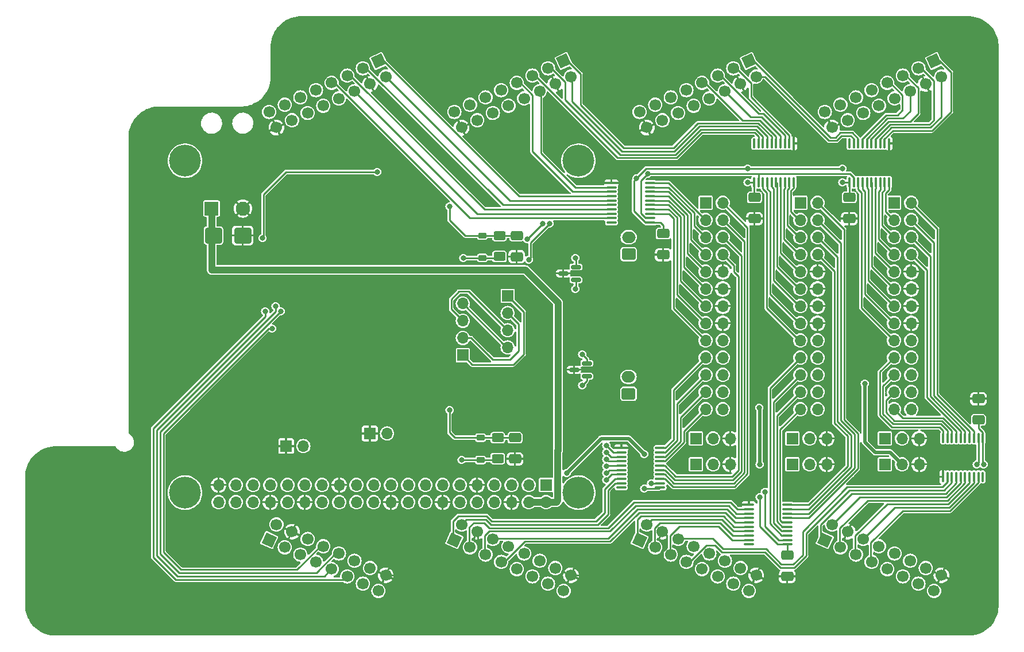
<source format=gbr>
%TF.GenerationSoftware,KiCad,Pcbnew,7.0.7*%
%TF.CreationDate,2023-10-13T23:08:25+02:00*%
%TF.ProjectId,LITEXCNC-HUB75HAT,4c495445-5843-44e4-932d-485542373548,rev?*%
%TF.SameCoordinates,Original*%
%TF.FileFunction,Copper,L2,Bot*%
%TF.FilePolarity,Positive*%
%FSLAX46Y46*%
G04 Gerber Fmt 4.6, Leading zero omitted, Abs format (unit mm)*
G04 Created by KiCad (PCBNEW 7.0.7) date 2023-10-13 23:08:25*
%MOMM*%
%LPD*%
G01*
G04 APERTURE LIST*
G04 Aperture macros list*
%AMRoundRect*
0 Rectangle with rounded corners*
0 $1 Rounding radius*
0 $2 $3 $4 $5 $6 $7 $8 $9 X,Y pos of 4 corners*
0 Add a 4 corners polygon primitive as box body*
4,1,4,$2,$3,$4,$5,$6,$7,$8,$9,$2,$3,0*
0 Add four circle primitives for the rounded corners*
1,1,$1+$1,$2,$3*
1,1,$1+$1,$4,$5*
1,1,$1+$1,$6,$7*
1,1,$1+$1,$8,$9*
0 Add four rect primitives between the rounded corners*
20,1,$1+$1,$2,$3,$4,$5,0*
20,1,$1+$1,$4,$5,$6,$7,0*
20,1,$1+$1,$6,$7,$8,$9,0*
20,1,$1+$1,$8,$9,$2,$3,0*%
%AMHorizOval*
0 Thick line with rounded ends*
0 $1 width*
0 $2 $3 position (X,Y) of the first rounded end (center of the circle)*
0 $4 $5 position (X,Y) of the second rounded end (center of the circle)*
0 Add line between two ends*
20,1,$1,$2,$3,$4,$5,0*
0 Add two circle primitives to create the rounded ends*
1,1,$1,$2,$3*
1,1,$1,$4,$5*%
%AMRotRect*
0 Rectangle, with rotation*
0 The origin of the aperture is its center*
0 $1 length*
0 $2 width*
0 $3 Rotation angle, in degrees counterclockwise*
0 Add horizontal line*
21,1,$1,$2,0,0,$3*%
G04 Aperture macros list end*
%TA.AperFunction,ComponentPad*%
%ADD10O,2.000000X1.700000*%
%TD*%
%TA.AperFunction,ComponentPad*%
%ADD11RoundRect,0.250000X0.750000X-0.600000X0.750000X0.600000X-0.750000X0.600000X-0.750000X-0.600000X0*%
%TD*%
%TA.AperFunction,ComponentPad*%
%ADD12R,1.700000X1.700000*%
%TD*%
%TA.AperFunction,ComponentPad*%
%ADD13O,1.700000X1.700000*%
%TD*%
%TA.AperFunction,ComponentPad*%
%ADD14C,3.100000*%
%TD*%
%TA.AperFunction,ConnectorPad*%
%ADD15C,4.700000*%
%TD*%
%TA.AperFunction,SMDPad,CuDef*%
%ADD16RoundRect,0.250000X-1.000000X-0.900000X1.000000X-0.900000X1.000000X0.900000X-1.000000X0.900000X0*%
%TD*%
%TA.AperFunction,SMDPad,CuDef*%
%ADD17RoundRect,0.250000X-0.650000X0.412500X-0.650000X-0.412500X0.650000X-0.412500X0.650000X0.412500X0*%
%TD*%
%TA.AperFunction,SMDPad,CuDef*%
%ADD18RoundRect,0.225000X0.375000X-0.225000X0.375000X0.225000X-0.375000X0.225000X-0.375000X-0.225000X0*%
%TD*%
%TA.AperFunction,ComponentPad*%
%ADD19RotRect,1.700000X1.700000X115.000000*%
%TD*%
%TA.AperFunction,ComponentPad*%
%ADD20HorizOval,1.700000X0.000000X0.000000X0.000000X0.000000X0*%
%TD*%
%TA.AperFunction,ComponentPad*%
%ADD21RotRect,1.700000X1.700000X245.000000*%
%TD*%
%TA.AperFunction,ComponentPad*%
%ADD22HorizOval,1.700000X0.000000X0.000000X0.000000X0.000000X0*%
%TD*%
%TA.AperFunction,SMDPad,CuDef*%
%ADD23RoundRect,0.250000X0.625000X-0.400000X0.625000X0.400000X-0.625000X0.400000X-0.625000X-0.400000X0*%
%TD*%
%TA.AperFunction,SMDPad,CuDef*%
%ADD24RoundRect,0.100000X-0.637500X-0.100000X0.637500X-0.100000X0.637500X0.100000X-0.637500X0.100000X0*%
%TD*%
%TA.AperFunction,SMDPad,CuDef*%
%ADD25RoundRect,0.150000X0.587500X0.150000X-0.587500X0.150000X-0.587500X-0.150000X0.587500X-0.150000X0*%
%TD*%
%TA.AperFunction,SMDPad,CuDef*%
%ADD26RoundRect,0.100000X-0.100000X0.637500X-0.100000X-0.637500X0.100000X-0.637500X0.100000X0.637500X0*%
%TD*%
%TA.AperFunction,SMDPad,CuDef*%
%ADD27RoundRect,0.100000X0.100000X-0.637500X0.100000X0.637500X-0.100000X0.637500X-0.100000X-0.637500X0*%
%TD*%
%TA.AperFunction,ComponentPad*%
%ADD28RoundRect,0.250001X-0.799999X-0.799999X0.799999X-0.799999X0.799999X0.799999X-0.799999X0.799999X0*%
%TD*%
%TA.AperFunction,ComponentPad*%
%ADD29C,2.100000*%
%TD*%
%TA.AperFunction,SMDPad,CuDef*%
%ADD30RoundRect,0.250000X0.650000X-0.412500X0.650000X0.412500X-0.650000X0.412500X-0.650000X-0.412500X0*%
%TD*%
%TA.AperFunction,ViaPad*%
%ADD31C,0.800000*%
%TD*%
%TA.AperFunction,Conductor*%
%ADD32C,0.250000*%
%TD*%
%TA.AperFunction,Conductor*%
%ADD33C,0.500000*%
%TD*%
%TA.AperFunction,Conductor*%
%ADD34C,1.000000*%
%TD*%
G04 APERTURE END LIST*
D10*
%TO.P,RS489-1,2,Pin_2*%
%TO.N,Net-(J21-Pin_2)*%
X88943000Y38206000D03*
D11*
%TO.P,RS489-1,1,Pin_1*%
%TO.N,Net-(J21-Pin_1)*%
X88943000Y35706000D03*
%TD*%
D10*
%TO.P,RS489-5,2,Pin_2*%
%TO.N,Net-(J20-Pin_2)*%
X88960000Y58820000D03*
D11*
%TO.P,RS489-5,1,Pin_1*%
%TO.N,Net-(J20-Pin_1)*%
X88960000Y56320000D03*
%TD*%
D12*
%TO.P,J17,1,Pin_1*%
%TO.N,+3.3V*%
X76768000Y22244000D03*
D13*
%TO.P,J17,2,Pin_2*%
%TO.N,+5V*%
X76768000Y19704000D03*
%TO.P,J17,3,Pin_3*%
%TO.N,unconnected-(J17-Pin_3-Pad3)*%
X74228000Y22244000D03*
%TO.P,J17,4,Pin_4*%
%TO.N,+5V*%
X74228000Y19704000D03*
%TO.P,J17,5,Pin_5*%
%TO.N,unconnected-(J17-Pin_5-Pad5)*%
X71688000Y22244000D03*
%TO.P,J17,6,Pin_6*%
%TO.N,GND*%
X71688000Y19704000D03*
%TO.P,J17,7,Pin_7*%
%TO.N,unconnected-(J17-Pin_7-Pad7)*%
X69148000Y22244000D03*
%TO.P,J17,8,Pin_8*%
%TO.N,TXD1*%
X69148000Y19704000D03*
%TO.P,J17,9,Pin_9*%
%TO.N,GND*%
X66608000Y22244000D03*
%TO.P,J17,10,Pin_10*%
%TO.N,RXD1*%
X66608000Y19704000D03*
%TO.P,J17,11,Pin_11*%
%TO.N,unconnected-(J17-Pin_11-Pad11)*%
X64068000Y22244000D03*
%TO.P,J17,12,Pin_12*%
%TO.N,unconnected-(J17-Pin_12-Pad12)*%
X64068000Y19704000D03*
%TO.P,J17,13,Pin_13*%
%TO.N,unconnected-(J17-Pin_13-Pad13)*%
X61528000Y22244000D03*
%TO.P,J17,14,Pin_14*%
%TO.N,GND*%
X61528000Y19704000D03*
%TO.P,J17,15,Pin_15*%
%TO.N,unconnected-(J17-Pin_15-Pad15)*%
X58988000Y22244000D03*
%TO.P,J17,16,Pin_16*%
%TO.N,unconnected-(J17-Pin_16-Pad16)*%
X58988000Y19704000D03*
%TO.P,J17,17,Pin_17*%
%TO.N,unconnected-(J17-Pin_17-Pad17)*%
X56448000Y22244000D03*
%TO.P,J17,18,Pin_18*%
%TO.N,unconnected-(J17-Pin_18-Pad18)*%
X56448000Y19704000D03*
%TO.P,J17,19,Pin_19*%
%TO.N,SPI_MOSI*%
X53908000Y22244000D03*
%TO.P,J17,20,Pin_20*%
%TO.N,GND*%
X53908000Y19704000D03*
%TO.P,J17,21,Pin_21*%
%TO.N,SPI_MISO*%
X51368000Y22244000D03*
%TO.P,J17,22,Pin_22*%
%TO.N,unconnected-(J17-Pin_22-Pad22)*%
X51368000Y19704000D03*
%TO.P,J17,23,Pin_23*%
%TO.N,SPI_CLCK*%
X48828000Y22244000D03*
%TO.P,J17,24,Pin_24*%
%TO.N,SPI_CE0*%
X48828000Y19704000D03*
%TO.P,J17,25,Pin_25*%
%TO.N,GND*%
X46288000Y22244000D03*
%TO.P,J17,26,Pin_26*%
%TO.N,SPI_CE1*%
X46288000Y19704000D03*
%TO.P,J17,27,Pin_27*%
%TO.N,unconnected-(J17-Pin_27-Pad27)*%
X43748000Y22244000D03*
%TO.P,J17,28,Pin_28*%
%TO.N,unconnected-(J17-Pin_28-Pad28)*%
X43748000Y19704000D03*
%TO.P,J17,29,Pin_29*%
%TO.N,unconnected-(J17-Pin_29-Pad29)*%
X41208000Y22244000D03*
%TO.P,J17,30,Pin_30*%
%TO.N,GND*%
X41208000Y19704000D03*
%TO.P,J17,31,Pin_31*%
%TO.N,/JTAG.TMS*%
X38668000Y22244000D03*
%TO.P,J17,32,Pin_32*%
%TO.N,TXD5*%
X38668000Y19704000D03*
%TO.P,J17,33,Pin_33*%
%TO.N,RXD5*%
X36128000Y22244000D03*
%TO.P,J17,34,Pin_34*%
%TO.N,GND*%
X36128000Y19704000D03*
%TO.P,J17,35,Pin_35*%
%TO.N,/JTAG.TDI*%
X33588000Y22244000D03*
%TO.P,J17,36,Pin_36*%
%TO.N,/JTAG.TCK*%
X33588000Y19704000D03*
%TO.P,J17,37,Pin_37*%
%TO.N,/JTAG.TDO*%
X31048000Y22244000D03*
%TO.P,J17,38,Pin_38*%
%TO.N,unconnected-(J17-Pin_38-Pad38)*%
X31048000Y19704000D03*
%TO.P,J17,39,Pin_39*%
%TO.N,GND*%
X28508000Y22244000D03*
%TO.P,J17,40,Pin_40*%
%TO.N,unconnected-(J17-Pin_40-Pad40)*%
X28508000Y19704000D03*
%TD*%
D12*
%TO.P,J2,1,Pin_1*%
%TO.N,PORTB1*%
X114270000Y63900000D03*
D13*
%TO.P,J2,2,Pin_2*%
%TO.N,PORTB14*%
X116810000Y63900000D03*
%TO.P,J2,3,Pin_3*%
%TO.N,PORTB2*%
X114270000Y61360000D03*
%TO.P,J2,4,Pin_4*%
%TO.N,PORTB15*%
X116810000Y61360000D03*
%TO.P,J2,5,Pin_5*%
%TO.N,PORTB3*%
X114270000Y58820000D03*
%TO.P,J2,6,Pin_6*%
%TO.N,PORTB16*%
X116810000Y58820000D03*
%TO.P,J2,7,Pin_7*%
%TO.N,PORTB4*%
X114270000Y56280000D03*
%TO.P,J2,8,Pin_8*%
%TO.N,PORTB17*%
X116810000Y56280000D03*
%TO.P,J2,9,Pin_9*%
%TO.N,PORTB5*%
X114270000Y53740000D03*
%TO.P,J2,10,Pin_10*%
%TO.N,GND*%
X116810000Y53740000D03*
%TO.P,J2,11,Pin_11*%
%TO.N,PORTB6*%
X114270000Y51200000D03*
%TO.P,J2,12,Pin_12*%
%TO.N,GND*%
X116810000Y51200000D03*
%TO.P,J2,13,Pin_13*%
%TO.N,PORTB7*%
X114270000Y48660000D03*
%TO.P,J2,14,Pin_14*%
%TO.N,GND*%
X116810000Y48660000D03*
%TO.P,J2,15,Pin_15*%
%TO.N,PORTB8*%
X114270000Y46120000D03*
%TO.P,J2,16,Pin_16*%
%TO.N,GND*%
X116810000Y46120000D03*
%TO.P,J2,17,Pin_17*%
%TO.N,PORTB9*%
X114270000Y43580000D03*
%TO.P,J2,18,Pin_18*%
%TO.N,POWOPB*%
X116810000Y43580000D03*
%TO.P,J2,19,Pin_19*%
%TO.N,PORTB10*%
X114270000Y41040000D03*
%TO.P,J2,20,Pin_20*%
%TO.N,POWOPB*%
X116810000Y41040000D03*
%TO.P,J2,21,Pin_21*%
%TO.N,PORTB11*%
X114270000Y38500000D03*
%TO.P,J2,22,Pin_22*%
%TO.N,POWOPB*%
X116810000Y38500000D03*
%TO.P,J2,23,Pin_23*%
%TO.N,PORTB12*%
X114270000Y35960000D03*
%TO.P,J2,24,Pin_24*%
%TO.N,POWOPB*%
X116810000Y35960000D03*
%TO.P,J2,25,Pin_25*%
%TO.N,PORTB13*%
X114270000Y33420000D03*
%TO.P,J2,26,Pin_26*%
%TO.N,POWOPB*%
X116810000Y33420000D03*
%TD*%
D12*
%TO.P,JP6,1,A*%
%TO.N,+5V*%
X98866000Y25292000D03*
D13*
%TO.P,JP6,2,C*%
%TO.N,Net-(JP6-C)*%
X101406000Y25292000D03*
%TO.P,JP6,3,B*%
%TO.N,GND*%
X103946000Y25292000D03*
%TD*%
D12*
%TO.P,JP4,1,A*%
%TO.N,+5V*%
X126716000Y25292000D03*
D13*
%TO.P,JP4,2,C*%
%TO.N,Net-(JP4-C)*%
X129256000Y25292000D03*
%TO.P,JP4,3,B*%
%TO.N,GND*%
X131796000Y25292000D03*
%TD*%
D12*
%TO.P,JP1,1,A*%
%TO.N,Net-(JP1-A)*%
X126716000Y29102000D03*
D13*
%TO.P,JP1,2,C*%
%TO.N,POWOPA*%
X129256000Y29102000D03*
%TO.P,JP1,3,B*%
%TO.N,GND*%
X131796000Y29102000D03*
%TD*%
D12*
%TO.P,JP3,1,A*%
%TO.N,Net-(JP3-A)*%
X98866000Y29102000D03*
D13*
%TO.P,JP3,2,C*%
%TO.N,POWOPC*%
X101406000Y29102000D03*
%TO.P,JP3,3,B*%
%TO.N,GND*%
X103946000Y29102000D03*
%TD*%
D12*
%TO.P,JP5,1,A*%
%TO.N,+5V*%
X113090000Y25292000D03*
D13*
%TO.P,JP5,2,C*%
%TO.N,Net-(JP5-C)*%
X115630000Y25292000D03*
%TO.P,JP5,3,B*%
%TO.N,GND*%
X118170000Y25292000D03*
%TD*%
D14*
%TO.P,REF\u002A\u002A,1*%
%TO.N,N/C*%
X23560000Y70112000D03*
D15*
X23560000Y70112000D03*
%TD*%
D14*
%TO.P,REF\u002A\u002A,1*%
%TO.N,N/C*%
X81560000Y21112000D03*
D15*
X81560000Y21112000D03*
%TD*%
D14*
%TO.P,REF\u002A\u002A,1*%
%TO.N,N/C*%
X23560000Y21112000D03*
D15*
X23560000Y21112000D03*
%TD*%
D12*
%TO.P,JP2,1,A*%
%TO.N,Net-(JP2-A)*%
X113090000Y29102000D03*
D13*
%TO.P,JP2,2,C*%
%TO.N,POWOPB*%
X115630000Y29102000D03*
%TO.P,JP2,3,B*%
%TO.N,GND*%
X118170000Y29102000D03*
%TD*%
D12*
%TO.P,J3,1,Pin_1*%
%TO.N,PORTC1*%
X100300000Y63900000D03*
D13*
%TO.P,J3,2,Pin_2*%
%TO.N,PORTC14*%
X102840000Y63900000D03*
%TO.P,J3,3,Pin_3*%
%TO.N,PORTC2*%
X100300000Y61360000D03*
%TO.P,J3,4,Pin_4*%
%TO.N,PORTC15*%
X102840000Y61360000D03*
%TO.P,J3,5,Pin_5*%
%TO.N,PORTC3*%
X100300000Y58820000D03*
%TO.P,J3,6,Pin_6*%
%TO.N,PORTC16*%
X102840000Y58820000D03*
%TO.P,J3,7,Pin_7*%
%TO.N,PORTC4*%
X100300000Y56280000D03*
%TO.P,J3,8,Pin_8*%
%TO.N,PORTC17*%
X102840000Y56280000D03*
%TO.P,J3,9,Pin_9*%
%TO.N,PORTC5*%
X100300000Y53740000D03*
%TO.P,J3,10,Pin_10*%
%TO.N,GND*%
X102840000Y53740000D03*
%TO.P,J3,11,Pin_11*%
%TO.N,PORTC6*%
X100300000Y51200000D03*
%TO.P,J3,12,Pin_12*%
%TO.N,GND*%
X102840000Y51200000D03*
%TO.P,J3,13,Pin_13*%
%TO.N,PORTC7*%
X100300000Y48660000D03*
%TO.P,J3,14,Pin_14*%
%TO.N,GND*%
X102840000Y48660000D03*
%TO.P,J3,15,Pin_15*%
%TO.N,PORTC8*%
X100300000Y46120000D03*
%TO.P,J3,16,Pin_16*%
%TO.N,GND*%
X102840000Y46120000D03*
%TO.P,J3,17,Pin_17*%
%TO.N,PORTC9*%
X100300000Y43580000D03*
%TO.P,J3,18,Pin_18*%
%TO.N,POWOPC*%
X102840000Y43580000D03*
%TO.P,J3,19,Pin_19*%
%TO.N,PORTC10*%
X100300000Y41040000D03*
%TO.P,J3,20,Pin_20*%
%TO.N,POWOPC*%
X102840000Y41040000D03*
%TO.P,J3,21,Pin_21*%
%TO.N,PORTC11*%
X100300000Y38500000D03*
%TO.P,J3,22,Pin_22*%
%TO.N,POWOPC*%
X102840000Y38500000D03*
%TO.P,J3,23,Pin_23*%
%TO.N,PORTC12*%
X100300000Y35960000D03*
%TO.P,J3,24,Pin_24*%
%TO.N,POWOPC*%
X102840000Y35960000D03*
%TO.P,J3,25,Pin_25*%
%TO.N,PORTC13*%
X100300000Y33420000D03*
%TO.P,J3,26,Pin_26*%
%TO.N,POWOPC*%
X102840000Y33420000D03*
%TD*%
D14*
%TO.P,REF\u002A\u002A,1*%
%TO.N,N/C*%
X81560000Y70112000D03*
D15*
X81560000Y70112000D03*
%TD*%
D13*
%TO.P,J1,26,Pin_26*%
%TO.N,POWOPA*%
X130616000Y33420000D03*
%TO.P,J1,25,Pin_25*%
%TO.N,PORTA13*%
X128076000Y33420000D03*
%TO.P,J1,24,Pin_24*%
%TO.N,POWOPA*%
X130616000Y35960000D03*
%TO.P,J1,23,Pin_23*%
%TO.N,PORTA12*%
X128076000Y35960000D03*
%TO.P,J1,22,Pin_22*%
%TO.N,POWOPA*%
X130616000Y38500000D03*
%TO.P,J1,21,Pin_21*%
%TO.N,PORTA11*%
X128076000Y38500000D03*
%TO.P,J1,20,Pin_20*%
%TO.N,POWOPA*%
X130616000Y41040000D03*
%TO.P,J1,19,Pin_19*%
%TO.N,PORTA10*%
X128076000Y41040000D03*
%TO.P,J1,18,Pin_18*%
%TO.N,POWOPA*%
X130616000Y43580000D03*
%TO.P,J1,17,Pin_17*%
%TO.N,PORTA9*%
X128076000Y43580000D03*
%TO.P,J1,16,Pin_16*%
%TO.N,GND*%
X130616000Y46120000D03*
%TO.P,J1,15,Pin_15*%
%TO.N,PORTA8*%
X128076000Y46120000D03*
%TO.P,J1,14,Pin_14*%
%TO.N,GND*%
X130616000Y48660000D03*
%TO.P,J1,13,Pin_13*%
%TO.N,PORTA7*%
X128076000Y48660000D03*
%TO.P,J1,12,Pin_12*%
%TO.N,GND*%
X130616000Y51200000D03*
%TO.P,J1,11,Pin_11*%
%TO.N,PORTA6*%
X128076000Y51200000D03*
%TO.P,J1,10,Pin_10*%
%TO.N,GND*%
X130616000Y53740000D03*
%TO.P,J1,9,Pin_9*%
%TO.N,PORTA5*%
X128076000Y53740000D03*
%TO.P,J1,8,Pin_8*%
%TO.N,PORTA17*%
X130616000Y56280000D03*
%TO.P,J1,7,Pin_7*%
%TO.N,PORTA4*%
X128076000Y56280000D03*
%TO.P,J1,6,Pin_6*%
%TO.N,PORTA16*%
X130616000Y58820000D03*
%TO.P,J1,5,Pin_5*%
%TO.N,PORTA3*%
X128076000Y58820000D03*
%TO.P,J1,4,Pin_4*%
%TO.N,PORTA15*%
X130616000Y61360000D03*
%TO.P,J1,3,Pin_3*%
%TO.N,PORTA2*%
X128076000Y61360000D03*
%TO.P,J1,2,Pin_2*%
%TO.N,PORTA14*%
X130616000Y63900000D03*
D12*
%TO.P,J1,1,Pin_1*%
%TO.N,PORTA1*%
X128076000Y63900000D03*
%TD*%
D16*
%TO.P,D12,1,A1*%
%TO.N,+5V*%
X27764000Y59074000D03*
%TO.P,D12,2,A2*%
%TO.N,GND*%
X32064000Y59074000D03*
%TD*%
D17*
%TO.P,C16,1*%
%TO.N,+3.3V*%
X112328000Y11868500D03*
%TO.P,C16,2*%
%TO.N,GND*%
X112328000Y8743500D03*
%TD*%
D18*
%TO.P,D4,1,K*%
%TO.N,Net-(D4-K)*%
X67370000Y55774000D03*
%TO.P,D4,2,A*%
%TO.N,Net-(D4-A)*%
X67370000Y59074000D03*
%TD*%
D12*
%TO.P,J14,1,Pin_1*%
%TO.N,GND*%
X38460000Y28000000D03*
D13*
%TO.P,J14,2,Pin_2*%
%TO.N,VDD*%
X41000000Y28000000D03*
%TD*%
D17*
%TO.P,C20,1*%
%TO.N,+3.3V*%
X121472000Y64700500D03*
%TO.P,C20,2*%
%TO.N,GND*%
X121472000Y61575500D03*
%TD*%
D12*
%TO.P,J8,1,Pin_1*%
%TO.N,/JTAG.TCK*%
X71120000Y50165000D03*
D13*
%TO.P,J8,2,Pin_2*%
%TO.N,/JTAG.TMS*%
X71120000Y47625000D03*
%TO.P,J8,3,Pin_3*%
%TO.N,/JTAG.TDI*%
X71120000Y45085000D03*
%TO.P,J8,4,Pin_4*%
%TO.N,/JTAG.TDO*%
X71120000Y42545000D03*
%TD*%
D19*
%TO.P,J4,1,Pin_1*%
%TO.N,J5:0*%
X52070000Y84836000D03*
D20*
%TO.P,J4,2,Pin_2*%
%TO.N,J5:1*%
X53143450Y82533978D03*
%TO.P,J4,3,Pin_3*%
%TO.N,J5:2*%
X49767978Y83762550D03*
%TO.P,J4,4,Pin_4*%
%TO.N,GND*%
X50841429Y81460528D03*
%TO.P,J4,5,Pin_5*%
%TO.N,J5:4*%
X47465956Y82689099D03*
%TO.P,J4,6,Pin_6*%
%TO.N,J5:5*%
X48539407Y80387077D03*
%TO.P,J4,7,Pin_7*%
%TO.N,J5:6*%
X45163935Y81615649D03*
%TO.P,J4,8,Pin_8*%
%TO.N,unconnected-(J4-Pin_8-Pad8)*%
X46237385Y79313627D03*
%TO.P,J4,9,Pin_9*%
%TO.N,unconnected-(J4-Pin_9-Pad9)*%
X42861913Y80542198D03*
%TO.P,J4,10,Pin_10*%
%TO.N,unconnected-(J4-Pin_10-Pad10)*%
X43935363Y78240177D03*
%TO.P,J4,11,Pin_11*%
%TO.N,unconnected-(J4-Pin_11-Pad11)*%
X40559891Y79468748D03*
%TO.P,J4,12,Pin_12*%
%TO.N,unconnected-(J4-Pin_12-Pad12)*%
X41633341Y77166726D03*
%TO.P,J4,13,Pin_13*%
%TO.N,unconnected-(J4-Pin_13-Pad13)*%
X38257869Y78395298D03*
%TO.P,J4,14,Pin_14*%
%TO.N,unconnected-(J4-Pin_14-Pad14)*%
X39331320Y76093276D03*
%TO.P,J4,15,Pin_15*%
%TO.N,unconnected-(J4-Pin_15-Pad15)*%
X35955848Y77321847D03*
%TO.P,J4,16,Pin_16*%
%TO.N,GND*%
X37029298Y75019826D03*
%TD*%
D12*
%TO.P,J13,1,Pin_1*%
%TO.N,GND*%
X50800000Y29845000D03*
D13*
%TO.P,J13,2,Pin_2*%
%TO.N,VDD*%
X53340000Y29845000D03*
%TD*%
D21*
%TO.P,J12,1,Pin_1*%
%TO.N,J2:0*%
X90565848Y14118153D03*
D22*
%TO.P,J12,2,Pin_2*%
%TO.N,J2:1*%
X91639298Y16420175D03*
%TO.P,J12,3,Pin_3*%
%TO.N,J2:2*%
X92867870Y13044703D03*
%TO.P,J12,4,Pin_4*%
%TO.N,GND*%
X93941320Y15346724D03*
%TO.P,J12,5,Pin_5*%
%TO.N,J2:4*%
X95169892Y11971252D03*
%TO.P,J12,6,Pin_6*%
%TO.N,J2:5*%
X96243342Y14273274D03*
%TO.P,J12,7,Pin_7*%
%TO.N,J2:6*%
X97471913Y10897802D03*
%TO.P,J12,8,Pin_8*%
%TO.N,unconnected-(J12-Pin_8-Pad8)*%
X98545364Y13199824D03*
%TO.P,J12,9,Pin_9*%
%TO.N,unconnected-(J12-Pin_9-Pad9)*%
X99773935Y9824351D03*
%TO.P,J12,10,Pin_10*%
%TO.N,unconnected-(J12-Pin_10-Pad10)*%
X100847386Y12126373D03*
%TO.P,J12,11,Pin_11*%
%TO.N,unconnected-(J12-Pin_11-Pad11)*%
X102075957Y8750901D03*
%TO.P,J12,12,Pin_12*%
%TO.N,unconnected-(J12-Pin_12-Pad12)*%
X103149407Y11052923D03*
%TO.P,J12,13,Pin_13*%
%TO.N,unconnected-(J12-Pin_13-Pad13)*%
X104377979Y7677451D03*
%TO.P,J12,14,Pin_14*%
%TO.N,unconnected-(J12-Pin_14-Pad14)*%
X105451429Y9979472D03*
%TO.P,J12,15,Pin_15*%
%TO.N,unconnected-(J12-Pin_15-Pad15)*%
X106680000Y6604000D03*
%TO.P,J12,16,Pin_16*%
%TO.N,GND*%
X107753451Y8906022D03*
%TD*%
D23*
%TO.P,R8,1*%
%TO.N,Net-(D4-K)*%
X69910000Y55974000D03*
%TO.P,R8,2*%
%TO.N,Net-(D4-A)*%
X69910000Y59074000D03*
%TD*%
D21*
%TO.P,J11,1,Pin_1*%
%TO.N,J1:0*%
X117870848Y14118153D03*
D22*
%TO.P,J11,2,Pin_2*%
%TO.N,J1:1*%
X118944298Y16420175D03*
%TO.P,J11,3,Pin_3*%
%TO.N,J1:2*%
X120172870Y13044703D03*
%TO.P,J11,4,Pin_4*%
%TO.N,GND*%
X121246320Y15346724D03*
%TO.P,J11,5,Pin_5*%
%TO.N,J1:4*%
X122474892Y11971252D03*
%TO.P,J11,6,Pin_6*%
%TO.N,J1:5*%
X123548342Y14273274D03*
%TO.P,J11,7,Pin_7*%
%TO.N,J1:6*%
X124776913Y10897802D03*
%TO.P,J11,8,Pin_8*%
%TO.N,unconnected-(J11-Pin_8-Pad8)*%
X125850364Y13199824D03*
%TO.P,J11,9,Pin_9*%
%TO.N,unconnected-(J11-Pin_9-Pad9)*%
X127078935Y9824351D03*
%TO.P,J11,10,Pin_10*%
%TO.N,unconnected-(J11-Pin_10-Pad10)*%
X128152386Y12126373D03*
%TO.P,J11,11,Pin_11*%
%TO.N,unconnected-(J11-Pin_11-Pad11)*%
X129380957Y8750901D03*
%TO.P,J11,12,Pin_12*%
%TO.N,unconnected-(J11-Pin_12-Pad12)*%
X130454407Y11052923D03*
%TO.P,J11,13,Pin_13*%
%TO.N,unconnected-(J11-Pin_13-Pad13)*%
X131682979Y7677451D03*
%TO.P,J11,14,Pin_14*%
%TO.N,unconnected-(J11-Pin_14-Pad14)*%
X132756429Y9979472D03*
%TO.P,J11,15,Pin_15*%
%TO.N,unconnected-(J11-Pin_15-Pad15)*%
X133985000Y6604000D03*
%TO.P,J11,16,Pin_16*%
%TO.N,GND*%
X135058451Y8906022D03*
%TD*%
D24*
%TO.P,U5,1,NC*%
%TO.N,unconnected-(U5-NC-Pad1)*%
X86420000Y60986000D03*
%TO.P,U5,2,A0*%
%TO.N,J5:6*%
X86420000Y61636000D03*
%TO.P,U5,3,A1*%
%TO.N,J5:5*%
X86420000Y62286000D03*
%TO.P,U5,4,A2*%
%TO.N,J5:4*%
X86420000Y62936000D03*
%TO.P,U5,5,A3*%
%TO.N,J5:2*%
X86420000Y63586000D03*
%TO.P,U5,6,A4*%
%TO.N,J5:1*%
X86420000Y64236000D03*
%TO.P,U5,7,A5*%
%TO.N,J5:0*%
X86420000Y64886000D03*
%TO.P,U5,8,A6*%
%TO.N,J6:6*%
X86420000Y65536000D03*
%TO.P,U5,9,A7*%
%TO.N,J6:5*%
X86420000Y66186000D03*
%TO.P,U5,10,GND*%
%TO.N,GND*%
X86420000Y66836000D03*
%TO.P,U5,11,B7*%
%TO.N,PORTC2*%
X92145000Y66836000D03*
%TO.P,U5,12,B6*%
%TO.N,PORTC3*%
X92145000Y66186000D03*
%TO.P,U5,13,B5*%
%TO.N,PORTC4*%
X92145000Y65536000D03*
%TO.P,U5,14,B4*%
%TO.N,PORTC5*%
X92145000Y64886000D03*
%TO.P,U5,15,B3*%
%TO.N,PORTC6*%
X92145000Y64236000D03*
%TO.P,U5,16,B2*%
%TO.N,PORTC7*%
X92145000Y63586000D03*
%TO.P,U5,17,B1*%
%TO.N,PORTC8*%
X92145000Y62936000D03*
%TO.P,U5,18,B0*%
%TO.N,PORTC9*%
X92145000Y62286000D03*
%TO.P,U5,19,CE*%
%TO.N,ENA*%
X92145000Y61636000D03*
%TO.P,U5,20,VCC*%
%TO.N,+3.3V*%
X92145000Y60986000D03*
%TD*%
D17*
%TO.P,C15,1*%
%TO.N,Net-(D10-A)*%
X72196000Y29229000D03*
%TO.P,C15,2*%
%TO.N,GND*%
X72196000Y26104000D03*
%TD*%
%TO.P,C19,1*%
%TO.N,+3.3V*%
X107502000Y64700500D03*
%TO.P,C19,2*%
%TO.N,GND*%
X107502000Y61575500D03*
%TD*%
D23*
%TO.P,R17,1*%
%TO.N,Net-(D10-K)*%
X69656000Y26129000D03*
%TO.P,R17,2*%
%TO.N,Net-(D10-A)*%
X69656000Y29229000D03*
%TD*%
D18*
%TO.P,D10,1,K*%
%TO.N,Net-(D10-K)*%
X67116000Y25929000D03*
%TO.P,D10,2,A*%
%TO.N,Net-(D10-A)*%
X67116000Y29229000D03*
%TD*%
D19*
%TO.P,J6,1,Pin_1*%
%TO.N,J7:0*%
X106680000Y84836000D03*
D20*
%TO.P,J6,2,Pin_2*%
%TO.N,J7:1*%
X107753450Y82533978D03*
%TO.P,J6,3,Pin_3*%
%TO.N,J7:2*%
X104377978Y83762550D03*
%TO.P,J6,4,Pin_4*%
%TO.N,GND*%
X105451429Y81460528D03*
%TO.P,J6,5,Pin_5*%
%TO.N,J7:4*%
X102075956Y82689099D03*
%TO.P,J6,6,Pin_6*%
%TO.N,J7:5*%
X103149407Y80387077D03*
%TO.P,J6,7,Pin_7*%
%TO.N,J7:6*%
X99773935Y81615649D03*
%TO.P,J6,8,Pin_8*%
%TO.N,unconnected-(J6-Pin_8-Pad8)*%
X100847385Y79313627D03*
%TO.P,J6,9,Pin_9*%
%TO.N,unconnected-(J6-Pin_9-Pad9)*%
X97471913Y80542198D03*
%TO.P,J6,10,Pin_10*%
%TO.N,unconnected-(J6-Pin_10-Pad10)*%
X98545363Y78240177D03*
%TO.P,J6,11,Pin_11*%
%TO.N,unconnected-(J6-Pin_11-Pad11)*%
X95169891Y79468748D03*
%TO.P,J6,12,Pin_12*%
%TO.N,unconnected-(J6-Pin_12-Pad12)*%
X96243341Y77166726D03*
%TO.P,J6,13,Pin_13*%
%TO.N,unconnected-(J6-Pin_13-Pad13)*%
X92867869Y78395298D03*
%TO.P,J6,14,Pin_14*%
%TO.N,unconnected-(J6-Pin_14-Pad14)*%
X93941320Y76093276D03*
%TO.P,J6,15,Pin_15*%
%TO.N,unconnected-(J6-Pin_15-Pad15)*%
X90565848Y77321847D03*
%TO.P,J6,16,Pin_16*%
%TO.N,GND*%
X91639298Y75019826D03*
%TD*%
D25*
%TO.P,D11,1,A1*%
%TO.N,Net-(D11-A1)*%
X82785500Y40212000D03*
%TO.P,D11,2,A2*%
%TO.N,Net-(D11-A2)*%
X82785500Y38312000D03*
%TO.P,D11,3,common*%
%TO.N,GND*%
X80910500Y39262000D03*
%TD*%
D24*
%TO.P,U6,1,NC*%
%TO.N,unconnected-(U6-NC-Pad1)*%
X87875500Y21859000D03*
%TO.P,U6,2,A0*%
%TO.N,J3:1*%
X87875500Y22509000D03*
%TO.P,U6,3,A1*%
%TO.N,J3:0*%
X87875500Y23159000D03*
%TO.P,U6,4,A2*%
%TO.N,J4:6*%
X87875500Y23809000D03*
%TO.P,U6,5,A3*%
%TO.N,J4:5*%
X87875500Y24459000D03*
%TO.P,U6,6,A4*%
%TO.N,J4:4*%
X87875500Y25109000D03*
%TO.P,U6,7,A5*%
%TO.N,J4:2*%
X87875500Y25759000D03*
%TO.P,U6,8,A6*%
%TO.N,J4:1*%
X87875500Y26409000D03*
%TO.P,U6,9,A7*%
%TO.N,J4:0*%
X87875500Y27059000D03*
%TO.P,U6,10,GND*%
%TO.N,GND*%
X87875500Y27709000D03*
%TO.P,U6,11,B7*%
%TO.N,PORTC10*%
X93600500Y27709000D03*
%TO.P,U6,12,B6*%
%TO.N,PORTC11*%
X93600500Y27059000D03*
%TO.P,U6,13,B5*%
%TO.N,PORTC12*%
X93600500Y26409000D03*
%TO.P,U6,14,B4*%
%TO.N,PORTC13*%
X93600500Y25759000D03*
%TO.P,U6,15,B3*%
%TO.N,PORTC17*%
X93600500Y25109000D03*
%TO.P,U6,16,B2*%
%TO.N,PORTC16*%
X93600500Y24459000D03*
%TO.P,U6,17,B1*%
%TO.N,PORTC15*%
X93600500Y23809000D03*
%TO.P,U6,18,B0*%
%TO.N,PORTC14*%
X93600500Y23159000D03*
%TO.P,U6,19,CE*%
%TO.N,ENA*%
X93600500Y22509000D03*
%TO.P,U6,20,VCC*%
%TO.N,+3.3V*%
X93600500Y21859000D03*
%TD*%
D21*
%TO.P,J15,1,Pin_1*%
%TO.N,J3:0*%
X63260848Y14118153D03*
D22*
%TO.P,J15,2,Pin_2*%
%TO.N,J3:1*%
X64334298Y16420175D03*
%TO.P,J15,3,Pin_3*%
%TO.N,J3:2*%
X65562870Y13044703D03*
%TO.P,J15,4,Pin_4*%
%TO.N,GND*%
X66636320Y15346724D03*
%TO.P,J15,5,Pin_5*%
%TO.N,J3:4*%
X67864892Y11971252D03*
%TO.P,J15,6,Pin_6*%
%TO.N,J3:5*%
X68938342Y14273274D03*
%TO.P,J15,7,Pin_7*%
%TO.N,J3:6*%
X70166913Y10897802D03*
%TO.P,J15,8,Pin_8*%
%TO.N,unconnected-(J15-Pin_8-Pad8)*%
X71240364Y13199824D03*
%TO.P,J15,9,Pin_9*%
%TO.N,unconnected-(J15-Pin_9-Pad9)*%
X72468935Y9824351D03*
%TO.P,J15,10,Pin_10*%
%TO.N,unconnected-(J15-Pin_10-Pad10)*%
X73542386Y12126373D03*
%TO.P,J15,11,Pin_11*%
%TO.N,unconnected-(J15-Pin_11-Pad11)*%
X74770957Y8750901D03*
%TO.P,J15,12,Pin_12*%
%TO.N,unconnected-(J15-Pin_12-Pad12)*%
X75844407Y11052923D03*
%TO.P,J15,13,Pin_13*%
%TO.N,unconnected-(J15-Pin_13-Pad13)*%
X77072979Y7677451D03*
%TO.P,J15,14,Pin_14*%
%TO.N,unconnected-(J15-Pin_14-Pad14)*%
X78146429Y9979472D03*
%TO.P,J15,15,Pin_15*%
%TO.N,unconnected-(J15-Pin_15-Pad15)*%
X79375000Y6604000D03*
%TO.P,J15,16,Pin_16*%
%TO.N,GND*%
X80448451Y8906022D03*
%TD*%
D24*
%TO.P,U4,1,NC*%
%TO.N,unconnected-(U4-NC-Pad1)*%
X106671500Y13477000D03*
%TO.P,U4,2,A0*%
%TO.N,J2:4*%
X106671500Y14127000D03*
%TO.P,U4,3,A1*%
%TO.N,J2:2*%
X106671500Y14777000D03*
%TO.P,U4,4,A2*%
%TO.N,J2:1*%
X106671500Y15427000D03*
%TO.P,U4,5,A3*%
%TO.N,J2:0*%
X106671500Y16077000D03*
%TO.P,U4,6,A4*%
%TO.N,J3:6*%
X106671500Y16727000D03*
%TO.P,U4,7,A5*%
%TO.N,J3:5*%
X106671500Y17377000D03*
%TO.P,U4,8,A6*%
%TO.N,J3:4*%
X106671500Y18027000D03*
%TO.P,U4,9,A7*%
%TO.N,J3:2*%
X106671500Y18677000D03*
%TO.P,U4,10,GND*%
%TO.N,GND*%
X106671500Y19327000D03*
%TO.P,U4,11,B7*%
%TO.N,PORTB17*%
X112396500Y19327000D03*
%TO.P,U4,12,B6*%
%TO.N,PORTB16*%
X112396500Y18677000D03*
%TO.P,U4,13,B5*%
%TO.N,PORTB15*%
X112396500Y18027000D03*
%TO.P,U4,14,B4*%
%TO.N,PORTB14*%
X112396500Y17377000D03*
%TO.P,U4,15,B3*%
%TO.N,PORTB13*%
X112396500Y16727000D03*
%TO.P,U4,16,B2*%
%TO.N,PORTB12*%
X112396500Y16077000D03*
%TO.P,U4,17,B1*%
%TO.N,PORTB11*%
X112396500Y15427000D03*
%TO.P,U4,18,B0*%
%TO.N,PORTB10*%
X112396500Y14777000D03*
%TO.P,U4,19,CE*%
%TO.N,ENA*%
X112396500Y14127000D03*
%TO.P,U4,20,VCC*%
%TO.N,+3.3V*%
X112396500Y13477000D03*
%TD*%
D17*
%TO.P,C9,1*%
%TO.N,+3.3V*%
X94040000Y59366500D03*
%TO.P,C9,2*%
%TO.N,GND*%
X94040000Y56241500D03*
%TD*%
D26*
%TO.P,U3,1,NC*%
%TO.N,unconnected-(U3-NC-Pad1)*%
X107442000Y72673000D03*
%TO.P,U3,2,A0*%
%TO.N,J6:4*%
X108092000Y72673000D03*
%TO.P,U3,3,A1*%
%TO.N,J6:2*%
X108742000Y72673000D03*
%TO.P,U3,4,A2*%
%TO.N,J6:1*%
X109392000Y72673000D03*
%TO.P,U3,5,A3*%
%TO.N,J6:0*%
X110042000Y72673000D03*
%TO.P,U3,6,A4*%
%TO.N,J7:6*%
X110692000Y72673000D03*
%TO.P,U3,7,A5*%
%TO.N,J7:5*%
X111342000Y72673000D03*
%TO.P,U3,8,A6*%
%TO.N,J7:4*%
X111992000Y72673000D03*
%TO.P,U3,9,A7*%
%TO.N,J7:2*%
X112642000Y72673000D03*
%TO.P,U3,10,GND*%
%TO.N,GND*%
X113292000Y72673000D03*
%TO.P,U3,11,B7*%
%TO.N,PORTB2*%
X113292000Y66948000D03*
%TO.P,U3,12,B6*%
%TO.N,PORTB3*%
X112642000Y66948000D03*
%TO.P,U3,13,B5*%
%TO.N,PORTB4*%
X111992000Y66948000D03*
%TO.P,U3,14,B4*%
%TO.N,PORTB5*%
X111342000Y66948000D03*
%TO.P,U3,15,B3*%
%TO.N,PORTB6*%
X110692000Y66948000D03*
%TO.P,U3,16,B2*%
%TO.N,PORTB7*%
X110042000Y66948000D03*
%TO.P,U3,17,B1*%
%TO.N,PORTB8*%
X109392000Y66948000D03*
%TO.P,U3,18,B0*%
%TO.N,PORTB9*%
X108742000Y66948000D03*
%TO.P,U3,19,CE*%
%TO.N,ENA*%
X108092000Y66948000D03*
%TO.P,U3,20,VCC*%
%TO.N,+3.3V*%
X107442000Y66948000D03*
%TD*%
D12*
%TO.P,J7,1,Pin_1*%
%TO.N,/JTAG.TCK*%
X64516000Y41402000D03*
D13*
%TO.P,J7,2,Pin_2*%
%TO.N,/JTAG.TMS*%
X64516000Y43942000D03*
%TO.P,J7,3,Pin_3*%
%TO.N,/JTAG.TDI*%
X64516000Y46482000D03*
%TO.P,J7,4,Pin_4*%
%TO.N,/JTAG.TDO*%
X64516000Y49022000D03*
%TD*%
D26*
%TO.P,U2,1,NC*%
%TO.N,unconnected-(U2-NC-Pad1)*%
X121494000Y72673000D03*
%TO.P,U2,2,A0*%
%TO.N,J7:1*%
X122144000Y72673000D03*
%TO.P,U2,3,A1*%
%TO.N,J7:0*%
X122794000Y72673000D03*
%TO.P,U2,4,A2*%
%TO.N,J8:6*%
X123444000Y72673000D03*
%TO.P,U2,5,A3*%
%TO.N,J8:5*%
X124094000Y72673000D03*
%TO.P,U2,6,A4*%
%TO.N,J8:4*%
X124744000Y72673000D03*
%TO.P,U2,7,A5*%
%TO.N,J8:2*%
X125394000Y72673000D03*
%TO.P,U2,8,A6*%
%TO.N,J8:1*%
X126044000Y72673000D03*
%TO.P,U2,9,A7*%
%TO.N,J8:0*%
X126694000Y72673000D03*
%TO.P,U2,10,GND*%
%TO.N,GND*%
X127344000Y72673000D03*
%TO.P,U2,11,B7*%
%TO.N,PORTA2*%
X127344000Y66948000D03*
%TO.P,U2,12,B6*%
%TO.N,PORTA3*%
X126694000Y66948000D03*
%TO.P,U2,13,B5*%
%TO.N,PORTA4*%
X126044000Y66948000D03*
%TO.P,U2,14,B4*%
%TO.N,PORTA5*%
X125394000Y66948000D03*
%TO.P,U2,15,B3*%
%TO.N,PORTA6*%
X124744000Y66948000D03*
%TO.P,U2,16,B2*%
%TO.N,PORTA7*%
X124094000Y66948000D03*
%TO.P,U2,17,B1*%
%TO.N,PORTA8*%
X123444000Y66948000D03*
%TO.P,U2,18,B0*%
%TO.N,PORTA9*%
X122794000Y66948000D03*
%TO.P,U2,19,CE*%
%TO.N,ENA*%
X122144000Y66948000D03*
%TO.P,U2,20,VCC*%
%TO.N,+3.3V*%
X121494000Y66948000D03*
%TD*%
D27*
%TO.P,U1,1,NC*%
%TO.N,unconnected-(U1-NC-Pad1)*%
X141161000Y23445500D03*
%TO.P,U1,2,A0*%
%TO.N,J1:6*%
X140511000Y23445500D03*
%TO.P,U1,3,A1*%
%TO.N,J1:5*%
X139861000Y23445500D03*
%TO.P,U1,4,A2*%
%TO.N,J1:4*%
X139211000Y23445500D03*
%TO.P,U1,5,A3*%
%TO.N,J1:2*%
X138561000Y23445500D03*
%TO.P,U1,6,A4*%
%TO.N,J1:1*%
X137911000Y23445500D03*
%TO.P,U1,7,A5*%
%TO.N,J1:0*%
X137261000Y23445500D03*
%TO.P,U1,8,A6*%
%TO.N,J2:6*%
X136611000Y23445500D03*
%TO.P,U1,9,A7*%
%TO.N,J2:5*%
X135961000Y23445500D03*
%TO.P,U1,10,GND*%
%TO.N,GND*%
X135311000Y23445500D03*
%TO.P,U1,11,B7*%
%TO.N,PORTA10*%
X135311000Y29170500D03*
%TO.P,U1,12,B6*%
%TO.N,PORTA11*%
X135961000Y29170500D03*
%TO.P,U1,13,B5*%
%TO.N,PORTA12*%
X136611000Y29170500D03*
%TO.P,U1,14,B4*%
%TO.N,PORTA13*%
X137261000Y29170500D03*
%TO.P,U1,15,B3*%
%TO.N,PORTA17*%
X137911000Y29170500D03*
%TO.P,U1,16,B2*%
%TO.N,PORTA16*%
X138561000Y29170500D03*
%TO.P,U1,17,B1*%
%TO.N,PORTA15*%
X139211000Y29170500D03*
%TO.P,U1,18,B0*%
%TO.N,PORTA14*%
X139861000Y29170500D03*
%TO.P,U1,19,CE*%
%TO.N,ENA*%
X140511000Y29170500D03*
%TO.P,U1,20,VCC*%
%TO.N,+3.3V*%
X141161000Y29170500D03*
%TD*%
D21*
%TO.P,J16,1,Pin_1*%
%TO.N,J4:0*%
X35955848Y14118153D03*
D22*
%TO.P,J16,2,Pin_2*%
%TO.N,J4:1*%
X37029298Y16420175D03*
%TO.P,J16,3,Pin_3*%
%TO.N,J4:2*%
X38257870Y13044703D03*
%TO.P,J16,4,Pin_4*%
%TO.N,GND*%
X39331320Y15346724D03*
%TO.P,J16,5,Pin_5*%
%TO.N,J4:4*%
X40559892Y11971252D03*
%TO.P,J16,6,Pin_6*%
%TO.N,J4:5*%
X41633342Y14273274D03*
%TO.P,J16,7,Pin_7*%
%TO.N,J4:6*%
X42861913Y10897802D03*
%TO.P,J16,8,Pin_8*%
%TO.N,J4:7*%
X43935364Y13199824D03*
%TO.P,J16,9,Pin_9*%
%TO.N,J4:8*%
X45163935Y9824351D03*
%TO.P,J16,10,Pin_10*%
%TO.N,J4:9*%
X46237386Y12126373D03*
%TO.P,J16,11,Pin_11*%
%TO.N,ENA*%
X47465957Y8750901D03*
%TO.P,J16,12,Pin_12*%
%TO.N,SPI_CS*%
X48539407Y11052923D03*
%TO.P,J16,13,Pin_13*%
%TO.N,SPI_MISO*%
X49767979Y7677451D03*
%TO.P,J16,14,Pin_14*%
%TO.N,SPI_CLCK*%
X50841429Y9979472D03*
%TO.P,J16,15,Pin_15*%
%TO.N,SPI_MOSI*%
X52070000Y6604000D03*
%TO.P,J16,16,Pin_16*%
%TO.N,GND*%
X53143451Y8906022D03*
%TD*%
D25*
%TO.P,D5,1,A1*%
%TO.N,Net-(D5-A1)*%
X81183000Y54436000D03*
%TO.P,D5,2,A2*%
%TO.N,Net-(D5-A2)*%
X81183000Y52536000D03*
%TO.P,D5,3,common*%
%TO.N,GND*%
X79308000Y53486000D03*
%TD*%
D28*
%TO.P,J10,1,Pin_1*%
%TO.N,+5V*%
X27478000Y63063000D03*
D29*
%TO.P,J10,2,Pin_2*%
%TO.N,GND*%
X32078000Y63063000D03*
%TD*%
D19*
%TO.P,J5,1,Pin_1*%
%TO.N,J6:0*%
X79375000Y84836000D03*
D20*
%TO.P,J5,2,Pin_2*%
%TO.N,J6:1*%
X80448450Y82533978D03*
%TO.P,J5,3,Pin_3*%
%TO.N,J6:2*%
X77072978Y83762550D03*
%TO.P,J5,4,Pin_4*%
%TO.N,GND*%
X78146429Y81460528D03*
%TO.P,J5,5,Pin_5*%
%TO.N,J6:4*%
X74770956Y82689099D03*
%TO.P,J5,6,Pin_6*%
%TO.N,J6:5*%
X75844407Y80387077D03*
%TO.P,J5,7,Pin_7*%
%TO.N,J6:6*%
X72468935Y81615649D03*
%TO.P,J5,8,Pin_8*%
%TO.N,unconnected-(J5-Pin_8-Pad8)*%
X73542385Y79313627D03*
%TO.P,J5,9,Pin_9*%
%TO.N,unconnected-(J5-Pin_9-Pad9)*%
X70166913Y80542198D03*
%TO.P,J5,10,Pin_10*%
%TO.N,unconnected-(J5-Pin_10-Pad10)*%
X71240363Y78240177D03*
%TO.P,J5,11,Pin_11*%
%TO.N,unconnected-(J5-Pin_11-Pad11)*%
X67864891Y79468748D03*
%TO.P,J5,12,Pin_12*%
%TO.N,unconnected-(J5-Pin_12-Pad12)*%
X68938341Y77166726D03*
%TO.P,J5,13,Pin_13*%
%TO.N,unconnected-(J5-Pin_13-Pad13)*%
X65562869Y78395298D03*
%TO.P,J5,14,Pin_14*%
%TO.N,unconnected-(J5-Pin_14-Pad14)*%
X66636320Y76093276D03*
%TO.P,J5,15,Pin_15*%
%TO.N,unconnected-(J5-Pin_15-Pad15)*%
X63260848Y77321847D03*
%TO.P,J5,16,Pin_16*%
%TO.N,GND*%
X64334298Y75019826D03*
%TD*%
D17*
%TO.P,C10,1*%
%TO.N,Net-(D4-A)*%
X72450000Y59074000D03*
%TO.P,C10,2*%
%TO.N,GND*%
X72450000Y55949000D03*
%TD*%
D30*
%TO.P,C21,1*%
%TO.N,+3.3V*%
X140522000Y31857500D03*
%TO.P,C21,2*%
%TO.N,GND*%
X140522000Y34982500D03*
%TD*%
D19*
%TO.P,J9,1,Pin_1*%
%TO.N,J8:0*%
X133985000Y84836000D03*
D20*
%TO.P,J9,2,Pin_2*%
%TO.N,J8:1*%
X135058450Y82533978D03*
%TO.P,J9,3,Pin_3*%
%TO.N,J8:2*%
X131682978Y83762550D03*
%TO.P,J9,4,Pin_4*%
%TO.N,GND*%
X132756429Y81460528D03*
%TO.P,J9,5,Pin_5*%
%TO.N,J8:4*%
X129380956Y82689099D03*
%TO.P,J9,6,Pin_6*%
%TO.N,J8:5*%
X130454407Y80387077D03*
%TO.P,J9,7,Pin_7*%
%TO.N,J8:6*%
X127078935Y81615649D03*
%TO.P,J9,8,Pin_8*%
%TO.N,unconnected-(J9-Pin_8-Pad8)*%
X128152385Y79313627D03*
%TO.P,J9,9,Pin_9*%
%TO.N,unconnected-(J9-Pin_9-Pad9)*%
X124776913Y80542198D03*
%TO.P,J9,10,Pin_10*%
%TO.N,unconnected-(J9-Pin_10-Pad10)*%
X125850363Y78240177D03*
%TO.P,J9,11,Pin_11*%
%TO.N,unconnected-(J9-Pin_11-Pad11)*%
X122474891Y79468748D03*
%TO.P,J9,12,Pin_12*%
%TO.N,unconnected-(J9-Pin_12-Pad12)*%
X123548341Y77166726D03*
%TO.P,J9,13,Pin_13*%
%TO.N,unconnected-(J9-Pin_13-Pad13)*%
X120172869Y78395298D03*
%TO.P,J9,14,Pin_14*%
%TO.N,unconnected-(J9-Pin_14-Pad14)*%
X121246320Y76093276D03*
%TO.P,J9,15,Pin_15*%
%TO.N,unconnected-(J9-Pin_15-Pad15)*%
X117870848Y77321847D03*
%TO.P,J9,16,Pin_16*%
%TO.N,GND*%
X118944298Y75019826D03*
%TD*%
D31*
%TO.N,GND*%
X88960000Y63138000D03*
X88960000Y65678000D03*
X30286000Y27324000D03*
X49844000Y13354000D03*
X41462000Y65678000D03*
X57718000Y47898000D03*
X51622000Y80156000D03*
X106232000Y80156000D03*
X134172000Y25292000D03*
X134172000Y29102000D03*
X75244000Y39262000D03*
X122234000Y16656000D03*
X125790000Y42310000D03*
X23936000Y27324000D03*
X51622000Y12846000D03*
X35874000Y69742000D03*
X120456000Y25292000D03*
X23428000Y47136000D03*
X57210000Y40278000D03*
X59750000Y25292000D03*
X58734000Y66440000D03*
X49844000Y60852000D03*
X78800000Y80156000D03*
X56702000Y56788000D03*
X66354000Y66186000D03*
X120456000Y29102000D03*
X74736000Y66440000D03*
X66608000Y36976000D03*
X27746000Y13862000D03*
X53908000Y11576000D03*
X58480000Y36976000D03*
X57464000Y51454000D03*
X133156000Y79902000D03*
X57210000Y43834000D03*
%TO.N,ENA*%
X140268000Y25292000D03*
X109026000Y21228000D03*
X35366000Y47898000D03*
X91758299Y68213701D03*
X92262000Y22498000D03*
%TO.N,+3.3V*%
X106486000Y68980000D03*
X51876000Y68472000D03*
X120456000Y68980000D03*
X120456000Y66948000D03*
X79816000Y24022000D03*
X141284000Y25292000D03*
X91246000Y26816000D03*
X34981000Y58697000D03*
X106486000Y66948000D03*
X90078770Y67493929D03*
X91246000Y21736000D03*
X108264000Y20466000D03*
%TO.N,Net-(JP4-C)*%
X123758000Y37230000D03*
%TO.N,Net-(JP5-C)*%
X108198000Y33674000D03*
X108264000Y25292000D03*
%TO.N,J4:0*%
X85658000Y28086000D03*
%TO.N,J4:1*%
X85658000Y27070000D03*
%TO.N,J4:2*%
X85658000Y26054000D03*
%TO.N,J4:4*%
X85658000Y25038000D03*
%TO.N,J4:5*%
X85658000Y24022000D03*
%TO.N,J4:6*%
X85658000Y23006000D03*
%TO.N,J4:9*%
X37652000Y47898000D03*
%TO.N,J4:8*%
X36890000Y48660000D03*
%TO.N,J4:7*%
X36382000Y45358000D03*
%TO.N,Net-(D4-A)*%
X62544000Y63392000D03*
%TO.N,Net-(D10-A)*%
X62544000Y33293000D03*
%TO.N,Net-(D4-K)*%
X64576000Y55772000D03*
%TO.N,Net-(D5-A1)*%
X81086000Y55772000D03*
%TO.N,Net-(D5-A2)*%
X81086000Y51200000D03*
%TO.N,Net-(D10-K)*%
X64322000Y25927000D03*
%TO.N,Net-(D11-A1)*%
X82102000Y41548000D03*
%TO.N,Net-(D11-A2)*%
X82102000Y36976000D03*
%TO.N,Net-(R12-Pad1)*%
X77276000Y60852000D03*
X74228000Y55518000D03*
%TO.N,Net-(R13-Pad1)*%
X73974000Y58566000D03*
X76260000Y60852000D03*
%TD*%
D32*
%TO.N,+3.3V*%
X91500000Y68980000D02*
X106486000Y68980000D01*
X90078770Y67558770D02*
X91500000Y68980000D01*
X90078770Y67493929D02*
X90078770Y67558770D01*
X91456459Y60986000D02*
X92145000Y60986000D01*
X89722000Y62720459D02*
X91456459Y60986000D01*
X89722000Y67137159D02*
X89722000Y62720459D01*
X90078770Y67493929D02*
X89722000Y67137159D01*
%TO.N,ENA*%
X91762598Y68218000D02*
X108673459Y68218000D01*
X90738000Y62354459D02*
X91456459Y61636000D01*
X90738000Y67193402D02*
X90738000Y62354459D01*
X91758299Y68213701D02*
X90738000Y67193402D01*
X91758299Y68213701D02*
X91762598Y68218000D01*
X91456459Y61636000D02*
X92145000Y61636000D01*
%TO.N,PORTA14*%
X130616000Y63900000D02*
X134426000Y60090000D01*
X139861000Y30153772D02*
X139861000Y29170500D01*
X134426000Y35588772D02*
X139861000Y30153772D01*
X134426000Y60090000D02*
X134426000Y35588772D01*
%TO.N,PORTA2*%
X128076000Y61360000D02*
X126806000Y62630000D01*
X127344000Y65846000D02*
X126806000Y65308000D01*
X127344000Y66948000D02*
X127344000Y65846000D01*
X126806000Y62630000D02*
X126806000Y65308000D01*
%TO.N,PORTA15*%
X133918000Y58058000D02*
X133918000Y35460376D01*
X133918000Y35460376D02*
X139211000Y30167376D01*
X139211000Y30167376D02*
X139211000Y29170500D01*
X130616000Y61360000D02*
X133918000Y58058000D01*
%TO.N,PORTA3*%
X126298000Y65436396D02*
X126298000Y60598000D01*
X126694000Y66948000D02*
X126694000Y65832396D01*
X126694000Y65832396D02*
X126298000Y65436396D01*
X126298000Y60598000D02*
X128076000Y58820000D01*
%TO.N,PORTA16*%
X138561000Y30180980D02*
X138561000Y29170500D01*
X130616000Y58820000D02*
X133410000Y56026000D01*
X133410000Y35331980D02*
X138561000Y30180980D01*
X133410000Y56026000D02*
X133410000Y35331980D01*
%TO.N,PORTA4*%
X126044000Y65840198D02*
X125790000Y65586198D01*
X125790000Y65586198D02*
X125790000Y58566000D01*
X125790000Y58566000D02*
X128076000Y56280000D01*
X126044000Y66948000D02*
X126044000Y65840198D01*
%TO.N,PORTA17*%
X130616000Y56280000D02*
X132902000Y53994000D01*
X132902000Y53994000D02*
X132902000Y35203584D01*
X137911000Y30194584D02*
X137911000Y29170500D01*
X132902000Y35203584D02*
X137911000Y30194584D01*
%TO.N,PORTA5*%
X125394000Y66044000D02*
X125282000Y65932000D01*
X125282000Y56534000D02*
X128076000Y53740000D01*
X125282000Y65932000D02*
X125282000Y56534000D01*
X125394000Y66948000D02*
X125394000Y66044000D01*
%TO.N,PORTA6*%
X124774000Y54502000D02*
X128076000Y51200000D01*
X124774000Y66918000D02*
X124774000Y54502000D01*
%TO.N,PORTA7*%
X124266000Y65932000D02*
X124266000Y52470000D01*
X124094000Y66104000D02*
X124266000Y65932000D01*
X124094000Y66948000D02*
X124094000Y66104000D01*
X124266000Y52470000D02*
X128076000Y48660000D01*
%TO.N,PORTA8*%
X123758000Y65552396D02*
X123758000Y50438000D01*
X123444000Y66948000D02*
X123444000Y65866396D01*
X123444000Y65866396D02*
X123758000Y65552396D01*
X123758000Y50438000D02*
X128076000Y46120000D01*
%TO.N,PORTA9*%
X123250000Y48406000D02*
X123250000Y65424000D01*
X122794000Y65880000D02*
X123250000Y65424000D01*
X122794000Y66948000D02*
X122794000Y65880000D01*
X128076000Y43580000D02*
X123250000Y48406000D01*
%TO.N,PORTA10*%
X134760000Y30800000D02*
X135311000Y30249000D01*
X135311000Y30249000D02*
X135311000Y29170500D01*
X126001000Y32560507D02*
X127761507Y30800000D01*
X126001000Y38965000D02*
X126001000Y32560507D01*
X128076000Y41040000D02*
X126001000Y38965000D01*
X127761507Y30800000D02*
X134760000Y30800000D01*
%TO.N,PORTA11*%
X126451000Y36875000D02*
X126451000Y32746903D01*
X126451000Y32746903D02*
X127947903Y31250000D01*
X135961000Y30235396D02*
X135961000Y29170500D01*
X128076000Y38500000D02*
X126451000Y36875000D01*
X127947903Y31250000D02*
X134946396Y31250000D01*
X134946396Y31250000D02*
X135961000Y30235396D01*
%TO.N,PORTA12*%
X128134299Y31700000D02*
X135132792Y31700000D01*
X135132792Y31700000D02*
X136611000Y30221792D01*
X126901000Y34785000D02*
X126901000Y32933299D01*
X128076000Y35960000D02*
X126901000Y34785000D01*
X126901000Y32933299D02*
X128134299Y31700000D01*
X136611000Y30221792D02*
X136611000Y29170500D01*
%TO.N,PORTA13*%
X128076000Y33420000D02*
X129346000Y32150000D01*
X129346000Y32150000D02*
X135319188Y32150000D01*
X137261000Y30208188D02*
X137261000Y29170500D01*
X135319188Y32150000D02*
X137261000Y30208188D01*
%TO.N,J5:0*%
X52856423Y84836000D02*
X72806422Y64886000D01*
X86420000Y64886000D02*
X72806422Y64886000D01*
%TO.N,J5:1*%
X53143450Y82533978D02*
X71441428Y64236000D01*
X86420000Y64236000D02*
X71441428Y64236000D01*
%TO.N,GND*%
X93941320Y15346724D02*
X94079276Y15346724D01*
X90442961Y8906022D02*
X80448451Y8906022D01*
X94548000Y13011061D02*
X90442961Y8906022D01*
X66636320Y15346724D02*
X66737870Y15245174D01*
X63176022Y8906022D02*
X53143451Y8906022D01*
X66737870Y12467870D02*
X63176022Y8906022D01*
X94079276Y15346724D02*
X94548000Y14878000D01*
X66737870Y15245174D02*
X66737870Y12467870D01*
X94548000Y14878000D02*
X94548000Y13011061D01*
%TO.N,ENA*%
X92262000Y22498000D02*
X93589500Y22498000D01*
X140511000Y25535000D02*
X140511000Y29170500D01*
X108092000Y66948000D02*
X108092000Y68218000D01*
X35366000Y47136000D02*
X18856000Y30626000D01*
X18856000Y30626000D02*
X18856000Y11576000D01*
X108673459Y68218000D02*
X121562541Y68218000D01*
X35366000Y47898000D02*
X35366000Y47136000D01*
X22158000Y8274000D02*
X46989056Y8274000D01*
X108092000Y68218000D02*
X108673459Y68218000D01*
X121562541Y68218000D02*
X122144000Y67636541D01*
X140268000Y25292000D02*
X140511000Y25535000D01*
X18856000Y11576000D02*
X22158000Y8274000D01*
X111047000Y14127000D02*
X112396500Y14127000D01*
X109026000Y21228000D02*
X109026000Y16148000D01*
X46989056Y8274000D02*
X47465957Y8750901D01*
X109026000Y16148000D02*
X111047000Y14127000D01*
X122144000Y67636541D02*
X122144000Y66948000D01*
D33*
%TO.N,+3.3V*%
X91246000Y26816000D02*
X88960000Y29102000D01*
D32*
X107442000Y66948000D02*
X107442000Y64760500D01*
X141161000Y29987000D02*
X140522000Y30626000D01*
X112396500Y13477000D02*
X110935000Y13477000D01*
X106486000Y68980000D02*
X120456000Y68980000D01*
X121494000Y66948000D02*
X120456000Y66948000D01*
X141161000Y29170500D02*
X141161000Y29987000D01*
X112396500Y13477000D02*
X112396500Y11937000D01*
X35112000Y65170000D02*
X38414000Y68472000D01*
D33*
X88960000Y29102000D02*
X84896000Y29102000D01*
D32*
X93600500Y21859000D02*
X93477500Y21736000D01*
X110935000Y13477000D02*
X108264000Y16148000D01*
X94040000Y60598000D02*
X94040000Y59366500D01*
X34981000Y58697000D02*
X35112000Y58828000D01*
D33*
X84896000Y29102000D02*
X79816000Y24022000D01*
D32*
X141161000Y25415000D02*
X141284000Y25292000D01*
X92145000Y60986000D02*
X93652000Y60986000D01*
X108264000Y16148000D02*
X108264000Y20466000D01*
X107442000Y66948000D02*
X106486000Y66948000D01*
X93652000Y60986000D02*
X94040000Y60598000D01*
X107442000Y64760500D02*
X107502000Y64700500D01*
X112396500Y11937000D02*
X112328000Y11868500D01*
X141161000Y29170500D02*
X141161000Y25415000D01*
X38414000Y68472000D02*
X51876000Y68472000D01*
X35112000Y58828000D02*
X35112000Y65170000D01*
X121494000Y64722500D02*
X121472000Y64700500D01*
X93477500Y21736000D02*
X91246000Y21736000D01*
X121494000Y66948000D02*
X121494000Y64722500D01*
X140522000Y30626000D02*
X140522000Y31857500D01*
%TO.N,PORTB8*%
X109788000Y50438000D02*
X114106000Y46120000D01*
X109788000Y65552396D02*
X109788000Y50438000D01*
X109392000Y66948000D02*
X109392000Y65948396D01*
X109392000Y65948396D02*
X109788000Y65552396D01*
%TO.N,PORTB7*%
X110296000Y52470000D02*
X114106000Y48660000D01*
X110042000Y66239500D02*
X110296000Y65985500D01*
X110296000Y65985500D02*
X110296000Y52470000D01*
X110042000Y66948000D02*
X110042000Y66239500D01*
%TO.N,PORTB6*%
X110804000Y54502000D02*
X114106000Y51200000D01*
X110804000Y66836000D02*
X110804000Y54502000D01*
X110692000Y66948000D02*
X110804000Y66836000D01*
%TO.N,PORTB5*%
X111342000Y65454000D02*
X111312000Y65424000D01*
X111312000Y56534000D02*
X111312000Y65424000D01*
X114106000Y53740000D02*
X111312000Y56534000D01*
X111342000Y66948000D02*
X111342000Y65454000D01*
%TO.N,PORTB4*%
X111820000Y65932000D02*
X111992000Y66104000D01*
X111992000Y66104000D02*
X111992000Y66948000D01*
X111820000Y58566000D02*
X111820000Y65932000D01*
X114106000Y56280000D02*
X111820000Y58566000D01*
%TO.N,PORTB3*%
X112328000Y65803604D02*
X112642000Y66117604D01*
X114106000Y58820000D02*
X112328000Y60598000D01*
X112328000Y60598000D02*
X112328000Y65803604D01*
X112642000Y66117604D02*
X112642000Y66948000D01*
%TO.N,PORTB2*%
X112836000Y62630000D02*
X112836000Y65675208D01*
X114106000Y61360000D02*
X112836000Y62630000D01*
X113292000Y66131208D02*
X113292000Y66948000D01*
X112836000Y65675208D02*
X113292000Y66131208D01*
%TO.N,PORTB14*%
X120710000Y31898792D02*
X122742000Y29866792D01*
X116810000Y63900000D02*
X120710000Y60000000D01*
X115475493Y17377000D02*
X112396500Y17377000D01*
X122742000Y24643507D02*
X115475493Y17377000D01*
X122742000Y29866792D02*
X122742000Y24643507D01*
X120710000Y60000000D02*
X120710000Y31898792D01*
%TO.N,PORTB13*%
X112396500Y16727000D02*
X111601480Y16727000D01*
X111254000Y30404000D02*
X114270000Y33420000D01*
X111254000Y17074480D02*
X111254000Y30404000D01*
X111601480Y16727000D02*
X111254000Y17074480D01*
%TO.N,PORTB12*%
X111615084Y16077000D02*
X110804000Y16888084D01*
X110804000Y32494000D02*
X114270000Y35960000D01*
X110804000Y16888084D02*
X110804000Y32494000D01*
X112396500Y16077000D02*
X111615084Y16077000D01*
%TO.N,PORTB11*%
X112396500Y15427000D02*
X111525000Y15427000D01*
X110296000Y34526000D02*
X114270000Y38500000D01*
X111525000Y15427000D02*
X110296000Y16656000D01*
X110296000Y16656000D02*
X110296000Y34526000D01*
%TO.N,PORTB10*%
X112396500Y14777000D02*
X111538604Y14777000D01*
X109788000Y36558000D02*
X114270000Y41040000D01*
X111538604Y14777000D02*
X109788000Y16527604D01*
X109788000Y16527604D02*
X109788000Y36558000D01*
%TO.N,PORTB17*%
X116810000Y56280000D02*
X119302000Y53788000D01*
X121218000Y29481604D02*
X121218000Y25028695D01*
X119302000Y31397604D02*
X121218000Y29481604D01*
X115516305Y19327000D02*
X112396500Y19327000D01*
X121218000Y25028695D02*
X115516305Y19327000D01*
X119302000Y53788000D02*
X119302000Y31397604D01*
%TO.N,PORTB16*%
X116810000Y58820000D02*
X119752000Y55878000D01*
X119752000Y31584000D02*
X121726000Y29610000D01*
X121726000Y29610000D02*
X121726000Y24900299D01*
X121726000Y24900299D02*
X115502701Y18677000D01*
X119752000Y55878000D02*
X119752000Y31584000D01*
X115502701Y18677000D02*
X112396500Y18677000D01*
%TO.N,PORTB15*%
X116810000Y61360000D02*
X120202000Y57968000D01*
X115489097Y18027000D02*
X112396500Y18027000D01*
X122234000Y29738396D02*
X122234000Y24771903D01*
X120202000Y31770396D02*
X122234000Y29738396D01*
X122234000Y24771903D02*
X115489097Y18027000D01*
X120202000Y57968000D02*
X120202000Y31770396D01*
%TO.N,PORTC9*%
X94886416Y62286000D02*
X92145000Y62286000D01*
X100300000Y43580000D02*
X95564000Y48316000D01*
X95564000Y48316000D02*
X95564000Y61608416D01*
X95564000Y61608416D02*
X94886416Y62286000D01*
%TO.N,PORTC8*%
X100300000Y46120000D02*
X96072000Y50348000D01*
X94872812Y62936000D02*
X92145000Y62936000D01*
X96072000Y61736812D02*
X94872812Y62936000D01*
X96072000Y50348000D02*
X96072000Y61736812D01*
%TO.N,PORTC7*%
X96580000Y61865208D02*
X94859208Y63586000D01*
X100300000Y48660000D02*
X96580000Y52380000D01*
X96580000Y52380000D02*
X96580000Y61865208D01*
X94859208Y63586000D02*
X92145000Y63586000D01*
%TO.N,PORTC6*%
X100300000Y51200000D02*
X97088000Y54412000D01*
X94845604Y64236000D02*
X92145000Y64236000D01*
X97088000Y54412000D02*
X97088000Y61993604D01*
X97088000Y61993604D02*
X94845604Y64236000D01*
%TO.N,PORTC5*%
X94832000Y64886000D02*
X92145000Y64886000D01*
X100300000Y53740000D02*
X97596000Y56444000D01*
X97596000Y62122000D02*
X94832000Y64886000D01*
X97596000Y56444000D02*
X97596000Y62122000D01*
%TO.N,PORTC4*%
X98104000Y58476000D02*
X98104000Y62283208D01*
X98104000Y62283208D02*
X94851208Y65536000D01*
X94851208Y65536000D02*
X92145000Y65536000D01*
X100300000Y56280000D02*
X98104000Y58476000D01*
%TO.N,PORTC3*%
X100300000Y58820000D02*
X98612000Y60508000D01*
X94837604Y66186000D02*
X92145000Y66186000D01*
X98612000Y60508000D02*
X98612000Y62411604D01*
X98612000Y62411604D02*
X94837604Y66186000D01*
%TO.N,PORTC2*%
X94824000Y66836000D02*
X100300000Y61360000D01*
X92145000Y66836000D02*
X94824000Y66836000D01*
%TO.N,PORTC17*%
X104454000Y54666000D02*
X104454000Y53740000D01*
X104200000Y23514000D02*
X95884041Y23514000D01*
X102840000Y56280000D02*
X104454000Y54666000D01*
X105121000Y53073000D02*
X105121000Y24435000D01*
X95884041Y23514000D02*
X94289041Y25109000D01*
X104454000Y53740000D02*
X105121000Y53073000D01*
X105121000Y24435000D02*
X104200000Y23514000D01*
X94289041Y25109000D02*
X93600500Y25109000D01*
%TO.N,PORTC16*%
X105571000Y56089000D02*
X102840000Y58820000D01*
X93600500Y24459000D02*
X94302645Y24459000D01*
X104328396Y23006000D02*
X105571000Y24248604D01*
X95755645Y23006000D02*
X104328396Y23006000D01*
X105571000Y24248604D02*
X105571000Y56089000D01*
X94302645Y24459000D02*
X95755645Y23006000D01*
%TO.N,PORTC15*%
X106021000Y24062208D02*
X106021000Y58179000D01*
X104456792Y22498000D02*
X106021000Y24062208D01*
X94289041Y23809000D02*
X95600041Y22498000D01*
X95600041Y22498000D02*
X104456792Y22498000D01*
X93600500Y23809000D02*
X94289041Y23809000D01*
X106021000Y58179000D02*
X102840000Y61360000D01*
%TO.N,PORTC14*%
X95471645Y21990000D02*
X94302645Y23159000D01*
X104585188Y21990000D02*
X95471645Y21990000D01*
X102840000Y63900000D02*
X106471000Y60269000D01*
X106471000Y60269000D02*
X106471000Y23875812D01*
X106471000Y23875812D02*
X104585188Y21990000D01*
X94302645Y23159000D02*
X93600500Y23159000D01*
%TO.N,PORTC13*%
X97088000Y30208000D02*
X100300000Y33420000D01*
X94289041Y25759000D02*
X97088000Y28557959D01*
X97088000Y28557959D02*
X97088000Y30208000D01*
X93600500Y25759000D02*
X94289041Y25759000D01*
%TO.N,PORTC12*%
X94302645Y26409000D02*
X96580000Y28686355D01*
X96580000Y32240000D02*
X100300000Y35960000D01*
X96580000Y28686355D02*
X96580000Y32240000D01*
X93600500Y26409000D02*
X94302645Y26409000D01*
%TO.N,PORTC11*%
X96072000Y34272000D02*
X100300000Y38500000D01*
X93786000Y27070000D02*
X94327249Y27070000D01*
X94327249Y27070000D02*
X96072000Y28814751D01*
X96072000Y28814751D02*
X96072000Y34272000D01*
%TO.N,PORTC10*%
X93600500Y27709000D02*
X94329853Y27709000D01*
X94329853Y27709000D02*
X95564000Y28943147D01*
X95564000Y36304000D02*
X100300000Y41040000D01*
X95564000Y28943147D02*
X95564000Y36304000D01*
%TO.N,PORTB9*%
X114106000Y43580000D02*
X109280000Y48406000D01*
X109280000Y48406000D02*
X109280000Y65424000D01*
X108742000Y65962000D02*
X109280000Y65424000D01*
X108742000Y66948000D02*
X108742000Y65962000D01*
D34*
%TO.N,+5V*%
X78510000Y27288000D02*
X78546000Y27324000D01*
X78546000Y27324000D02*
X78546000Y43580000D01*
X73720000Y53994000D02*
X27492000Y53994000D01*
X78546000Y43580000D02*
X78546000Y49168000D01*
X76768000Y19704000D02*
X78292000Y19704000D01*
X27492000Y53994000D02*
X27492000Y63049000D01*
X76768000Y19704000D02*
X74228000Y19704000D01*
X78510000Y19922000D02*
X78510000Y27288000D01*
X78292000Y19704000D02*
X78510000Y19922000D01*
X78546000Y49168000D02*
X73720000Y53994000D01*
D33*
%TO.N,Net-(JP4-C)*%
X123758000Y28594000D02*
X125282000Y27070000D01*
X123758000Y37230000D02*
X123758000Y28594000D01*
X125282000Y27070000D02*
X127478000Y27070000D01*
X127478000Y27070000D02*
X129256000Y25292000D01*
%TO.N,Net-(JP5-C)*%
X108264000Y33608000D02*
X108264000Y25292000D01*
X108198000Y33674000D02*
X108264000Y33608000D01*
D32*
%TO.N,J5:2*%
X50253177Y83762550D02*
X70429726Y63586000D01*
X86420000Y63586000D02*
X70429726Y63586000D01*
%TO.N,J5:4*%
X86420000Y62936000D02*
X67704256Y62936000D01*
X47951157Y82689099D02*
X67704256Y62936000D01*
%TO.N,J5:5*%
X86420000Y62286000D02*
X66640484Y62286000D01*
X48539407Y80387077D02*
X66640484Y62286000D01*
%TO.N,J5:6*%
X86420000Y61636000D02*
X65576712Y61636000D01*
X45597064Y81615649D02*
X65576712Y61636000D01*
%TO.N,J6:0*%
X110042000Y73683188D02*
X108083188Y75642000D01*
X110042000Y72673000D02*
X110042000Y73683188D01*
X108083188Y75642000D02*
X99178000Y75642000D01*
X81848000Y78378000D02*
X81848000Y82950000D01*
X81848000Y82950000D02*
X79962000Y84836000D01*
X88198000Y72028000D02*
X81848000Y78378000D01*
X99178000Y75642000D02*
X95564000Y72028000D01*
X95564000Y72028000D02*
X88198000Y72028000D01*
%TO.N,J6:1*%
X87944000Y71520000D02*
X80578000Y78886000D01*
X109392000Y73696792D02*
X107896792Y75192000D01*
X99364396Y75192000D02*
X95692396Y71520000D01*
X109392000Y72673000D02*
X109392000Y73696792D01*
X95692396Y71520000D02*
X87944000Y71520000D01*
X80578000Y78886000D02*
X80578000Y82404428D01*
X107896792Y75192000D02*
X99364396Y75192000D01*
%TO.N,J6:2*%
X108742000Y73710396D02*
X107710396Y74742000D01*
X79562000Y79140000D02*
X79562000Y81758727D01*
X87690000Y71012000D02*
X79562000Y79140000D01*
X79562000Y81758727D02*
X77558177Y83762550D01*
X108742000Y72673000D02*
X108742000Y73710396D01*
X107710396Y74742000D02*
X99550792Y74742000D01*
X99550792Y74742000D02*
X95820792Y71012000D01*
X95820792Y71012000D02*
X87690000Y71012000D01*
%TO.N,J6:4*%
X87331185Y70562000D02*
X75204086Y82689099D01*
X108092000Y72673000D02*
X108092000Y73724000D01*
X99737188Y74292000D02*
X96007188Y70562000D01*
X107524000Y74292000D02*
X99737188Y74292000D01*
X96007188Y70562000D02*
X87331185Y70562000D01*
X108092000Y73724000D02*
X107524000Y74292000D01*
%TO.N,J6:5*%
X76006000Y71266000D02*
X76006000Y80225484D01*
X76006000Y71266000D02*
X81086000Y66186000D01*
X86420000Y66186000D02*
X81086000Y66186000D01*
%TO.N,J6:6*%
X74736000Y79833783D02*
X72954134Y81615649D01*
X86420000Y65536000D02*
X80720000Y65536000D01*
X74736000Y71520000D02*
X80720000Y65536000D01*
X74736000Y71520000D02*
X74736000Y79833783D01*
%TO.N,J7:0*%
X118678000Y73552000D02*
X107394000Y84836000D01*
X119440000Y73552000D02*
X118678000Y73552000D01*
X121899541Y74256000D02*
X120144000Y74256000D01*
X122794000Y73361541D02*
X121899541Y74256000D01*
X120144000Y74256000D02*
X119440000Y73552000D01*
X122794000Y72673000D02*
X122794000Y73361541D01*
%TO.N,J7:1*%
X122144000Y72673000D02*
X122144000Y73375145D01*
X120330396Y73806000D02*
X119626396Y73102000D01*
X118491604Y73102000D02*
X109059626Y82533978D01*
X122144000Y73375145D02*
X121713145Y73806000D01*
X121713145Y73806000D02*
X120330396Y73806000D01*
X119626396Y73102000D02*
X118491604Y73102000D01*
X109059626Y82533978D02*
X107753450Y82533978D01*
%TO.N,J7:2*%
X106994000Y79522396D02*
X106994000Y81579658D01*
X112642000Y72673000D02*
X112642000Y73874396D01*
X106994000Y81579658D02*
X104811108Y83762550D01*
X112642000Y73874396D02*
X106994000Y79522396D01*
%TO.N,J7:4*%
X108148185Y77050000D02*
X108830000Y77050000D01*
X102509086Y82689099D02*
X108148185Y77050000D01*
X111992000Y73888000D02*
X111992000Y72673000D01*
X108830000Y77050000D02*
X111992000Y73888000D01*
%TO.N,J7:5*%
X108518000Y76600000D02*
X111342000Y73776000D01*
X106936484Y76600000D02*
X108518000Y76600000D01*
X103149407Y80387077D02*
X106936484Y76600000D01*
X111342000Y73776000D02*
X111342000Y72673000D01*
%TO.N,J7:6*%
X108269584Y76092000D02*
X110692000Y73669584D01*
X110692000Y73669584D02*
X110692000Y72673000D01*
X100207064Y81615649D02*
X105730713Y76092000D01*
X105730713Y76092000D02*
X108269584Y76092000D01*
%TO.N,J8:0*%
X136458000Y83204000D02*
X136458000Y77362000D01*
X133985000Y84836000D02*
X134826000Y84836000D01*
X133664000Y74568000D02*
X127900459Y74568000D01*
X126694000Y73361541D02*
X126694000Y72673000D01*
X136458000Y77362000D02*
X133664000Y74568000D01*
X134826000Y84836000D02*
X136458000Y83204000D01*
X127900459Y74568000D02*
X126694000Y73361541D01*
%TO.N,J8:1*%
X127700459Y75018000D02*
X126044000Y73361541D01*
X135058450Y76598846D02*
X133477604Y75018000D01*
X133477604Y75018000D02*
X127700459Y75018000D01*
X126044000Y73361541D02*
X126044000Y72673000D01*
X135058450Y82533978D02*
X135058450Y76598846D01*
%TO.N,J8:2*%
X133931429Y76108221D02*
X133291208Y75468000D01*
X133291208Y75468000D02*
X127500459Y75468000D01*
X133931429Y81947229D02*
X133931429Y76108221D01*
X127500459Y75468000D02*
X125394000Y73361541D01*
X125394000Y73361541D02*
X125394000Y72673000D01*
X132116108Y83762550D02*
X133931429Y81947229D01*
%TO.N,J8:4*%
X129814086Y82689099D02*
X131632000Y80871185D01*
X130442000Y75918000D02*
X127300459Y75918000D01*
X127300459Y75918000D02*
X124744000Y73361541D01*
X124744000Y73361541D02*
X124744000Y72673000D01*
X131632000Y80871185D02*
X131632000Y77108000D01*
X131632000Y77108000D02*
X130442000Y75918000D01*
%TO.N,J8:5*%
X130454407Y80387077D02*
X130454407Y77454407D01*
X130454407Y77454407D02*
X129368000Y76368000D01*
X129368000Y76368000D02*
X127100459Y76368000D01*
X127100459Y76368000D02*
X124094000Y73361541D01*
X124094000Y73361541D02*
X124094000Y72673000D01*
%TO.N,J8:6*%
X123444000Y73361541D02*
X123444000Y72673000D01*
X129327385Y77597385D02*
X128584000Y76854000D01*
X128584000Y76854000D02*
X126936459Y76854000D01*
X129327385Y79800328D02*
X129327385Y77597385D01*
X127512064Y81615649D02*
X129327385Y79800328D01*
X126936459Y76854000D02*
X123444000Y73361541D01*
%TO.N,J1:0*%
X137261000Y23445500D02*
X137261000Y22539000D01*
X117231234Y14757767D02*
X117870848Y14118153D01*
X137261000Y22539000D02*
X135696000Y20974000D01*
X121836422Y20974000D02*
X117231234Y16368812D01*
X117231234Y16368812D02*
X117231234Y14757767D01*
X135696000Y20974000D02*
X121836422Y20974000D01*
%TO.N,J1:1*%
X137911000Y23445500D02*
X137911000Y22552604D01*
X135824396Y20466000D02*
X122990123Y20466000D01*
X122990123Y20466000D02*
X118944298Y16420175D01*
X137911000Y22552604D02*
X135824396Y20466000D01*
%TO.N,J1:2*%
X138561000Y22566208D02*
X135952792Y19958000D01*
X124195895Y19958000D02*
X120071320Y15833425D01*
X138561000Y23445500D02*
X138561000Y22566208D01*
X120071320Y15833425D02*
X120071320Y13146253D01*
X135952792Y19958000D02*
X124195895Y19958000D01*
%TO.N,J1:4*%
X127063367Y19450000D02*
X122373342Y14759975D01*
X139211000Y22579812D02*
X136081188Y19450000D01*
X136081188Y19450000D02*
X127063367Y19450000D01*
X139211000Y23445500D02*
X139211000Y22579812D01*
X122373342Y14759975D02*
X122373342Y12072802D01*
%TO.N,J1:5*%
X139861000Y23445500D02*
X139861000Y22593416D01*
X136209584Y18942000D02*
X128217068Y18942000D01*
X128217068Y18942000D02*
X123548342Y14273274D01*
X139861000Y22593416D02*
X136209584Y18942000D01*
%TO.N,J1:6*%
X124675364Y13763364D02*
X124675364Y10999351D01*
X140511000Y23445500D02*
X140511000Y22607020D01*
X140511000Y22607020D02*
X136337980Y18434000D01*
X129346000Y18434000D02*
X124675364Y13763364D01*
X136337980Y18434000D02*
X129346000Y18434000D01*
%TO.N,J4:0*%
X85667305Y28086000D02*
X85658000Y28086000D01*
X87875500Y27059000D02*
X86685000Y27059000D01*
X86383000Y27370305D02*
X85667305Y28086000D01*
X86685000Y27059000D02*
X86383000Y27361000D01*
X86383000Y27361000D02*
X86383000Y27370305D01*
%TO.N,J4:1*%
X86328305Y26409000D02*
X85667305Y27070000D01*
X85667305Y27070000D02*
X85658000Y27070000D01*
X87875500Y26409000D02*
X86328305Y26409000D01*
%TO.N,J4:2*%
X85953000Y25759000D02*
X85658000Y26054000D01*
X87875500Y25759000D02*
X85953000Y25759000D01*
%TO.N,J4:4*%
X85729000Y25109000D02*
X87875500Y25109000D01*
X85658000Y25038000D02*
X85729000Y25109000D01*
%TO.N,J4:5*%
X85658000Y24022000D02*
X86095000Y24459000D01*
X86095000Y24459000D02*
X87875500Y24459000D01*
%TO.N,J4:6*%
X86383000Y23731000D02*
X86383000Y23721695D01*
X85958305Y23297000D02*
X85949000Y23297000D01*
X86461000Y23809000D02*
X86383000Y23731000D01*
X85949000Y23297000D02*
X85658000Y23006000D01*
X87875500Y23809000D02*
X86461000Y23809000D01*
X86383000Y23721695D02*
X85958305Y23297000D01*
%TO.N,J4:9*%
X42915812Y9290000D02*
X38922000Y9290000D01*
X19872000Y26562000D02*
X19872000Y30118000D01*
X46237386Y12126373D02*
X45752185Y12126373D01*
X22666000Y9290000D02*
X19872000Y12084000D01*
X19872000Y12084000D02*
X19872000Y26562000D01*
X19872000Y30118000D02*
X20126000Y30372000D01*
X20126000Y30372000D02*
X37652000Y47898000D01*
X45752185Y12126373D02*
X42915812Y9290000D01*
X38922000Y9290000D02*
X22666000Y9290000D01*
%TO.N,J4:8*%
X36890000Y47898000D02*
X36890000Y48660000D01*
X20634000Y10560000D02*
X19364000Y11830000D01*
X36890000Y48660000D02*
X36890000Y48406000D01*
X22412000Y8782000D02*
X20634000Y10560000D01*
X39938000Y8782000D02*
X22412000Y8782000D01*
X19364000Y26054000D02*
X19364000Y30372000D01*
X44121584Y8782000D02*
X39938000Y8782000D01*
X19364000Y30372000D02*
X20380000Y31388000D01*
X20380000Y31388000D02*
X36890000Y47898000D01*
X19364000Y11830000D02*
X19364000Y26054000D01*
X45163935Y9824351D02*
X44121584Y8782000D01*
%TO.N,J4:7*%
X20380000Y12338000D02*
X20380000Y27070000D01*
X40042410Y9740000D02*
X22978000Y9740000D01*
X20380000Y27070000D02*
X20380000Y29864000D01*
X35874000Y45358000D02*
X36382000Y45358000D01*
X43935364Y13199824D02*
X43502234Y13199824D01*
X21650000Y31134000D02*
X35874000Y45358000D01*
X20380000Y29864000D02*
X21650000Y31134000D01*
X22978000Y9740000D02*
X20380000Y12338000D01*
X43502234Y13199824D02*
X40042410Y9740000D01*
%TO.N,J2:6*%
X109026000Y12338000D02*
X111312000Y10052000D01*
X101704714Y13354000D02*
X102720714Y12338000D01*
X136611000Y22651000D02*
X136611000Y23445500D01*
X115122000Y11800414D02*
X115122000Y15140987D01*
X97957114Y10897802D02*
X100413312Y13354000D01*
X111312000Y10052000D02*
X113373586Y10052000D01*
X115122000Y15140987D02*
X121463013Y21482000D01*
X102720714Y12338000D02*
X109026000Y12338000D01*
X113373586Y10052000D02*
X115122000Y11800414D01*
X135442000Y21482000D02*
X136611000Y22651000D01*
X100413312Y13354000D02*
X101704714Y13354000D01*
X121463013Y21482000D02*
X135442000Y21482000D01*
%TO.N,J2:5*%
X135961000Y22708000D02*
X135185000Y21932000D01*
X109212396Y12788000D02*
X102907110Y12788000D01*
X113245190Y10560000D02*
X111440396Y10560000D01*
X101320286Y14374824D02*
X96344892Y14374824D01*
X135185000Y21932000D02*
X121160000Y21932000D01*
X114614000Y15386000D02*
X114614000Y11928810D01*
X114614000Y11928810D02*
X113245190Y10560000D01*
X102907110Y12788000D02*
X101320286Y14374824D01*
X121160000Y21932000D02*
X114614000Y15386000D01*
X135961000Y23445500D02*
X135961000Y22708000D01*
X111440396Y10560000D02*
X109212396Y12788000D01*
%TO.N,J2:0*%
X106671500Y16077000D02*
X104525000Y16077000D01*
X90738000Y17672000D02*
X90230000Y17164000D01*
X104525000Y16077000D02*
X102930000Y17672000D01*
X90230000Y17164000D02*
X90230000Y14454001D01*
X102930000Y17672000D02*
X90738000Y17672000D01*
%TO.N,J2:1*%
X102676000Y17164000D02*
X92383123Y17164000D01*
X106671500Y15427000D02*
X104413000Y15427000D01*
X92383123Y17164000D02*
X91639298Y16420175D01*
X104413000Y15427000D02*
X102676000Y17164000D01*
%TO.N,J2:2*%
X106671500Y14777000D02*
X104301000Y14777000D01*
X93588895Y16656000D02*
X92766320Y15833425D01*
X104301000Y14777000D02*
X102422000Y16656000D01*
X92766320Y15833425D02*
X92766320Y13146253D01*
X102422000Y16656000D02*
X93588895Y16656000D01*
%TO.N,J2:4*%
X104189000Y14127000D02*
X102168000Y16148000D01*
X102168000Y16148000D02*
X96456367Y16148000D01*
X95056000Y14747633D02*
X95056000Y12085144D01*
X96456367Y16148000D02*
X95056000Y14747633D01*
X106671500Y14127000D02*
X104189000Y14127000D01*
%TO.N,J3:6*%
X106671500Y16727000D02*
X104637000Y16727000D01*
X73674312Y13920000D02*
X70652114Y10897802D01*
X86224000Y13920000D02*
X73674312Y13920000D01*
X90484000Y18180000D02*
X86224000Y13920000D01*
X104637000Y16727000D02*
X103184000Y18180000D01*
X103184000Y18180000D02*
X90484000Y18180000D01*
%TO.N,J3:5*%
X85912000Y14370000D02*
X71731889Y14370000D01*
X103438000Y18688000D02*
X90230000Y18688000D01*
X106671500Y17377000D02*
X104749000Y17377000D01*
X104749000Y17377000D02*
X103438000Y18688000D01*
X71731889Y14370000D02*
X71727065Y14374824D01*
X71727065Y14374824D02*
X69039892Y14374824D01*
X90230000Y18688000D02*
X85912000Y14370000D01*
%TO.N,J3:4*%
X68451641Y15448274D02*
X67763342Y14759975D01*
X103692000Y19196000D02*
X89976000Y19196000D01*
X106671500Y18027000D02*
X104861000Y18027000D01*
X67763342Y14759975D02*
X67763342Y12072802D01*
X89976000Y19196000D02*
X86228274Y15448274D01*
X104861000Y18027000D02*
X103692000Y19196000D01*
X86228274Y15448274D02*
X68451641Y15448274D01*
%TO.N,J3:2*%
X103946000Y19704000D02*
X89722000Y19704000D01*
X89722000Y19704000D02*
X85916274Y15898274D01*
X85916274Y15898274D02*
X68375621Y15898274D01*
X104973000Y18677000D02*
X103946000Y19704000D01*
X68375621Y15898274D02*
X67617895Y16656000D01*
X66100000Y16656000D02*
X65461320Y16017320D01*
X106671500Y18677000D02*
X104973000Y18677000D01*
X65461320Y16017320D02*
X65461320Y13146253D01*
X67617895Y16656000D02*
X66100000Y16656000D01*
%TO.N,J3:0*%
X85404000Y18180000D02*
X84134000Y16910000D01*
X63052000Y16910000D02*
X63052000Y14327001D01*
X63814000Y17672000D02*
X63052000Y16910000D01*
X68006396Y17672000D02*
X63814000Y17672000D01*
X85404000Y21610396D02*
X85404000Y18180000D01*
X84134000Y16910000D02*
X68768396Y16910000D01*
X68768396Y16910000D02*
X68006396Y17672000D01*
X87875500Y23159000D02*
X86952604Y23159000D01*
X86952604Y23159000D02*
X85404000Y21610396D01*
%TO.N,J3:1*%
X85912000Y21482000D02*
X86939000Y22509000D01*
X67936000Y17106000D02*
X68640000Y16402000D01*
X68640000Y16402000D02*
X84388000Y16402000D01*
X86939000Y22509000D02*
X87875500Y22509000D01*
X84388000Y16402000D02*
X85912000Y17926000D01*
X64334298Y16420175D02*
X65020123Y17106000D01*
X65020123Y17106000D02*
X67936000Y17106000D01*
X85912000Y17926000D02*
X85912000Y21482000D01*
%TO.N,Net-(D4-A)*%
X67370000Y59074000D02*
X72450000Y59074000D01*
X64830000Y59074000D02*
X62544000Y61360000D01*
X62544000Y61360000D02*
X62544000Y63392000D01*
X67370000Y59074000D02*
X64830000Y59074000D01*
%TO.N,Net-(D10-A)*%
X63306000Y29229000D02*
X62544000Y29991000D01*
X62544000Y29991000D02*
X62544000Y33293000D01*
X67116000Y29229000D02*
X63306000Y29229000D01*
X67116000Y29229000D02*
X72196000Y29229000D01*
%TO.N,/JTAG.TMS*%
X72704000Y42056000D02*
X72704000Y46041000D01*
X64516000Y43942000D02*
X65738000Y43942000D01*
X68894000Y40786000D02*
X71434000Y40786000D01*
X65738000Y43942000D02*
X68894000Y40786000D01*
X71434000Y40786000D02*
X72704000Y42056000D01*
X72704000Y46041000D02*
X71120000Y47625000D01*
%TO.N,/JTAG.TCK*%
X65894000Y40024000D02*
X71942000Y40024000D01*
X64516000Y41402000D02*
X65894000Y40024000D01*
X73466000Y41548000D02*
X73466000Y47819000D01*
X71942000Y40024000D02*
X73466000Y41548000D01*
X73466000Y47819000D02*
X71120000Y50165000D01*
%TO.N,/JTAG.TDI*%
X65405000Y50800000D02*
X63922000Y50800000D01*
X62798000Y49676000D02*
X62798000Y48200000D01*
X71120000Y45085000D02*
X65405000Y50800000D01*
X63922000Y50800000D02*
X62798000Y49676000D01*
X62798000Y48200000D02*
X64516000Y46482000D01*
%TO.N,/JTAG.TDO*%
X64516000Y49022000D02*
X70993000Y42545000D01*
%TO.N,Net-(D4-K)*%
X67370000Y55774000D02*
X69710000Y55774000D01*
X64576000Y55772000D02*
X64578000Y55774000D01*
X64578000Y55774000D02*
X67370000Y55774000D01*
X69710000Y55774000D02*
X69910000Y55974000D01*
%TO.N,Net-(D5-A1)*%
X81183000Y54436000D02*
X81183000Y55675000D01*
X81183000Y55675000D02*
X81086000Y55772000D01*
%TO.N,Net-(D5-A2)*%
X81183000Y51297000D02*
X81086000Y51200000D01*
X81183000Y52536000D02*
X81183000Y51297000D01*
%TO.N,Net-(D10-K)*%
X69456000Y25929000D02*
X69656000Y26129000D01*
X67116000Y25929000D02*
X64322000Y25927000D01*
X64322000Y25927000D02*
X64324000Y25929000D01*
X67116000Y25929000D02*
X69456000Y25929000D01*
%TO.N,Net-(D11-A1)*%
X82785500Y40864500D02*
X82102000Y41548000D01*
X82785500Y40212000D02*
X82785500Y40864500D01*
%TO.N,Net-(D11-A2)*%
X82785500Y38312000D02*
X82785500Y37659500D01*
X82785500Y37659500D02*
X82102000Y36976000D01*
%TO.N,Net-(R12-Pad1)*%
X77276000Y60842695D02*
X77276000Y60852000D01*
X74482000Y55772000D02*
X74482000Y58048695D01*
X74482000Y58048695D02*
X77276000Y60842695D01*
X74228000Y55518000D02*
X74482000Y55772000D01*
%TO.N,Net-(R13-Pad1)*%
X73974000Y58566000D02*
X76260000Y60852000D01*
%TD*%
%TA.AperFunction,Conductor*%
%TO.N,GND*%
G36*
X126549472Y19612498D02*
G01*
X126595965Y19558842D01*
X126606069Y19488568D01*
X126576575Y19423988D01*
X126570446Y19417405D01*
X122599393Y15446352D01*
X122537081Y15412326D01*
X122466266Y15417391D01*
X122409430Y15459938D01*
X122384835Y15523824D01*
X122381581Y15558942D01*
X122323258Y15763926D01*
X122323256Y15763931D01*
X122228259Y15954713D01*
X122099818Y16124794D01*
X121942322Y16268373D01*
X121942320Y16268374D01*
X121864164Y16316765D01*
X121646913Y15850870D01*
X121599996Y15797585D01*
X121531718Y15778124D01*
X121480380Y15789505D01*
X121436709Y15809448D01*
X121383057Y15855939D01*
X121363055Y15924059D01*
X121374860Y15977310D01*
X121593231Y16445609D01*
X121562382Y16457561D01*
X121454789Y16477674D01*
X121391503Y16509853D01*
X121355661Y16571138D01*
X121358642Y16642072D01*
X121388846Y16690624D01*
X124293816Y19595595D01*
X124356128Y19629621D01*
X124382911Y19632500D01*
X126481351Y19632500D01*
X126549472Y19612498D01*
G37*
%TD.AperFunction*%
%TA.AperFunction,Conductor*%
G36*
X52194502Y81360896D02*
G01*
X70078804Y63476595D01*
X70112830Y63414283D01*
X70107765Y63343468D01*
X70065218Y63286632D01*
X69998698Y63261821D01*
X69989709Y63261500D01*
X67891272Y63261500D01*
X67823151Y63281502D01*
X67802177Y63298405D01*
X63606652Y67493930D01*
X50983951Y80116629D01*
X50949927Y80178939D01*
X50954992Y80249754D01*
X50997539Y80306590D01*
X51049895Y80329576D01*
X51157487Y80349689D01*
X51157490Y80349689D01*
X51188340Y80361641D01*
X51188340Y80361642D01*
X50969969Y80829941D01*
X50959308Y80900133D01*
X50988288Y80964945D01*
X51031820Y80997804D01*
X51075485Y81017745D01*
X51145759Y81027848D01*
X51210340Y80998355D01*
X51242022Y80956381D01*
X51459273Y80490485D01*
X51537430Y80538877D01*
X51694927Y80682457D01*
X51823368Y80852538D01*
X51918365Y81043320D01*
X51918367Y81043325D01*
X51976690Y81248309D01*
X51979944Y81283426D01*
X52006146Y81349410D01*
X52063862Y81390755D01*
X52134768Y81394332D01*
X52194502Y81360896D01*
G37*
%TD.AperFunction*%
%TA.AperFunction,Conductor*%
G36*
X133125340Y80998355D02*
G01*
X133157022Y80956381D01*
X133374273Y80490485D01*
X133374274Y80490485D01*
X133413600Y80514834D01*
X133482047Y80533688D01*
X133549822Y80512544D01*
X133595406Y80458114D01*
X133605929Y80407706D01*
X133605929Y76295237D01*
X133585927Y76227116D01*
X133569024Y76206142D01*
X133193287Y75830405D01*
X133130975Y75796379D01*
X133104192Y75793500D01*
X131082016Y75793500D01*
X131013895Y75813502D01*
X130967402Y75867158D01*
X130957298Y75937432D01*
X130986792Y76002012D01*
X130992921Y76008595D01*
X131404642Y76420316D01*
X131850170Y76865844D01*
X131854213Y76869549D01*
X131885193Y76895544D01*
X131905409Y76930558D01*
X131908363Y76935196D01*
X131919172Y76950632D01*
X131931554Y76968316D01*
X131934144Y76973870D01*
X131940485Y76989181D01*
X131942585Y76994949D01*
X131942588Y76994955D01*
X131949610Y77034784D01*
X131950796Y77040131D01*
X131961263Y77079193D01*
X131959962Y77094069D01*
X131957740Y77119469D01*
X131957500Y77124961D01*
X131957500Y78727179D01*
X131957500Y80376397D01*
X131977501Y80444515D01*
X132031157Y80491008D01*
X132101431Y80501112D01*
X132149828Y80483522D01*
X132241628Y80426683D01*
X132241640Y80426677D01*
X132440363Y80349691D01*
X132440362Y80349691D01*
X132649868Y80310528D01*
X132862990Y80310528D01*
X133072492Y80349690D01*
X133103340Y80361641D01*
X133103340Y80361642D01*
X132884969Y80829941D01*
X132874308Y80900133D01*
X132903288Y80964945D01*
X132946820Y80997804D01*
X132990485Y81017745D01*
X133060759Y81027848D01*
X133125340Y80998355D01*
G37*
%TD.AperFunction*%
%TA.AperFunction,Conductor*%
G36*
X105820340Y80998355D02*
G01*
X105852022Y80956381D01*
X106069273Y80490485D01*
X106147430Y80538877D01*
X106304927Y80682457D01*
X106433367Y80852536D01*
X106435369Y80855770D01*
X106436730Y80856990D01*
X106436879Y80857187D01*
X106436917Y80857157D01*
X106488235Y80903159D01*
X106558328Y80914445D01*
X106623397Y80886043D01*
X106662780Y80826972D01*
X106668499Y80789443D01*
X106668500Y79539355D01*
X106668260Y79533870D01*
X106665900Y79506898D01*
X106664736Y79493591D01*
X106664736Y79493590D01*
X106675203Y79454522D01*
X106676392Y79449157D01*
X106683412Y79409348D01*
X106685493Y79403631D01*
X106691873Y79388228D01*
X106694445Y79382712D01*
X106717638Y79349587D01*
X106720589Y79344954D01*
X106740804Y79309943D01*
X106740805Y79309941D01*
X106771787Y79283943D01*
X106775839Y79280230D01*
X108465476Y77590593D01*
X108499500Y77528283D01*
X108494436Y77457468D01*
X108451889Y77400632D01*
X108385369Y77375821D01*
X108376380Y77375500D01*
X108335202Y77375500D01*
X108267081Y77395502D01*
X108246107Y77412405D01*
X105550084Y80108427D01*
X105516058Y80170739D01*
X105521123Y80241554D01*
X105563670Y80298390D01*
X105616026Y80321377D01*
X105767493Y80349691D01*
X105798340Y80361641D01*
X105798340Y80361642D01*
X105579969Y80829941D01*
X105569308Y80900133D01*
X105598288Y80964945D01*
X105641820Y80997804D01*
X105685485Y81017745D01*
X105755759Y81027848D01*
X105820340Y80998355D01*
G37*
%TD.AperFunction*%
%TA.AperFunction,Conductor*%
G36*
X78515340Y80998355D02*
G01*
X78547022Y80956381D01*
X78764273Y80490485D01*
X78842430Y80538877D01*
X78999929Y80682458D01*
X78999930Y80682460D01*
X79009952Y80695730D01*
X79066967Y80738036D01*
X79137803Y80742801D01*
X79199971Y80708513D01*
X79233733Y80646058D01*
X79236500Y80619795D01*
X79236500Y79421199D01*
X79216498Y79353078D01*
X79162842Y79306585D01*
X79092568Y79296481D01*
X79027988Y79325975D01*
X79021419Y79332090D01*
X78245081Y80108428D01*
X78211057Y80170738D01*
X78216122Y80241553D01*
X78258669Y80298389D01*
X78311025Y80321375D01*
X78462487Y80349689D01*
X78462490Y80349689D01*
X78493340Y80361641D01*
X78493340Y80361642D01*
X78274969Y80829941D01*
X78264308Y80900133D01*
X78293288Y80964945D01*
X78336820Y80997804D01*
X78380485Y81017745D01*
X78450759Y81027848D01*
X78515340Y80998355D01*
G37*
%TD.AperFunction*%
%TA.AperFunction,Conductor*%
G36*
X139066585Y91439481D02*
G01*
X139267812Y91437157D01*
X139272900Y91436893D01*
X139676465Y91399497D01*
X139682231Y91398693D01*
X140080253Y91324289D01*
X140085921Y91322956D01*
X140475375Y91212146D01*
X140480895Y91210296D01*
X140858481Y91064019D01*
X140863807Y91061667D01*
X141046020Y90970935D01*
X141226262Y90881185D01*
X141231340Y90878356D01*
X141314042Y90827149D01*
X141575615Y90665190D01*
X141580418Y90661900D01*
X141903542Y90417889D01*
X141908021Y90414169D01*
X142207260Y90141377D01*
X142211377Y90137260D01*
X142484169Y89838021D01*
X142487889Y89833542D01*
X142731900Y89510418D01*
X142735190Y89505614D01*
X142948352Y89161346D01*
X142951185Y89156260D01*
X143131674Y88793788D01*
X143134026Y88788462D01*
X143280295Y88410901D01*
X143282145Y88405381D01*
X143392956Y88015921D01*
X143394288Y88010258D01*
X143468693Y87612229D01*
X143469498Y87606462D01*
X143506893Y87202901D01*
X143507157Y87197814D01*
X143509500Y86994982D01*
X143509500Y4445017D01*
X143507157Y4242184D01*
X143506893Y4237097D01*
X143469498Y3833536D01*
X143468693Y3827769D01*
X143394288Y3429740D01*
X143392958Y3424088D01*
X143282147Y3034623D01*
X143282145Y3034617D01*
X143280295Y3029097D01*
X143134026Y2651536D01*
X143131674Y2646210D01*
X142951185Y2283738D01*
X142948352Y2278652D01*
X142735190Y1934384D01*
X142731902Y1929583D01*
X142487880Y1606446D01*
X142484169Y1601977D01*
X142211377Y1302738D01*
X142207260Y1298621D01*
X141908021Y1025829D01*
X141903554Y1022119D01*
X141580410Y778093D01*
X141575619Y774811D01*
X141231324Y561632D01*
X141226280Y558822D01*
X140863795Y378326D01*
X140858481Y375979D01*
X140480895Y229702D01*
X140475375Y227852D01*
X140474746Y227673D01*
X140085907Y117038D01*
X140080257Y115710D01*
X139682223Y41303D01*
X139676466Y40501D01*
X139289333Y4627D01*
X139272899Y3105D01*
X139267811Y2841D01*
X139064982Y500D01*
X4445018Y500D01*
X4242185Y2841D01*
X4237099Y3104D01*
X3833534Y40500D01*
X3827769Y41305D01*
X3701989Y64817D01*
X3429720Y115714D01*
X3424108Y117034D01*
X3034596Y227859D01*
X3029122Y229694D01*
X2651515Y375980D01*
X2646210Y378324D01*
X2283738Y558813D01*
X2278652Y561646D01*
X1934384Y774808D01*
X1929597Y778085D01*
X1606432Y1022128D01*
X1601986Y1025820D01*
X1302723Y1298635D01*
X1298635Y1302723D01*
X1025820Y1601986D01*
X1022128Y1606432D01*
X778085Y1929598D01*
X774817Y1934368D01*
X561626Y2278683D01*
X558827Y2283709D01*
X378322Y2646210D01*
X375983Y2651507D01*
X229700Y3029106D01*
X227852Y3034623D01*
X117037Y3424096D01*
X115709Y3429745D01*
X41303Y3827778D01*
X40501Y3833533D01*
X3105Y4237099D01*
X2841Y4242187D01*
X500Y4445018D01*
X500Y6603996D01*
X51014417Y6603996D01*
X51034698Y6398072D01*
X51094768Y6200045D01*
X51192313Y6017552D01*
X51323590Y5857590D01*
X51483552Y5726313D01*
X51666045Y5628768D01*
X51864072Y5568698D01*
X52069997Y5548417D01*
X52070000Y5548417D01*
X52070003Y5548417D01*
X52275927Y5568698D01*
X52473954Y5628768D01*
X52656447Y5726313D01*
X52656448Y5726314D01*
X52656450Y5726315D01*
X52816410Y5857590D01*
X52947685Y6017550D01*
X53045232Y6200046D01*
X53105300Y6398066D01*
X53125583Y6603996D01*
X78319417Y6603996D01*
X78339698Y6398072D01*
X78399768Y6200045D01*
X78497313Y6017552D01*
X78628590Y5857590D01*
X78788552Y5726313D01*
X78971045Y5628768D01*
X79169072Y5568698D01*
X79374997Y5548417D01*
X79375000Y5548417D01*
X79375003Y5548417D01*
X79580927Y5568698D01*
X79778954Y5628768D01*
X79961447Y5726313D01*
X79961448Y5726314D01*
X79961450Y5726315D01*
X80121410Y5857590D01*
X80252685Y6017550D01*
X80350232Y6200046D01*
X80410300Y6398066D01*
X80430583Y6603996D01*
X105624417Y6603996D01*
X105644698Y6398072D01*
X105704768Y6200045D01*
X105802313Y6017552D01*
X105933590Y5857590D01*
X106093552Y5726313D01*
X106276045Y5628768D01*
X106474072Y5568698D01*
X106679997Y5548417D01*
X106680000Y5548417D01*
X106680003Y5548417D01*
X106885927Y5568698D01*
X107083954Y5628768D01*
X107266447Y5726313D01*
X107266448Y5726314D01*
X107266450Y5726315D01*
X107426410Y5857590D01*
X107557685Y6017550D01*
X107655232Y6200046D01*
X107715300Y6398066D01*
X107735583Y6603996D01*
X132929417Y6603996D01*
X132949698Y6398072D01*
X133009768Y6200045D01*
X133107313Y6017552D01*
X133238590Y5857590D01*
X133398552Y5726313D01*
X133581045Y5628768D01*
X133779072Y5568698D01*
X133984997Y5548417D01*
X133985000Y5548417D01*
X133985003Y5548417D01*
X134190927Y5568698D01*
X134388954Y5628768D01*
X134571447Y5726313D01*
X134571448Y5726314D01*
X134571450Y5726315D01*
X134731410Y5857590D01*
X134862685Y6017550D01*
X134960232Y6200046D01*
X135020300Y6398066D01*
X135040583Y6604000D01*
X135036826Y6642149D01*
X135020301Y6809927D01*
X135020300Y6809928D01*
X135020300Y6809934D01*
X134960232Y7007954D01*
X134862685Y7190450D01*
X134731410Y7350410D01*
X134571450Y7481685D01*
X134388954Y7579232D01*
X134190934Y7639300D01*
X134190928Y7639300D01*
X134190927Y7639301D01*
X133985003Y7659583D01*
X133984997Y7659583D01*
X133779072Y7639301D01*
X133779070Y7639300D01*
X133779066Y7639300D01*
X133581046Y7579232D01*
X133398550Y7481685D01*
X133238590Y7350410D01*
X133175470Y7273497D01*
X133107313Y7190447D01*
X133009768Y7007954D01*
X132949698Y6809927D01*
X132929417Y6604003D01*
X132929417Y6603996D01*
X107735583Y6603996D01*
X107735583Y6604000D01*
X107731826Y6642149D01*
X107715301Y6809927D01*
X107715300Y6809928D01*
X107715300Y6809934D01*
X107655232Y7007954D01*
X107557685Y7190450D01*
X107426410Y7350410D01*
X107266450Y7481685D01*
X107083954Y7579232D01*
X106885934Y7639300D01*
X106885928Y7639300D01*
X106885927Y7639301D01*
X106680003Y7659583D01*
X106679997Y7659583D01*
X106474072Y7639301D01*
X106474070Y7639300D01*
X106474066Y7639300D01*
X106276046Y7579232D01*
X106093550Y7481685D01*
X105933590Y7350410D01*
X105870470Y7273497D01*
X105802313Y7190447D01*
X105704768Y7007954D01*
X105644698Y6809927D01*
X105624417Y6604003D01*
X105624417Y6603996D01*
X80430583Y6603996D01*
X80430583Y6604000D01*
X80426826Y6642149D01*
X80410301Y6809927D01*
X80410300Y6809928D01*
X80410300Y6809934D01*
X80350232Y7007954D01*
X80252685Y7190450D01*
X80121410Y7350410D01*
X79961450Y7481685D01*
X79778954Y7579232D01*
X79580934Y7639300D01*
X79580928Y7639300D01*
X79580927Y7639301D01*
X79375003Y7659583D01*
X79374997Y7659583D01*
X79169072Y7639301D01*
X79169070Y7639300D01*
X79169066Y7639300D01*
X78971046Y7579232D01*
X78788550Y7481685D01*
X78628590Y7350410D01*
X78565470Y7273497D01*
X78497313Y7190447D01*
X78399768Y7007954D01*
X78339698Y6809927D01*
X78319417Y6604003D01*
X78319417Y6603996D01*
X53125583Y6603996D01*
X53125583Y6604000D01*
X53121826Y6642149D01*
X53105301Y6809927D01*
X53105300Y6809928D01*
X53105300Y6809934D01*
X53045232Y7007954D01*
X52947685Y7190450D01*
X52816410Y7350410D01*
X52656450Y7481685D01*
X52473954Y7579232D01*
X52275934Y7639300D01*
X52275928Y7639300D01*
X52275927Y7639301D01*
X52070003Y7659583D01*
X52069997Y7659583D01*
X51864072Y7639301D01*
X51864070Y7639300D01*
X51864066Y7639300D01*
X51666046Y7579232D01*
X51483550Y7481685D01*
X51323590Y7350410D01*
X51260470Y7273497D01*
X51192313Y7190447D01*
X51094768Y7007954D01*
X51034698Y6809927D01*
X51014417Y6604003D01*
X51014417Y6603996D01*
X500Y6603996D01*
X500Y7677447D01*
X48712396Y7677447D01*
X48732677Y7471523D01*
X48792747Y7273496D01*
X48890292Y7091003D01*
X49021569Y6931041D01*
X49181531Y6799764D01*
X49364024Y6702219D01*
X49562051Y6642149D01*
X49767976Y6621868D01*
X49767979Y6621868D01*
X49767982Y6621868D01*
X49973906Y6642149D01*
X50171933Y6702219D01*
X50354426Y6799764D01*
X50354427Y6799765D01*
X50354429Y6799766D01*
X50514389Y6931041D01*
X50645664Y7091001D01*
X50743211Y7273497D01*
X50803279Y7471517D01*
X50804281Y7481685D01*
X50823562Y7677447D01*
X76017396Y7677447D01*
X76037677Y7471523D01*
X76097747Y7273496D01*
X76195292Y7091003D01*
X76326569Y6931041D01*
X76486531Y6799764D01*
X76669024Y6702219D01*
X76867051Y6642149D01*
X77072976Y6621868D01*
X77072979Y6621868D01*
X77072982Y6621868D01*
X77278906Y6642149D01*
X77476933Y6702219D01*
X77659426Y6799764D01*
X77659427Y6799765D01*
X77659429Y6799766D01*
X77819389Y6931041D01*
X77950664Y7091001D01*
X78048211Y7273497D01*
X78108279Y7471517D01*
X78109281Y7481685D01*
X78128562Y7677447D01*
X103322396Y7677447D01*
X103342677Y7471523D01*
X103402747Y7273496D01*
X103500292Y7091003D01*
X103631569Y6931041D01*
X103791531Y6799764D01*
X103974024Y6702219D01*
X104172051Y6642149D01*
X104377976Y6621868D01*
X104377979Y6621868D01*
X104377982Y6621868D01*
X104583906Y6642149D01*
X104781933Y6702219D01*
X104964426Y6799764D01*
X104964427Y6799765D01*
X104964429Y6799766D01*
X105124389Y6931041D01*
X105255664Y7091001D01*
X105353211Y7273497D01*
X105413279Y7471517D01*
X105414281Y7481685D01*
X105433562Y7677447D01*
X130627396Y7677447D01*
X130647677Y7471523D01*
X130707747Y7273496D01*
X130805292Y7091003D01*
X130936569Y6931041D01*
X131096531Y6799764D01*
X131279024Y6702219D01*
X131477051Y6642149D01*
X131682976Y6621868D01*
X131682979Y6621868D01*
X131682982Y6621868D01*
X131888906Y6642149D01*
X132086933Y6702219D01*
X132269426Y6799764D01*
X132269427Y6799765D01*
X132269429Y6799766D01*
X132429389Y6931041D01*
X132560664Y7091001D01*
X132658211Y7273497D01*
X132718279Y7471517D01*
X132719281Y7481685D01*
X132738562Y7677447D01*
X132738562Y7677454D01*
X132718280Y7883378D01*
X132718279Y7883379D01*
X132718279Y7883385D01*
X132658211Y8081405D01*
X132560664Y8263901D01*
X132429389Y8423861D01*
X132269429Y8555136D01*
X132086933Y8652683D01*
X131888913Y8712751D01*
X131888907Y8712751D01*
X131888906Y8712752D01*
X131682982Y8733034D01*
X131682976Y8733034D01*
X131477051Y8712752D01*
X131477049Y8712751D01*
X131477045Y8712751D01*
X131279025Y8652683D01*
X131096529Y8555136D01*
X130936569Y8423861D01*
X130814760Y8275435D01*
X130805292Y8263898D01*
X130707747Y8081405D01*
X130647677Y7883378D01*
X130627396Y7677454D01*
X130627396Y7677447D01*
X105433562Y7677447D01*
X105433562Y7677454D01*
X105413280Y7883378D01*
X105413279Y7883379D01*
X105413279Y7883385D01*
X105353211Y8081405D01*
X105255664Y8263901D01*
X105124389Y8423861D01*
X104964429Y8555136D01*
X104781933Y8652683D01*
X104583913Y8712751D01*
X104583907Y8712751D01*
X104583906Y8712752D01*
X104377982Y8733034D01*
X104377976Y8733034D01*
X104172051Y8712752D01*
X104172049Y8712751D01*
X104172045Y8712751D01*
X103974025Y8652683D01*
X103791529Y8555136D01*
X103631569Y8423861D01*
X103509760Y8275435D01*
X103500292Y8263898D01*
X103402747Y8081405D01*
X103342677Y7883378D01*
X103322396Y7677454D01*
X103322396Y7677447D01*
X78128562Y7677447D01*
X78128562Y7677454D01*
X78108280Y7883378D01*
X78108279Y7883379D01*
X78108279Y7883385D01*
X78048211Y8081405D01*
X77950664Y8263901D01*
X77819389Y8423861D01*
X77659429Y8555136D01*
X77476933Y8652683D01*
X77278913Y8712751D01*
X77278907Y8712751D01*
X77278906Y8712752D01*
X77072982Y8733034D01*
X77072976Y8733034D01*
X76867051Y8712752D01*
X76867049Y8712751D01*
X76867045Y8712751D01*
X76669025Y8652683D01*
X76486529Y8555136D01*
X76326569Y8423861D01*
X76204760Y8275435D01*
X76195292Y8263898D01*
X76097747Y8081405D01*
X76037677Y7883378D01*
X76017396Y7677454D01*
X76017396Y7677447D01*
X50823562Y7677447D01*
X50823562Y7677454D01*
X50803280Y7883378D01*
X50803279Y7883379D01*
X50803279Y7883385D01*
X50743211Y8081405D01*
X50645664Y8263901D01*
X50514389Y8423861D01*
X50354429Y8555136D01*
X50171933Y8652683D01*
X49973913Y8712751D01*
X49973907Y8712751D01*
X49973906Y8712752D01*
X49767982Y8733034D01*
X49767976Y8733034D01*
X49562051Y8712752D01*
X49562049Y8712751D01*
X49562045Y8712751D01*
X49364025Y8652683D01*
X49181529Y8555136D01*
X49021569Y8423861D01*
X48899760Y8275435D01*
X48890292Y8263898D01*
X48792747Y8081405D01*
X48732677Y7883378D01*
X48712396Y7677454D01*
X48712396Y7677447D01*
X500Y7677447D01*
X500Y11547194D01*
X18526736Y11547194D01*
X18537203Y11508126D01*
X18538392Y11502761D01*
X18545412Y11462952D01*
X18547493Y11457235D01*
X18553873Y11441832D01*
X18556445Y11436316D01*
X18579638Y11403191D01*
X18582589Y11398558D01*
X18602804Y11363547D01*
X18602805Y11363545D01*
X18633787Y11337547D01*
X18637839Y11333834D01*
X21915841Y8055831D01*
X21919554Y8051779D01*
X21945545Y8020805D01*
X21980559Y8000589D01*
X21985194Y7997636D01*
X22018312Y7974447D01*
X22023840Y7971869D01*
X22039235Y7965493D01*
X22044952Y7963412D01*
X22084780Y7956389D01*
X22090145Y7955199D01*
X22129191Y7944737D01*
X22129192Y7944737D01*
X22129193Y7944737D01*
X22137832Y7945492D01*
X22169470Y7948260D01*
X22174962Y7948500D01*
X46742690Y7948500D01*
X46810811Y7928498D01*
X46822619Y7919902D01*
X46841887Y7904089D01*
X46879506Y7873216D01*
X47062002Y7775669D01*
X47260029Y7715599D01*
X47465954Y7695318D01*
X47465957Y7695318D01*
X47465960Y7695318D01*
X47671884Y7715599D01*
X47869911Y7775669D01*
X48052404Y7873214D01*
X48052405Y7873215D01*
X48052407Y7873216D01*
X48212367Y8004491D01*
X48343642Y8164451D01*
X48441189Y8346947D01*
X48501257Y8544967D01*
X48501890Y8551385D01*
X48521540Y8750897D01*
X48521540Y8750904D01*
X48506263Y8906017D01*
X51988524Y8906017D01*
X52008188Y8693808D01*
X52066512Y8488819D01*
X52066514Y8488814D01*
X52161511Y8298032D01*
X52289951Y8127951D01*
X52447453Y7984369D01*
X52525605Y7935979D01*
X52742857Y8401875D01*
X52789774Y8455160D01*
X52858052Y8474621D01*
X52909394Y8463239D01*
X52953057Y8443299D01*
X53006713Y8396806D01*
X53026715Y8328686D01*
X53014910Y8275435D01*
X52796538Y7807135D01*
X52827384Y7795185D01*
X53036891Y7756022D01*
X53250012Y7756022D01*
X53459517Y7795185D01*
X53658239Y7872171D01*
X53658246Y7872174D01*
X53839449Y7984369D01*
X53996950Y8127951D01*
X54116787Y8286639D01*
X53649654Y8504468D01*
X53596369Y8551385D01*
X53576908Y8619663D01*
X53596906Y8686783D01*
X53602944Y8696178D01*
X53603249Y8697217D01*
X53603834Y8698128D01*
X53606688Y8704376D01*
X53607586Y8703965D01*
X53641632Y8756943D01*
X53706213Y8786436D01*
X53776487Y8776333D01*
X53777395Y8775914D01*
X54240616Y8559911D01*
X54278712Y8693803D01*
X54284002Y8750897D01*
X73715374Y8750897D01*
X73735655Y8544973D01*
X73795725Y8346946D01*
X73893270Y8164453D01*
X74024547Y8004491D01*
X74184509Y7873214D01*
X74367002Y7775669D01*
X74565029Y7715599D01*
X74770954Y7695318D01*
X74770957Y7695318D01*
X74770960Y7695318D01*
X74976884Y7715599D01*
X75174911Y7775669D01*
X75357404Y7873214D01*
X75357405Y7873215D01*
X75357407Y7873216D01*
X75517367Y8004491D01*
X75648642Y8164451D01*
X75746189Y8346947D01*
X75806257Y8544967D01*
X75806890Y8551385D01*
X75826540Y8750897D01*
X75826540Y8750904D01*
X75811263Y8906017D01*
X79293524Y8906017D01*
X79313188Y8693808D01*
X79371512Y8488819D01*
X79371514Y8488814D01*
X79466511Y8298032D01*
X79594951Y8127951D01*
X79752453Y7984369D01*
X79830605Y7935979D01*
X80047857Y8401875D01*
X80094774Y8455160D01*
X80163052Y8474621D01*
X80214394Y8463239D01*
X80258057Y8443299D01*
X80311713Y8396806D01*
X80331715Y8328686D01*
X80319910Y8275435D01*
X80101538Y7807135D01*
X80132384Y7795185D01*
X80341891Y7756022D01*
X80555012Y7756022D01*
X80764517Y7795185D01*
X80963239Y7872171D01*
X80963246Y7872174D01*
X81144449Y7984369D01*
X81301950Y8127951D01*
X81421787Y8286639D01*
X80954654Y8504468D01*
X80901369Y8551385D01*
X80881908Y8619663D01*
X80901906Y8686783D01*
X80907944Y8696178D01*
X80908249Y8697217D01*
X80908834Y8698128D01*
X80911688Y8704376D01*
X80912586Y8703965D01*
X80946632Y8756943D01*
X81011213Y8786436D01*
X81081487Y8776333D01*
X81082395Y8775914D01*
X81545616Y8559911D01*
X81583712Y8693803D01*
X81589002Y8750897D01*
X101020374Y8750897D01*
X101040655Y8544973D01*
X101100725Y8346946D01*
X101198270Y8164453D01*
X101329547Y8004491D01*
X101489509Y7873214D01*
X101672002Y7775669D01*
X101870029Y7715599D01*
X102075954Y7695318D01*
X102075957Y7695318D01*
X102075960Y7695318D01*
X102281884Y7715599D01*
X102479911Y7775669D01*
X102662404Y7873214D01*
X102662405Y7873215D01*
X102662407Y7873216D01*
X102822367Y8004491D01*
X102953642Y8164451D01*
X103051189Y8346947D01*
X103111257Y8544967D01*
X103111890Y8551385D01*
X103131540Y8750897D01*
X103131540Y8750904D01*
X103116263Y8906017D01*
X106598524Y8906017D01*
X106618188Y8693808D01*
X106676512Y8488819D01*
X106676514Y8488814D01*
X106771511Y8298032D01*
X106899951Y8127951D01*
X107057453Y7984369D01*
X107135605Y7935979D01*
X107352857Y8401875D01*
X107399774Y8455160D01*
X107468052Y8474621D01*
X107519394Y8463239D01*
X107563057Y8443299D01*
X107616713Y8396806D01*
X107636715Y8328686D01*
X107624910Y8275435D01*
X107406538Y7807135D01*
X107437384Y7795185D01*
X107646891Y7756022D01*
X107860012Y7756022D01*
X108069517Y7795185D01*
X108268239Y7872171D01*
X108268246Y7872174D01*
X108449449Y7984369D01*
X108606950Y8127951D01*
X108726787Y8286639D01*
X108259654Y8504468D01*
X108206369Y8551385D01*
X108186908Y8619663D01*
X108206906Y8686783D01*
X108212944Y8696178D01*
X108213249Y8697217D01*
X108213834Y8698128D01*
X108216688Y8704376D01*
X108217586Y8703965D01*
X108251632Y8756943D01*
X108316213Y8786436D01*
X108386487Y8776333D01*
X108387395Y8775914D01*
X108850616Y8559911D01*
X108860173Y8593500D01*
X111128000Y8593500D01*
X111128000Y8287937D01*
X111138613Y8199558D01*
X111138614Y8199552D01*
X111194080Y8058902D01*
X111285434Y7938434D01*
X111405902Y7847080D01*
X111546552Y7791614D01*
X111546558Y7791613D01*
X111634937Y7781000D01*
X112178000Y7781000D01*
X112178000Y8593500D01*
X112478000Y8593500D01*
X112478000Y7781000D01*
X113021062Y7781000D01*
X113109441Y7791613D01*
X113109447Y7791614D01*
X113250097Y7847080D01*
X113370565Y7938434D01*
X113461919Y8058902D01*
X113517385Y8199552D01*
X113517386Y8199558D01*
X113527999Y8287937D01*
X113528000Y8287942D01*
X113528000Y8593500D01*
X112478000Y8593500D01*
X112178000Y8593500D01*
X111128000Y8593500D01*
X108860173Y8593500D01*
X108888712Y8693803D01*
X108894002Y8750897D01*
X128325374Y8750897D01*
X128345655Y8544973D01*
X128405725Y8346946D01*
X128503270Y8164453D01*
X128634547Y8004491D01*
X128794509Y7873214D01*
X128977002Y7775669D01*
X129175029Y7715599D01*
X129380954Y7695318D01*
X129380957Y7695318D01*
X129380960Y7695318D01*
X129586884Y7715599D01*
X129784911Y7775669D01*
X129967404Y7873214D01*
X129967405Y7873215D01*
X129967407Y7873216D01*
X130127367Y8004491D01*
X130258642Y8164451D01*
X130356189Y8346947D01*
X130416257Y8544967D01*
X130416890Y8551385D01*
X130436540Y8750897D01*
X130436540Y8750904D01*
X130421263Y8906017D01*
X133903524Y8906017D01*
X133923188Y8693808D01*
X133981512Y8488819D01*
X133981514Y8488814D01*
X134076511Y8298032D01*
X134204951Y8127951D01*
X134362453Y7984369D01*
X134440605Y7935979D01*
X134657857Y8401875D01*
X134704774Y8455160D01*
X134773052Y8474621D01*
X134824394Y8463239D01*
X134868057Y8443299D01*
X134921713Y8396806D01*
X134941715Y8328686D01*
X134929910Y8275435D01*
X134711538Y7807135D01*
X134742384Y7795185D01*
X134951891Y7756022D01*
X135165012Y7756022D01*
X135374517Y7795185D01*
X135573239Y7872171D01*
X135573246Y7872174D01*
X135754449Y7984369D01*
X135911950Y8127951D01*
X136031787Y8286639D01*
X135564654Y8504468D01*
X135511369Y8551385D01*
X135491908Y8619663D01*
X135511906Y8686783D01*
X135517944Y8696178D01*
X135518249Y8697217D01*
X135518834Y8698128D01*
X135521688Y8704376D01*
X135522586Y8703965D01*
X135556632Y8756943D01*
X135621213Y8786436D01*
X135691487Y8776333D01*
X135692395Y8775914D01*
X136155616Y8559911D01*
X136193712Y8693803D01*
X136213377Y8906027D01*
X136193713Y9118235D01*
X136135389Y9323224D01*
X136135387Y9323229D01*
X136040390Y9514011D01*
X135911949Y9684092D01*
X135754453Y9827671D01*
X135754451Y9827672D01*
X135676295Y9876063D01*
X135459044Y9410168D01*
X135412127Y9356883D01*
X135343849Y9337422D01*
X135292511Y9348803D01*
X135248840Y9368746D01*
X135195188Y9415237D01*
X135175186Y9483357D01*
X135186991Y9536608D01*
X135405362Y10004907D01*
X135374513Y10016859D01*
X135165012Y10056022D01*
X134951890Y10056022D01*
X134742384Y10016858D01*
X134543662Y9939872D01*
X134543655Y9939869D01*
X134362452Y9827674D01*
X134204954Y9684095D01*
X134085113Y9525402D01*
X134552246Y9307574D01*
X134605531Y9260656D01*
X134624992Y9192379D01*
X134604995Y9125261D01*
X134598959Y9115868D01*
X134598957Y9115865D01*
X134598651Y9114821D01*
X134598062Y9113905D01*
X134595214Y9107668D01*
X134594316Y9108077D01*
X134560265Y9055096D01*
X134495684Y9025605D01*
X134425410Y9035711D01*
X134424506Y9036128D01*
X133961285Y9252131D01*
X133923188Y9118235D01*
X133903524Y8906026D01*
X133903524Y8906017D01*
X130421263Y8906017D01*
X130416258Y8956828D01*
X130416257Y8956829D01*
X130416257Y8956835D01*
X130356189Y9154855D01*
X130258642Y9337351D01*
X130127367Y9497311D01*
X129967407Y9628586D01*
X129784911Y9726133D01*
X129586891Y9786201D01*
X129586885Y9786201D01*
X129586884Y9786202D01*
X129380960Y9806484D01*
X129380954Y9806484D01*
X129175029Y9786202D01*
X129175027Y9786201D01*
X129175023Y9786201D01*
X128977003Y9726133D01*
X128794507Y9628586D01*
X128634547Y9497311D01*
X128503272Y9337351D01*
X128503270Y9337348D01*
X128447528Y9233062D01*
X128405725Y9154855D01*
X128369584Y9035711D01*
X128345655Y8956828D01*
X128325374Y8750904D01*
X128325374Y8750897D01*
X108894002Y8750897D01*
X108908377Y8906027D01*
X108888713Y9118235D01*
X108830389Y9323224D01*
X108830387Y9323229D01*
X108735390Y9514011D01*
X108606949Y9684092D01*
X108449453Y9827671D01*
X108449451Y9827672D01*
X108371295Y9876063D01*
X108154044Y9410168D01*
X108107127Y9356883D01*
X108038849Y9337422D01*
X107987511Y9348803D01*
X107943840Y9368746D01*
X107890188Y9415237D01*
X107870186Y9483357D01*
X107881991Y9536608D01*
X108100362Y10004907D01*
X108069513Y10016859D01*
X107860012Y10056022D01*
X107646890Y10056022D01*
X107437384Y10016858D01*
X107238662Y9939872D01*
X107238655Y9939869D01*
X107057452Y9827674D01*
X106899954Y9684095D01*
X106780113Y9525402D01*
X107247246Y9307574D01*
X107300531Y9260656D01*
X107319992Y9192379D01*
X107299995Y9125261D01*
X107293959Y9115868D01*
X107293957Y9115865D01*
X107293651Y9114821D01*
X107293062Y9113905D01*
X107290214Y9107668D01*
X107289316Y9108077D01*
X107255265Y9055096D01*
X107190684Y9025605D01*
X107120410Y9035711D01*
X107119506Y9036128D01*
X106656285Y9252131D01*
X106618188Y9118235D01*
X106598524Y8906026D01*
X106598524Y8906017D01*
X103116263Y8906017D01*
X103111258Y8956828D01*
X103111257Y8956829D01*
X103111257Y8956835D01*
X103051189Y9154855D01*
X102953642Y9337351D01*
X102822367Y9497311D01*
X102662407Y9628586D01*
X102479911Y9726133D01*
X102281891Y9786201D01*
X102281885Y9786201D01*
X102281884Y9786202D01*
X102075960Y9806484D01*
X102075954Y9806484D01*
X101870029Y9786202D01*
X101870027Y9786201D01*
X101870023Y9786201D01*
X101672003Y9726133D01*
X101489507Y9628586D01*
X101329547Y9497311D01*
X101198272Y9337351D01*
X101198270Y9337348D01*
X101142528Y9233062D01*
X101100725Y9154855D01*
X101064584Y9035711D01*
X101040655Y8956828D01*
X101020374Y8750904D01*
X101020374Y8750897D01*
X81589002Y8750897D01*
X81603377Y8906027D01*
X81583713Y9118235D01*
X81525389Y9323224D01*
X81525387Y9323229D01*
X81430390Y9514011D01*
X81301949Y9684092D01*
X81148099Y9824347D01*
X98718352Y9824347D01*
X98738633Y9618423D01*
X98798703Y9420396D01*
X98896248Y9237903D01*
X99027525Y9077941D01*
X99187487Y8946664D01*
X99369980Y8849119D01*
X99568007Y8789049D01*
X99773932Y8768768D01*
X99773935Y8768768D01*
X99773938Y8768768D01*
X99979862Y8789049D01*
X100177889Y8849119D01*
X100360382Y8946664D01*
X100360383Y8946665D01*
X100360385Y8946666D01*
X100520345Y9077941D01*
X100651620Y9237901D01*
X100749167Y9420397D01*
X100809235Y9618417D01*
X100810859Y9634899D01*
X100829518Y9824347D01*
X100829518Y9824354D01*
X100814240Y9979468D01*
X104395846Y9979468D01*
X104416127Y9773544D01*
X104476197Y9575517D01*
X104573742Y9393024D01*
X104705019Y9233062D01*
X104864981Y9101785D01*
X105047474Y9004240D01*
X105245501Y8944170D01*
X105451426Y8923889D01*
X105451429Y8923889D01*
X105451432Y8923889D01*
X105657356Y8944170D01*
X105665585Y8946666D01*
X105855383Y9004240D01*
X105993267Y9077941D01*
X106037876Y9101785D01*
X106037877Y9101786D01*
X106037879Y9101787D01*
X106197839Y9233062D01*
X106329114Y9393022D01*
X106426661Y9575518D01*
X106486729Y9773538D01*
X106486936Y9775634D01*
X106507012Y9979468D01*
X106507012Y9979475D01*
X106486730Y10185399D01*
X106486729Y10185400D01*
X106486729Y10185406D01*
X106426661Y10383426D01*
X106329114Y10565922D01*
X106197839Y10725882D01*
X106037879Y10857157D01*
X105855383Y10954704D01*
X105657363Y11014772D01*
X105657357Y11014772D01*
X105657356Y11014773D01*
X105451432Y11035055D01*
X105451426Y11035055D01*
X105245501Y11014773D01*
X105245499Y11014772D01*
X105245495Y11014772D01*
X105047475Y10954704D01*
X104864979Y10857157D01*
X104705019Y10725882D01*
X104573744Y10565922D01*
X104476197Y10383426D01*
X104454335Y10311354D01*
X104416127Y10185399D01*
X104395846Y9979475D01*
X104395846Y9979468D01*
X100814240Y9979468D01*
X100809236Y10030278D01*
X100809235Y10030279D01*
X100809235Y10030285D01*
X100749167Y10228305D01*
X100651620Y10410801D01*
X100520345Y10570761D01*
X100360385Y10702036D01*
X100177889Y10799583D01*
X99979869Y10859651D01*
X99979863Y10859651D01*
X99979862Y10859652D01*
X99773938Y10879934D01*
X99773932Y10879934D01*
X99568007Y10859652D01*
X99568005Y10859651D01*
X99568001Y10859651D01*
X99369981Y10799583D01*
X99187485Y10702036D01*
X99027525Y10570761D01*
X98941939Y10466473D01*
X98896248Y10410798D01*
X98843094Y10311354D01*
X98798703Y10228305D01*
X98782606Y10175238D01*
X98738633Y10030278D01*
X98718352Y9824354D01*
X98718352Y9824347D01*
X81148099Y9824347D01*
X81144453Y9827671D01*
X81144451Y9827672D01*
X81066295Y9876063D01*
X80849044Y9410168D01*
X80802127Y9356883D01*
X80733849Y9337422D01*
X80682511Y9348803D01*
X80638840Y9368746D01*
X80585188Y9415237D01*
X80565186Y9483357D01*
X80576991Y9536608D01*
X80795362Y10004907D01*
X80764513Y10016859D01*
X80555012Y10056022D01*
X80341890Y10056022D01*
X80132384Y10016858D01*
X79933662Y9939872D01*
X79933655Y9939869D01*
X79752452Y9827674D01*
X79594954Y9684095D01*
X79475113Y9525402D01*
X79942246Y9307574D01*
X79995531Y9260656D01*
X80014992Y9192379D01*
X79994995Y9125261D01*
X79988959Y9115868D01*
X79988957Y9115865D01*
X79988651Y9114821D01*
X79988062Y9113905D01*
X79985214Y9107668D01*
X79984316Y9108077D01*
X79950265Y9055096D01*
X79885684Y9025605D01*
X79815410Y9035711D01*
X79814506Y9036128D01*
X79351285Y9252131D01*
X79313188Y9118235D01*
X79293524Y8906026D01*
X79293524Y8906017D01*
X75811263Y8906017D01*
X75806258Y8956828D01*
X75806257Y8956829D01*
X75806257Y8956835D01*
X75746189Y9154855D01*
X75648642Y9337351D01*
X75517367Y9497311D01*
X75357407Y9628586D01*
X75174911Y9726133D01*
X74976891Y9786201D01*
X74976885Y9786201D01*
X74976884Y9786202D01*
X74770960Y9806484D01*
X74770954Y9806484D01*
X74565029Y9786202D01*
X74565027Y9786201D01*
X74565023Y9786201D01*
X74367003Y9726133D01*
X74184507Y9628586D01*
X74024547Y9497311D01*
X73893272Y9337351D01*
X73893270Y9337348D01*
X73837528Y9233062D01*
X73795725Y9154855D01*
X73759584Y9035711D01*
X73735655Y8956828D01*
X73715374Y8750904D01*
X73715374Y8750897D01*
X54284002Y8750897D01*
X54298377Y8906027D01*
X54278713Y9118235D01*
X54220389Y9323224D01*
X54220387Y9323229D01*
X54125390Y9514011D01*
X53996949Y9684092D01*
X53843099Y9824347D01*
X71413352Y9824347D01*
X71433633Y9618423D01*
X71493703Y9420396D01*
X71591248Y9237903D01*
X71722525Y9077941D01*
X71882487Y8946664D01*
X72064980Y8849119D01*
X72263007Y8789049D01*
X72468932Y8768768D01*
X72468935Y8768768D01*
X72468938Y8768768D01*
X72674862Y8789049D01*
X72872889Y8849119D01*
X73055382Y8946664D01*
X73055383Y8946665D01*
X73055385Y8946666D01*
X73215345Y9077941D01*
X73346620Y9237901D01*
X73444167Y9420397D01*
X73504235Y9618417D01*
X73505859Y9634899D01*
X73524518Y9824347D01*
X73524518Y9824354D01*
X73509240Y9979468D01*
X77090846Y9979468D01*
X77111127Y9773544D01*
X77171197Y9575517D01*
X77268742Y9393024D01*
X77400019Y9233062D01*
X77559981Y9101785D01*
X77742474Y9004240D01*
X77940501Y8944170D01*
X78146426Y8923889D01*
X78146429Y8923889D01*
X78146432Y8923889D01*
X78352356Y8944170D01*
X78360585Y8946666D01*
X78550383Y9004240D01*
X78688267Y9077941D01*
X78732876Y9101785D01*
X78732877Y9101786D01*
X78732879Y9101787D01*
X78892839Y9233062D01*
X79024114Y9393022D01*
X79121661Y9575518D01*
X79181729Y9773538D01*
X79181936Y9775634D01*
X79202012Y9979468D01*
X79202012Y9979475D01*
X79181730Y10185399D01*
X79181729Y10185400D01*
X79181729Y10185406D01*
X79121661Y10383426D01*
X79024114Y10565922D01*
X78892839Y10725882D01*
X78732879Y10857157D01*
X78550383Y10954704D01*
X78352363Y11014772D01*
X78352357Y11014772D01*
X78352356Y11014773D01*
X78146432Y11035055D01*
X78146426Y11035055D01*
X77940501Y11014773D01*
X77940499Y11014772D01*
X77940495Y11014772D01*
X77742475Y10954704D01*
X77559979Y10857157D01*
X77400019Y10725882D01*
X77268744Y10565922D01*
X77171197Y10383426D01*
X77149335Y10311354D01*
X77111127Y10185399D01*
X77090846Y9979475D01*
X77090846Y9979468D01*
X73509240Y9979468D01*
X73504236Y10030278D01*
X73504235Y10030279D01*
X73504235Y10030285D01*
X73444167Y10228305D01*
X73346620Y10410801D01*
X73215345Y10570761D01*
X73055385Y10702036D01*
X72872889Y10799583D01*
X72674869Y10859651D01*
X72674863Y10859651D01*
X72674862Y10859652D01*
X72468938Y10879934D01*
X72468932Y10879934D01*
X72263007Y10859652D01*
X72263005Y10859651D01*
X72263001Y10859651D01*
X72064981Y10799583D01*
X71882485Y10702036D01*
X71722525Y10570761D01*
X71636939Y10466473D01*
X71591248Y10410798D01*
X71538094Y10311354D01*
X71493703Y10228305D01*
X71477606Y10175238D01*
X71433633Y10030278D01*
X71413352Y9824354D01*
X71413352Y9824347D01*
X53843099Y9824347D01*
X53839453Y9827671D01*
X53839451Y9827672D01*
X53761295Y9876063D01*
X53544044Y9410168D01*
X53497127Y9356883D01*
X53428849Y9337422D01*
X53377511Y9348803D01*
X53333840Y9368746D01*
X53280188Y9415237D01*
X53260186Y9483357D01*
X53271991Y9536608D01*
X53490362Y10004907D01*
X53459513Y10016859D01*
X53250012Y10056022D01*
X53036890Y10056022D01*
X52827384Y10016858D01*
X52628662Y9939872D01*
X52628655Y9939869D01*
X52447452Y9827674D01*
X52289954Y9684095D01*
X52170113Y9525402D01*
X52637246Y9307574D01*
X52690531Y9260656D01*
X52709992Y9192379D01*
X52689995Y9125261D01*
X52683959Y9115868D01*
X52683957Y9115865D01*
X52683651Y9114821D01*
X52683062Y9113905D01*
X52680214Y9107668D01*
X52679316Y9108077D01*
X52645265Y9055096D01*
X52580684Y9025605D01*
X52510410Y9035711D01*
X52509506Y9036128D01*
X52046285Y9252131D01*
X52008188Y9118235D01*
X51988524Y8906026D01*
X51988524Y8906017D01*
X48506263Y8906017D01*
X48501258Y8956828D01*
X48501257Y8956829D01*
X48501257Y8956835D01*
X48441189Y9154855D01*
X48343642Y9337351D01*
X48212367Y9497311D01*
X48052407Y9628586D01*
X47869911Y9726133D01*
X47671891Y9786201D01*
X47671885Y9786201D01*
X47671884Y9786202D01*
X47465960Y9806484D01*
X47465954Y9806484D01*
X47260029Y9786202D01*
X47260027Y9786201D01*
X47260023Y9786201D01*
X47062003Y9726133D01*
X46879507Y9628586D01*
X46719547Y9497311D01*
X46588272Y9337351D01*
X46588270Y9337348D01*
X46532528Y9233062D01*
X46490725Y9154855D01*
X46454584Y9035711D01*
X46430655Y8956828D01*
X46410374Y8750904D01*
X46410374Y8750896D01*
X46411659Y8737849D01*
X46398430Y8668096D01*
X46349590Y8616568D01*
X46286266Y8599500D01*
X45594429Y8599500D01*
X45526308Y8619502D01*
X45479815Y8673158D01*
X45469711Y8743432D01*
X45499205Y8808012D01*
X45557854Y8846075D01*
X45567889Y8849119D01*
X45750382Y8946664D01*
X45750383Y8946665D01*
X45750385Y8946666D01*
X45910345Y9077941D01*
X46041620Y9237901D01*
X46139167Y9420397D01*
X46199235Y9618417D01*
X46200859Y9634899D01*
X46219518Y9824347D01*
X46219518Y9824354D01*
X46204240Y9979468D01*
X49785846Y9979468D01*
X49806127Y9773544D01*
X49866197Y9575517D01*
X49963742Y9393024D01*
X50095019Y9233062D01*
X50254981Y9101785D01*
X50437474Y9004240D01*
X50635501Y8944170D01*
X50841426Y8923889D01*
X50841429Y8923889D01*
X50841432Y8923889D01*
X51047356Y8944170D01*
X51055585Y8946666D01*
X51245383Y9004240D01*
X51383267Y9077941D01*
X51427876Y9101785D01*
X51427877Y9101786D01*
X51427879Y9101787D01*
X51587839Y9233062D01*
X51719114Y9393022D01*
X51816661Y9575518D01*
X51876729Y9773538D01*
X51876936Y9775634D01*
X51897012Y9979468D01*
X51897012Y9979475D01*
X51876730Y10185399D01*
X51876729Y10185400D01*
X51876729Y10185406D01*
X51816661Y10383426D01*
X51719114Y10565922D01*
X51587839Y10725882D01*
X51427879Y10857157D01*
X51245383Y10954704D01*
X51047363Y11014772D01*
X51047357Y11014772D01*
X51047356Y11014773D01*
X50841432Y11035055D01*
X50841426Y11035055D01*
X50635501Y11014773D01*
X50635499Y11014772D01*
X50635495Y11014772D01*
X50437475Y10954704D01*
X50254979Y10857157D01*
X50095019Y10725882D01*
X49963744Y10565922D01*
X49866197Y10383426D01*
X49844335Y10311354D01*
X49806127Y10185399D01*
X49785846Y9979475D01*
X49785846Y9979468D01*
X46204240Y9979468D01*
X46199236Y10030278D01*
X46199235Y10030279D01*
X46199235Y10030285D01*
X46139167Y10228305D01*
X46041620Y10410801D01*
X45910345Y10570761D01*
X45750385Y10702036D01*
X45567889Y10799583D01*
X45369869Y10859651D01*
X45369863Y10859651D01*
X45369862Y10859652D01*
X45282378Y10868268D01*
X45248934Y10871562D01*
X45183103Y10898144D01*
X45142093Y10956098D01*
X45138926Y11027024D01*
X45153519Y11052919D01*
X47483824Y11052919D01*
X47504105Y10846995D01*
X47564175Y10648968D01*
X47661720Y10466475D01*
X47792997Y10306513D01*
X47952959Y10175236D01*
X48135452Y10077691D01*
X48333479Y10017621D01*
X48539404Y9997340D01*
X48539407Y9997340D01*
X48539410Y9997340D01*
X48745334Y10017621D01*
X48753563Y10020117D01*
X48943361Y10077691D01*
X49081245Y10151392D01*
X49125854Y10175236D01*
X49125855Y10175237D01*
X49125857Y10175238D01*
X49285817Y10306513D01*
X49417092Y10466473D01*
X49514639Y10648969D01*
X49574707Y10846989D01*
X49575431Y10854333D01*
X49594990Y11052919D01*
X49594990Y11052926D01*
X49574708Y11258850D01*
X49574707Y11258851D01*
X49574707Y11258857D01*
X49514639Y11456877D01*
X49417092Y11639373D01*
X49285817Y11799333D01*
X49125857Y11930608D01*
X48943361Y12028155D01*
X48745341Y12088223D01*
X48745335Y12088223D01*
X48745334Y12088224D01*
X48539410Y12108506D01*
X48539404Y12108506D01*
X48333479Y12088224D01*
X48333477Y12088223D01*
X48333473Y12088223D01*
X48135453Y12028155D01*
X47952957Y11930608D01*
X47792997Y11799333D01*
X47661722Y11639373D01*
X47564175Y11456877D01*
X47519750Y11310424D01*
X47504105Y11258850D01*
X47483824Y11052926D01*
X47483824Y11052919D01*
X45153519Y11052919D01*
X45172189Y11086050D01*
X45396562Y11310424D01*
X45458874Y11344449D01*
X45529690Y11339385D01*
X45565588Y11318730D01*
X45618480Y11275323D01*
X45650938Y11248686D01*
X45833431Y11151141D01*
X46031458Y11091071D01*
X46237383Y11070790D01*
X46237386Y11070790D01*
X46237389Y11070790D01*
X46443313Y11091071D01*
X46451542Y11093567D01*
X46641340Y11151141D01*
X46779224Y11224842D01*
X46823833Y11248686D01*
X46823834Y11248687D01*
X46823836Y11248688D01*
X46983796Y11379963D01*
X47115071Y11539923D01*
X47212618Y11722419D01*
X47272686Y11920439D01*
X47273934Y11933102D01*
X47292969Y12126369D01*
X47292969Y12126376D01*
X47272687Y12332300D01*
X47272686Y12332303D01*
X47272686Y12332307D01*
X47212618Y12530327D01*
X47115071Y12712823D01*
X46983796Y12872783D01*
X46823836Y13004058D01*
X46641340Y13101605D01*
X46443320Y13161673D01*
X46443314Y13161673D01*
X46443313Y13161674D01*
X46237389Y13181956D01*
X46237383Y13181956D01*
X46031458Y13161674D01*
X46031456Y13161673D01*
X46031452Y13161673D01*
X45833432Y13101605D01*
X45650936Y13004058D01*
X45490976Y12872783D01*
X45359701Y12712823D01*
X45359699Y12712820D01*
X45279303Y12562411D01*
X45262154Y12530327D01*
X45240292Y12458255D01*
X45202084Y12332300D01*
X45181803Y12126376D01*
X45181802Y12126369D01*
X45185829Y12085490D01*
X45172600Y12015737D01*
X45149531Y11984046D01*
X44118943Y10953458D01*
X44056631Y10919432D01*
X43985816Y10924497D01*
X43928980Y10967044D01*
X43904455Y11030205D01*
X43903977Y11035055D01*
X43898955Y11086050D01*
X43897214Y11103728D01*
X43897213Y11103729D01*
X43897213Y11103736D01*
X43837145Y11301756D01*
X43739598Y11484252D01*
X43608323Y11644212D01*
X43448363Y11775487D01*
X43265867Y11873034D01*
X43067847Y11933102D01*
X43067841Y11933102D01*
X43067840Y11933103D01*
X42994314Y11940345D01*
X42928482Y11966927D01*
X42887472Y12024882D01*
X42884305Y12095808D01*
X42917569Y12154833D01*
X43123140Y12360404D01*
X43185452Y12394430D01*
X43256267Y12389365D01*
X43292167Y12368709D01*
X43348912Y12322140D01*
X43348915Y12322138D01*
X43531409Y12224592D01*
X43729436Y12164522D01*
X43935361Y12144241D01*
X43935364Y12144241D01*
X43935367Y12144241D01*
X44141291Y12164522D01*
X44149520Y12167018D01*
X44339318Y12224592D01*
X44339317Y12224592D01*
X44521811Y12322137D01*
X44521812Y12322138D01*
X44521814Y12322139D01*
X44681774Y12453414D01*
X44813049Y12613374D01*
X44910596Y12795870D01*
X44970664Y12993890D01*
X44971568Y13003062D01*
X44990947Y13199820D01*
X44990947Y13199827D01*
X44970665Y13405751D01*
X44970664Y13405752D01*
X44970664Y13405758D01*
X44910596Y13603778D01*
X44813049Y13786274D01*
X44681774Y13946234D01*
X44521814Y14077509D01*
X44339318Y14175056D01*
X44141298Y14235124D01*
X44141292Y14235124D01*
X44141291Y14235125D01*
X43935367Y14255407D01*
X43935361Y14255407D01*
X43729436Y14235125D01*
X43729434Y14235124D01*
X43729430Y14235124D01*
X43531410Y14175056D01*
X43348914Y14077509D01*
X43188954Y13946234D01*
X43057679Y13786274D01*
X43057677Y13786271D01*
X42988749Y13657317D01*
X42960132Y13603778D01*
X42922558Y13479910D01*
X42900062Y13405751D01*
X42879781Y13199827D01*
X42879781Y13199819D01*
X42888475Y13111537D01*
X42875246Y13041784D01*
X42852177Y13010093D01*
X41821591Y11979507D01*
X41759279Y11945481D01*
X41688464Y11950546D01*
X41631628Y11993093D01*
X41607103Y12056252D01*
X41605678Y12070716D01*
X41602327Y12104742D01*
X41595193Y12177179D01*
X41595192Y12177180D01*
X41595192Y12177186D01*
X41535124Y12375206D01*
X41437577Y12557702D01*
X41306302Y12717662D01*
X41146342Y12848937D01*
X40963846Y12946484D01*
X40765826Y13006552D01*
X40765820Y13006552D01*
X40765819Y13006553D01*
X40559895Y13026835D01*
X40559889Y13026835D01*
X40353964Y13006553D01*
X40353962Y13006552D01*
X40353958Y13006552D01*
X40155938Y12946484D01*
X39973442Y12848937D01*
X39813482Y12717662D01*
X39686072Y12562411D01*
X39682205Y12557699D01*
X39592228Y12389365D01*
X39584660Y12375206D01*
X39568563Y12322139D01*
X39524590Y12177179D01*
X39504309Y11971255D01*
X39504309Y11971248D01*
X39524590Y11765324D01*
X39584660Y11567297D01*
X39682205Y11384804D01*
X39813482Y11224842D01*
X39973444Y11093565D01*
X40155937Y10996020D01*
X40353964Y10935950D01*
X40474892Y10924040D01*
X40540724Y10897457D01*
X40581733Y10839503D01*
X40584900Y10768577D01*
X40551636Y10709552D01*
X39944489Y10102405D01*
X39882177Y10068379D01*
X39855394Y10065500D01*
X23165016Y10065500D01*
X23096895Y10085502D01*
X23075921Y10102405D01*
X20742405Y12435920D01*
X20708380Y12498232D01*
X20705500Y12525015D01*
X20705500Y13715934D01*
X34622026Y13715934D01*
X34634162Y13637098D01*
X34675539Y13568908D01*
X34675542Y13568905D01*
X34723628Y13533647D01*
X36300144Y12798506D01*
X36300151Y12798503D01*
X36358065Y12784331D01*
X36436902Y12796467D01*
X36505092Y12837844D01*
X36505095Y12837847D01*
X36540353Y12885933D01*
X36540353Y12885934D01*
X36562831Y12934138D01*
X36614386Y13044699D01*
X37202287Y13044699D01*
X37222568Y12838775D01*
X37282638Y12640748D01*
X37380183Y12458255D01*
X37511460Y12298293D01*
X37671422Y12167016D01*
X37853915Y12069471D01*
X38051942Y12009401D01*
X38257867Y11989120D01*
X38257870Y11989120D01*
X38257873Y11989120D01*
X38463797Y12009401D01*
X38474014Y12012500D01*
X38661824Y12069471D01*
X38748473Y12115786D01*
X38844317Y12167016D01*
X38844318Y12167017D01*
X38844320Y12167018D01*
X39004280Y12298293D01*
X39135555Y12458253D01*
X39233102Y12640749D01*
X39293170Y12838769D01*
X39294172Y12848937D01*
X39313453Y13044699D01*
X39313453Y13044706D01*
X39293171Y13250630D01*
X39293170Y13250631D01*
X39293170Y13250637D01*
X39233102Y13448657D01*
X39135555Y13631153D01*
X39004280Y13791113D01*
X38844320Y13922388D01*
X38661824Y14019935D01*
X38463804Y14080003D01*
X38463798Y14080003D01*
X38463797Y14080004D01*
X38257873Y14100286D01*
X38257867Y14100286D01*
X38051942Y14080004D01*
X38051940Y14080003D01*
X38051936Y14080003D01*
X37853916Y14019935D01*
X37671420Y13922388D01*
X37511460Y13791113D01*
X37391723Y13645212D01*
X37380183Y13631150D01*
X37346912Y13568905D01*
X37282638Y13448657D01*
X37223827Y13254779D01*
X37222568Y13250630D01*
X37202287Y13044706D01*
X37202287Y13044699D01*
X36614386Y13044699D01*
X37275496Y14462452D01*
X37279165Y14477446D01*
X37289669Y14520371D01*
X37289140Y14523806D01*
X37277534Y14599207D01*
X37236155Y14667399D01*
X37188068Y14702658D01*
X35806875Y15346719D01*
X38176393Y15346719D01*
X38196057Y15134510D01*
X38254381Y14929521D01*
X38254383Y14929516D01*
X38349380Y14738734D01*
X38477820Y14568653D01*
X38635322Y14425071D01*
X38713474Y14376681D01*
X38930726Y14842577D01*
X38977643Y14895862D01*
X39045921Y14915323D01*
X39097263Y14903941D01*
X39140926Y14884001D01*
X39194582Y14837508D01*
X39214584Y14769388D01*
X39202779Y14716137D01*
X38984407Y14247837D01*
X39015253Y14235887D01*
X39224760Y14196724D01*
X39437881Y14196724D01*
X39647386Y14235887D01*
X39743882Y14273270D01*
X40577759Y14273270D01*
X40598040Y14067346D01*
X40658110Y13869319D01*
X40755655Y13686826D01*
X40886932Y13526864D01*
X41046894Y13395587D01*
X41229387Y13298042D01*
X41427414Y13237972D01*
X41633339Y13217691D01*
X41633342Y13217691D01*
X41633345Y13217691D01*
X41839269Y13237972D01*
X41880998Y13250630D01*
X42037296Y13298042D01*
X42101081Y13332136D01*
X42219789Y13395587D01*
X42219790Y13395588D01*
X42219792Y13395589D01*
X42379752Y13526864D01*
X42511027Y13686824D01*
X42608574Y13869320D01*
X42668642Y14067340D01*
X42669890Y14080003D01*
X42688925Y14273270D01*
X42688925Y14273277D01*
X42668643Y14479201D01*
X42668642Y14479202D01*
X42668642Y14479208D01*
X42608574Y14677228D01*
X42511027Y14859724D01*
X42379752Y15019684D01*
X42219792Y15150959D01*
X42037296Y15248506D01*
X41839276Y15308574D01*
X41839270Y15308574D01*
X41839269Y15308575D01*
X41633345Y15328857D01*
X41633339Y15328857D01*
X41427414Y15308575D01*
X41427412Y15308574D01*
X41427408Y15308574D01*
X41229388Y15248506D01*
X41046892Y15150959D01*
X40886932Y15019684D01*
X40791945Y14903941D01*
X40755655Y14859721D01*
X40667877Y14695500D01*
X40658110Y14677228D01*
X40611571Y14523806D01*
X40598040Y14479201D01*
X40577759Y14273277D01*
X40577759Y14273270D01*
X39743882Y14273270D01*
X39846108Y14312873D01*
X39846115Y14312876D01*
X40027318Y14425071D01*
X40184819Y14568653D01*
X40304656Y14727341D01*
X39837523Y14945170D01*
X39784238Y14992087D01*
X39764777Y15060365D01*
X39784775Y15127485D01*
X39790813Y15136880D01*
X39791118Y15137919D01*
X39791703Y15138830D01*
X39794557Y15145078D01*
X39795455Y15144667D01*
X39829501Y15197645D01*
X39894082Y15227138D01*
X39964356Y15217035D01*
X39965264Y15216616D01*
X40428485Y15000613D01*
X40466581Y15134505D01*
X40486246Y15346729D01*
X40466582Y15558937D01*
X40408258Y15763926D01*
X40408256Y15763931D01*
X40313259Y15954713D01*
X40184818Y16124794D01*
X40027322Y16268373D01*
X40027320Y16268374D01*
X39949164Y16316765D01*
X39731913Y15850870D01*
X39684996Y15797585D01*
X39616718Y15778124D01*
X39565380Y15789505D01*
X39521709Y15809448D01*
X39468057Y15855939D01*
X39448055Y15924059D01*
X39459860Y15977310D01*
X39678231Y16445609D01*
X39647382Y16457561D01*
X39437881Y16496724D01*
X39224759Y16496724D01*
X39015253Y16457560D01*
X38816531Y16380574D01*
X38816524Y16380571D01*
X38635321Y16268376D01*
X38477823Y16124797D01*
X38357982Y15966104D01*
X38825115Y15748276D01*
X38878400Y15701358D01*
X38897861Y15633081D01*
X38877864Y15565963D01*
X38871828Y15556570D01*
X38871826Y15556567D01*
X38871520Y15555523D01*
X38870934Y15554612D01*
X38868083Y15548370D01*
X38867185Y15548779D01*
X38833134Y15495798D01*
X38768553Y15466307D01*
X38698279Y15476413D01*
X38697375Y15476830D01*
X38234154Y15692833D01*
X38196057Y15558937D01*
X38176393Y15346728D01*
X38176393Y15346719D01*
X35806875Y15346719D01*
X35611549Y15437801D01*
X35553629Y15451974D01*
X35474794Y15439839D01*
X35440697Y15419149D01*
X35406603Y15398461D01*
X35406600Y15398458D01*
X35371342Y15350372D01*
X35371342Y15350371D01*
X35021068Y14599207D01*
X34639765Y13781498D01*
X34636201Y13773856D01*
X34636198Y13773849D01*
X34622026Y13715934D01*
X20705500Y13715934D01*
X20705500Y16420171D01*
X35973715Y16420171D01*
X35993996Y16214247D01*
X36054066Y16016220D01*
X36151611Y15833727D01*
X36282888Y15673765D01*
X36442850Y15542488D01*
X36625343Y15444943D01*
X36823370Y15384873D01*
X37029295Y15364592D01*
X37029298Y15364592D01*
X37029301Y15364592D01*
X37235225Y15384873D01*
X37237342Y15385515D01*
X37433252Y15444943D01*
X37460000Y15459240D01*
X37615745Y15542488D01*
X37615746Y15542489D01*
X37615748Y15542490D01*
X37775708Y15673765D01*
X37906983Y15833725D01*
X38004530Y16016221D01*
X38064598Y16214241D01*
X38065349Y16221860D01*
X38084881Y16420171D01*
X38084881Y16420178D01*
X38064599Y16626102D01*
X38064598Y16626103D01*
X38064598Y16626109D01*
X38004530Y16824129D01*
X37906983Y17006625D01*
X37775708Y17166585D01*
X37615748Y17297860D01*
X37433252Y17395407D01*
X37235232Y17455475D01*
X37235226Y17455475D01*
X37235225Y17455476D01*
X37029301Y17475758D01*
X37029295Y17475758D01*
X36823370Y17455476D01*
X36823368Y17455475D01*
X36823364Y17455475D01*
X36625344Y17395407D01*
X36442848Y17297860D01*
X36282888Y17166585D01*
X36151613Y17006625D01*
X36151611Y17006622D01*
X36054066Y16824129D01*
X35993996Y16626102D01*
X35973715Y16420178D01*
X35973715Y16420171D01*
X20705500Y16420171D01*
X20705500Y21111993D01*
X21004457Y21111993D01*
X21024606Y20791723D01*
X21024609Y20791699D01*
X21084743Y20476466D01*
X21084746Y20476453D01*
X21183917Y20171239D01*
X21320562Y19880856D01*
X21320566Y19880848D01*
X21492518Y19609894D01*
X21492520Y19609891D01*
X21697088Y19362610D01*
X21697090Y19362608D01*
X21931036Y19142919D01*
X22190669Y18954285D01*
X22471903Y18799676D01*
X22770297Y18681533D01*
X23081139Y18601723D01*
X23081152Y18601721D01*
X23399520Y18561501D01*
X23399533Y18561500D01*
X23399536Y18561500D01*
X23399539Y18561500D01*
X23720461Y18561500D01*
X23720464Y18561500D01*
X23720466Y18561500D01*
X23720479Y18561501D01*
X24038847Y18601721D01*
X24038855Y18601722D01*
X24038861Y18601723D01*
X24349706Y18681534D01*
X24648097Y18799676D01*
X24929328Y18954284D01*
X24929330Y18954285D01*
X25072500Y19058304D01*
X25188964Y19142920D01*
X25422911Y19362610D01*
X25534970Y19498066D01*
X25627479Y19609891D01*
X25627481Y19609894D01*
X25687200Y19703996D01*
X27452417Y19703996D01*
X27472698Y19498072D01*
X27532768Y19300045D01*
X27630313Y19117552D01*
X27761590Y18957590D01*
X27921552Y18826313D01*
X28104045Y18728768D01*
X28302072Y18668698D01*
X28507997Y18648417D01*
X28508000Y18648417D01*
X28508003Y18648417D01*
X28713927Y18668698D01*
X28718711Y18670149D01*
X28911954Y18728768D01*
X29094447Y18826313D01*
X29094448Y18826314D01*
X29094450Y18826315D01*
X29254410Y18957590D01*
X29385685Y19117550D01*
X29483232Y19300046D01*
X29543300Y19498066D01*
X29544147Y19506658D01*
X29563583Y19703996D01*
X29992417Y19703996D01*
X30012698Y19498072D01*
X30072768Y19300045D01*
X30170313Y19117552D01*
X30301590Y18957590D01*
X30461552Y18826313D01*
X30644045Y18728768D01*
X30842072Y18668698D01*
X31047997Y18648417D01*
X31048000Y18648417D01*
X31048003Y18648417D01*
X31253927Y18668698D01*
X31258711Y18670149D01*
X31451954Y18728768D01*
X31634447Y18826313D01*
X31634448Y18826314D01*
X31634450Y18826315D01*
X31794410Y18957590D01*
X31925685Y19117550D01*
X32023232Y19300046D01*
X32083300Y19498066D01*
X32084147Y19506658D01*
X32103583Y19703996D01*
X32532417Y19703996D01*
X32552698Y19498072D01*
X32612768Y19300045D01*
X32710313Y19117552D01*
X32841590Y18957590D01*
X33001552Y18826313D01*
X33184045Y18728768D01*
X33382072Y18668698D01*
X33587997Y18648417D01*
X33588000Y18648417D01*
X33588003Y18648417D01*
X33793927Y18668698D01*
X33798711Y18670149D01*
X33991954Y18728768D01*
X33991953Y18728768D01*
X34174447Y18826313D01*
X34174448Y18826314D01*
X34174450Y18826315D01*
X34334410Y18957590D01*
X34465685Y19117550D01*
X34563232Y19300046D01*
X34623300Y19498066D01*
X34624147Y19506658D01*
X34628810Y19554000D01*
X34986973Y19554000D01*
X34992738Y19491781D01*
X35051060Y19286800D01*
X35051063Y19286792D01*
X35146060Y19096010D01*
X35274500Y18925929D01*
X35432001Y18782347D01*
X35613204Y18670152D01*
X35613211Y18670149D01*
X35811932Y18593163D01*
X35978000Y18562119D01*
X35978000Y19078000D01*
X35998002Y19146121D01*
X36051658Y19192614D01*
X36104000Y19204000D01*
X36152000Y19204000D01*
X36220121Y19183998D01*
X36266614Y19130342D01*
X36278000Y19078000D01*
X36278000Y18562119D01*
X36444067Y18593163D01*
X36642788Y18670149D01*
X36642795Y18670152D01*
X36823998Y18782347D01*
X36981499Y18925929D01*
X37109939Y19096010D01*
X37204936Y19286792D01*
X37204939Y19286800D01*
X37263261Y19491781D01*
X37269027Y19554000D01*
X36754000Y19554000D01*
X36685879Y19574002D01*
X36639386Y19627658D01*
X36628000Y19680000D01*
X36628000Y19703996D01*
X37612417Y19703996D01*
X37632698Y19498072D01*
X37692768Y19300045D01*
X37790313Y19117552D01*
X37921590Y18957590D01*
X38081552Y18826313D01*
X38264045Y18728768D01*
X38462072Y18668698D01*
X38667997Y18648417D01*
X38668000Y18648417D01*
X38668003Y18648417D01*
X38873927Y18668698D01*
X38878711Y18670149D01*
X39071954Y18728768D01*
X39071953Y18728768D01*
X39254447Y18826313D01*
X39254448Y18826314D01*
X39254450Y18826315D01*
X39414410Y18957590D01*
X39545685Y19117550D01*
X39643232Y19300046D01*
X39703300Y19498066D01*
X39704147Y19506658D01*
X39708810Y19554000D01*
X40066973Y19554000D01*
X40072738Y19491781D01*
X40131060Y19286800D01*
X40131063Y19286792D01*
X40226060Y19096010D01*
X40354500Y18925929D01*
X40512001Y18782347D01*
X40693204Y18670152D01*
X40693211Y18670149D01*
X40891932Y18593163D01*
X41058000Y18562119D01*
X41058000Y19078000D01*
X41078002Y19146121D01*
X41131658Y19192614D01*
X41184000Y19204000D01*
X41232000Y19204000D01*
X41300121Y19183998D01*
X41346614Y19130342D01*
X41358000Y19078000D01*
X41358000Y18562119D01*
X41524067Y18593163D01*
X41722788Y18670149D01*
X41722795Y18670152D01*
X41903998Y18782347D01*
X42061499Y18925929D01*
X42189939Y19096010D01*
X42284936Y19286792D01*
X42284939Y19286800D01*
X42343261Y19491781D01*
X42349027Y19554000D01*
X41834000Y19554000D01*
X41765879Y19574002D01*
X41719386Y19627658D01*
X41708000Y19680000D01*
X41708000Y19703996D01*
X42692417Y19703996D01*
X42712698Y19498072D01*
X42772768Y19300045D01*
X42870313Y19117552D01*
X43001590Y18957590D01*
X43161552Y18826313D01*
X43344045Y18728768D01*
X43542072Y18668698D01*
X43747997Y18648417D01*
X43748000Y18648417D01*
X43748003Y18648417D01*
X43953927Y18668698D01*
X43958711Y18670149D01*
X44151954Y18728768D01*
X44151953Y18728768D01*
X44334447Y18826313D01*
X44334448Y18826314D01*
X44334450Y18826315D01*
X44494410Y18957590D01*
X44625685Y19117550D01*
X44723232Y19300046D01*
X44783300Y19498066D01*
X44784147Y19506658D01*
X44803583Y19703996D01*
X45232417Y19703996D01*
X45252698Y19498072D01*
X45312768Y19300045D01*
X45410313Y19117552D01*
X45541590Y18957590D01*
X45701552Y18826313D01*
X45884045Y18728768D01*
X46082072Y18668698D01*
X46287997Y18648417D01*
X46288000Y18648417D01*
X46288003Y18648417D01*
X46493927Y18668698D01*
X46498711Y18670149D01*
X46691954Y18728768D01*
X46691953Y18728768D01*
X46874447Y18826313D01*
X46874448Y18826314D01*
X46874450Y18826315D01*
X47034410Y18957590D01*
X47165685Y19117550D01*
X47263232Y19300046D01*
X47323300Y19498066D01*
X47324147Y19506658D01*
X47343583Y19703996D01*
X47772417Y19703996D01*
X47792698Y19498072D01*
X47852768Y19300045D01*
X47950313Y19117552D01*
X48081590Y18957590D01*
X48241552Y18826313D01*
X48424045Y18728768D01*
X48622072Y18668698D01*
X48827997Y18648417D01*
X48828000Y18648417D01*
X48828003Y18648417D01*
X49033927Y18668698D01*
X49038711Y18670149D01*
X49231954Y18728768D01*
X49414447Y18826313D01*
X49414448Y18826314D01*
X49414450Y18826315D01*
X49574410Y18957590D01*
X49705685Y19117550D01*
X49803232Y19300046D01*
X49863300Y19498066D01*
X49864147Y19506658D01*
X49883583Y19703996D01*
X50312417Y19703996D01*
X50332698Y19498072D01*
X50392768Y19300045D01*
X50490313Y19117552D01*
X50621590Y18957590D01*
X50781552Y18826313D01*
X50964045Y18728768D01*
X51162072Y18668698D01*
X51367997Y18648417D01*
X51368000Y18648417D01*
X51368003Y18648417D01*
X51573927Y18668698D01*
X51578711Y18670149D01*
X51771954Y18728768D01*
X51954447Y18826313D01*
X51954448Y18826314D01*
X51954450Y18826315D01*
X52114410Y18957590D01*
X52245685Y19117550D01*
X52343232Y19300046D01*
X52403300Y19498066D01*
X52404147Y19506658D01*
X52408810Y19554000D01*
X52766973Y19554000D01*
X52772738Y19491781D01*
X52831060Y19286800D01*
X52831063Y19286792D01*
X52926060Y19096010D01*
X53054500Y18925929D01*
X53212001Y18782347D01*
X53393204Y18670152D01*
X53393211Y18670149D01*
X53591932Y18593163D01*
X53758000Y18562119D01*
X53758000Y19078000D01*
X53778002Y19146121D01*
X53831658Y19192614D01*
X53884000Y19204000D01*
X53932000Y19204000D01*
X54000121Y19183998D01*
X54046614Y19130342D01*
X54058000Y19078000D01*
X54058000Y18562119D01*
X54224067Y18593163D01*
X54422788Y18670149D01*
X54422795Y18670152D01*
X54603998Y18782347D01*
X54761499Y18925929D01*
X54889939Y19096010D01*
X54984936Y19286792D01*
X54984939Y19286800D01*
X55043261Y19491781D01*
X55049027Y19554000D01*
X54534000Y19554000D01*
X54465879Y19574002D01*
X54419386Y19627658D01*
X54408000Y19680000D01*
X54408000Y19703996D01*
X55392417Y19703996D01*
X55412698Y19498072D01*
X55472768Y19300045D01*
X55570313Y19117552D01*
X55701590Y18957590D01*
X55861552Y18826313D01*
X56044045Y18728768D01*
X56242072Y18668698D01*
X56447997Y18648417D01*
X56448000Y18648417D01*
X56448003Y18648417D01*
X56653927Y18668698D01*
X56658711Y18670149D01*
X56851954Y18728768D01*
X56851953Y18728768D01*
X57034447Y18826313D01*
X57034448Y18826314D01*
X57034450Y18826315D01*
X57194410Y18957590D01*
X57325685Y19117550D01*
X57423232Y19300046D01*
X57483300Y19498066D01*
X57484147Y19506658D01*
X57503583Y19703996D01*
X57932417Y19703996D01*
X57952698Y19498072D01*
X58012768Y19300045D01*
X58110313Y19117552D01*
X58241590Y18957590D01*
X58401552Y18826313D01*
X58584045Y18728768D01*
X58782072Y18668698D01*
X58987997Y18648417D01*
X58988000Y18648417D01*
X58988003Y18648417D01*
X59193927Y18668698D01*
X59198711Y18670149D01*
X59391954Y18728768D01*
X59391953Y18728768D01*
X59574447Y18826313D01*
X59574448Y18826314D01*
X59574450Y18826315D01*
X59734410Y18957590D01*
X59865685Y19117550D01*
X59963232Y19300046D01*
X60023300Y19498066D01*
X60024147Y19506658D01*
X60028810Y19554000D01*
X60386973Y19554000D01*
X60392738Y19491781D01*
X60451060Y19286800D01*
X60451063Y19286792D01*
X60546060Y19096010D01*
X60674500Y18925929D01*
X60832001Y18782347D01*
X61013204Y18670152D01*
X61013211Y18670149D01*
X61211932Y18593163D01*
X61378000Y18562119D01*
X61378000Y19078000D01*
X61398002Y19146121D01*
X61451658Y19192614D01*
X61504000Y19204000D01*
X61552000Y19204000D01*
X61620121Y19183998D01*
X61666614Y19130342D01*
X61678000Y19078000D01*
X61678000Y18562119D01*
X61844067Y18593163D01*
X62042788Y18670149D01*
X62042795Y18670152D01*
X62223998Y18782347D01*
X62381499Y18925929D01*
X62509939Y19096010D01*
X62604936Y19286792D01*
X62604939Y19286800D01*
X62663261Y19491781D01*
X62669027Y19554000D01*
X62154000Y19554000D01*
X62085879Y19574002D01*
X62039386Y19627658D01*
X62028000Y19680000D01*
X62028000Y19703996D01*
X63012417Y19703996D01*
X63032698Y19498072D01*
X63092768Y19300045D01*
X63190313Y19117552D01*
X63321590Y18957590D01*
X63481552Y18826313D01*
X63664045Y18728768D01*
X63862072Y18668698D01*
X64067997Y18648417D01*
X64068000Y18648417D01*
X64068003Y18648417D01*
X64273927Y18668698D01*
X64278711Y18670149D01*
X64471954Y18728768D01*
X64471953Y18728768D01*
X64654447Y18826313D01*
X64654448Y18826314D01*
X64654450Y18826315D01*
X64814410Y18957590D01*
X64945685Y19117550D01*
X65043232Y19300046D01*
X65103300Y19498066D01*
X65104147Y19506658D01*
X65123583Y19703996D01*
X65552417Y19703996D01*
X65572698Y19498072D01*
X65632768Y19300045D01*
X65730313Y19117552D01*
X65861590Y18957590D01*
X66021552Y18826313D01*
X66204045Y18728768D01*
X66402072Y18668698D01*
X66607997Y18648417D01*
X66608000Y18648417D01*
X66608003Y18648417D01*
X66813927Y18668698D01*
X66818711Y18670149D01*
X67011954Y18728768D01*
X67011953Y18728768D01*
X67194447Y18826313D01*
X67194448Y18826314D01*
X67194450Y18826315D01*
X67354410Y18957590D01*
X67485685Y19117550D01*
X67583232Y19300046D01*
X67643300Y19498066D01*
X67644147Y19506658D01*
X67663583Y19703996D01*
X68092417Y19703996D01*
X68112698Y19498072D01*
X68172768Y19300045D01*
X68270313Y19117552D01*
X68401590Y18957590D01*
X68561552Y18826313D01*
X68744045Y18728768D01*
X68942072Y18668698D01*
X69147997Y18648417D01*
X69148000Y18648417D01*
X69148003Y18648417D01*
X69353927Y18668698D01*
X69358711Y18670149D01*
X69551954Y18728768D01*
X69734447Y18826313D01*
X69734448Y18826314D01*
X69734450Y18826315D01*
X69894410Y18957590D01*
X70025685Y19117550D01*
X70123232Y19300046D01*
X70183300Y19498066D01*
X70184147Y19506658D01*
X70188810Y19554000D01*
X70546973Y19554000D01*
X70552738Y19491781D01*
X70611060Y19286800D01*
X70611063Y19286792D01*
X70706060Y19096010D01*
X70834500Y18925929D01*
X70992001Y18782347D01*
X71173204Y18670152D01*
X71173211Y18670149D01*
X71371932Y18593163D01*
X71538000Y18562119D01*
X71538000Y19078000D01*
X71558002Y19146121D01*
X71611658Y19192614D01*
X71664000Y19204000D01*
X71712000Y19204000D01*
X71780121Y19183998D01*
X71826614Y19130342D01*
X71838000Y19078000D01*
X71838000Y18562119D01*
X72004067Y18593163D01*
X72202788Y18670149D01*
X72202795Y18670152D01*
X72383998Y18782347D01*
X72541499Y18925929D01*
X72669939Y19096010D01*
X72764936Y19286792D01*
X72764939Y19286800D01*
X72823261Y19491781D01*
X72829027Y19554000D01*
X72314000Y19554000D01*
X72245879Y19574002D01*
X72199386Y19627658D01*
X72188000Y19680000D01*
X72188000Y19728000D01*
X72208002Y19796121D01*
X72261658Y19842614D01*
X72314000Y19854000D01*
X72829027Y19854000D01*
X72823261Y19916218D01*
X72764939Y20121199D01*
X72764936Y20121207D01*
X72669939Y20311989D01*
X72541499Y20482070D01*
X72383998Y20625652D01*
X72202795Y20737847D01*
X72202788Y20737850D01*
X72004064Y20814836D01*
X72004065Y20814836D01*
X71838000Y20845879D01*
X71838000Y20330000D01*
X71817998Y20261879D01*
X71764342Y20215386D01*
X71712000Y20204000D01*
X71664000Y20204000D01*
X71595879Y20224002D01*
X71549386Y20277658D01*
X71538000Y20330000D01*
X71538000Y20845879D01*
X71371934Y20814836D01*
X71173211Y20737850D01*
X71173204Y20737847D01*
X70992001Y20625652D01*
X70834500Y20482070D01*
X70706060Y20311989D01*
X70611063Y20121207D01*
X70611060Y20121199D01*
X70552738Y19916218D01*
X70546973Y19854000D01*
X71062000Y19854000D01*
X71130121Y19833998D01*
X71176614Y19780342D01*
X71188000Y19728000D01*
X71188000Y19680000D01*
X71167998Y19611879D01*
X71114342Y19565386D01*
X71062000Y19554000D01*
X70546973Y19554000D01*
X70188810Y19554000D01*
X70203583Y19703996D01*
X70203583Y19704003D01*
X70183301Y19909927D01*
X70183300Y19909928D01*
X70183300Y19909934D01*
X70123232Y20107954D01*
X70025685Y20290450D01*
X69894410Y20450410D01*
X69734450Y20581685D01*
X69551954Y20679232D01*
X69353934Y20739300D01*
X69353928Y20739300D01*
X69353927Y20739301D01*
X69148003Y20759583D01*
X69147997Y20759583D01*
X68942072Y20739301D01*
X68942070Y20739300D01*
X68942066Y20739300D01*
X68744046Y20679232D01*
X68561550Y20581685D01*
X68401590Y20450410D01*
X68285735Y20309239D01*
X68270313Y20290447D01*
X68172768Y20107954D01*
X68133586Y19978785D01*
X68112698Y19909927D01*
X68092417Y19704003D01*
X68092417Y19703996D01*
X67663583Y19703996D01*
X67663583Y19704003D01*
X67643301Y19909927D01*
X67643300Y19909928D01*
X67643300Y19909934D01*
X67583232Y20107954D01*
X67485685Y20290450D01*
X67354410Y20450410D01*
X67194450Y20581685D01*
X67011954Y20679232D01*
X66813934Y20739300D01*
X66813928Y20739300D01*
X66813927Y20739301D01*
X66608003Y20759583D01*
X66607997Y20759583D01*
X66402072Y20739301D01*
X66402070Y20739300D01*
X66402066Y20739300D01*
X66204046Y20679232D01*
X66021550Y20581685D01*
X65861590Y20450410D01*
X65745735Y20309239D01*
X65730313Y20290447D01*
X65632768Y20107954D01*
X65593586Y19978785D01*
X65572698Y19909927D01*
X65552417Y19704003D01*
X65552417Y19703996D01*
X65123583Y19703996D01*
X65123583Y19704003D01*
X65103301Y19909927D01*
X65103300Y19909928D01*
X65103300Y19909934D01*
X65043232Y20107954D01*
X64945685Y20290450D01*
X64814410Y20450410D01*
X64654450Y20581685D01*
X64471954Y20679232D01*
X64273934Y20739300D01*
X64273928Y20739300D01*
X64273927Y20739301D01*
X64068003Y20759583D01*
X64067997Y20759583D01*
X63862072Y20739301D01*
X63862070Y20739300D01*
X63862066Y20739300D01*
X63664046Y20679232D01*
X63481550Y20581685D01*
X63321590Y20450410D01*
X63205735Y20309239D01*
X63190313Y20290447D01*
X63092768Y20107954D01*
X63053586Y19978785D01*
X63032698Y19909927D01*
X63012417Y19704003D01*
X63012417Y19703996D01*
X62028000Y19703996D01*
X62028000Y19728000D01*
X62048002Y19796121D01*
X62101658Y19842614D01*
X62154000Y19854000D01*
X62669027Y19854000D01*
X62663261Y19916218D01*
X62604939Y20121199D01*
X62604936Y20121207D01*
X62509939Y20311989D01*
X62381499Y20482070D01*
X62223998Y20625652D01*
X62042795Y20737847D01*
X62042788Y20737850D01*
X61844064Y20814836D01*
X61844065Y20814836D01*
X61678000Y20845879D01*
X61678000Y20330000D01*
X61657998Y20261879D01*
X61604342Y20215386D01*
X61552000Y20204000D01*
X61504000Y20204000D01*
X61435879Y20224002D01*
X61389386Y20277658D01*
X61378000Y20330000D01*
X61378000Y20845879D01*
X61211934Y20814836D01*
X61013211Y20737850D01*
X61013204Y20737847D01*
X60832001Y20625652D01*
X60674500Y20482070D01*
X60546060Y20311989D01*
X60451063Y20121207D01*
X60451060Y20121199D01*
X60392738Y19916218D01*
X60386973Y19854000D01*
X60902000Y19854000D01*
X60970121Y19833998D01*
X61016614Y19780342D01*
X61028000Y19728000D01*
X61028000Y19680000D01*
X61007998Y19611879D01*
X60954342Y19565386D01*
X60902000Y19554000D01*
X60386973Y19554000D01*
X60028810Y19554000D01*
X60043583Y19703996D01*
X60043583Y19704003D01*
X60023301Y19909927D01*
X60023300Y19909928D01*
X60023300Y19909934D01*
X59963232Y20107954D01*
X59865685Y20290450D01*
X59734410Y20450410D01*
X59574450Y20581685D01*
X59391954Y20679232D01*
X59193934Y20739300D01*
X59193928Y20739300D01*
X59193927Y20739301D01*
X58988003Y20759583D01*
X58987997Y20759583D01*
X58782072Y20739301D01*
X58782070Y20739300D01*
X58782066Y20739300D01*
X58584046Y20679232D01*
X58401550Y20581685D01*
X58241590Y20450410D01*
X58125735Y20309239D01*
X58110313Y20290447D01*
X58012768Y20107954D01*
X57973586Y19978785D01*
X57952698Y19909927D01*
X57932417Y19704003D01*
X57932417Y19703996D01*
X57503583Y19703996D01*
X57503583Y19704003D01*
X57483301Y19909927D01*
X57483300Y19909928D01*
X57483300Y19909934D01*
X57423232Y20107954D01*
X57325685Y20290450D01*
X57194410Y20450410D01*
X57034450Y20581685D01*
X56851954Y20679232D01*
X56653934Y20739300D01*
X56653928Y20739300D01*
X56653927Y20739301D01*
X56448003Y20759583D01*
X56447997Y20759583D01*
X56242072Y20739301D01*
X56242070Y20739300D01*
X56242066Y20739300D01*
X56044046Y20679232D01*
X55861550Y20581685D01*
X55701590Y20450410D01*
X55585735Y20309239D01*
X55570313Y20290447D01*
X55472768Y20107954D01*
X55433586Y19978785D01*
X55412698Y19909927D01*
X55392417Y19704003D01*
X55392417Y19703996D01*
X54408000Y19703996D01*
X54408000Y19728000D01*
X54428002Y19796121D01*
X54481658Y19842614D01*
X54534000Y19854000D01*
X55049027Y19854000D01*
X55043261Y19916218D01*
X54984939Y20121199D01*
X54984936Y20121207D01*
X54889939Y20311989D01*
X54761499Y20482070D01*
X54603998Y20625652D01*
X54422795Y20737847D01*
X54422788Y20737850D01*
X54224064Y20814836D01*
X54224065Y20814836D01*
X54058000Y20845879D01*
X54058000Y20330000D01*
X54037998Y20261879D01*
X53984342Y20215386D01*
X53932000Y20204000D01*
X53884000Y20204000D01*
X53815879Y20224002D01*
X53769386Y20277658D01*
X53758000Y20330000D01*
X53758000Y20845879D01*
X53591934Y20814836D01*
X53393211Y20737850D01*
X53393204Y20737847D01*
X53212001Y20625652D01*
X53054500Y20482070D01*
X52926060Y20311989D01*
X52831063Y20121207D01*
X52831060Y20121199D01*
X52772738Y19916218D01*
X52766973Y19854000D01*
X53282000Y19854000D01*
X53350121Y19833998D01*
X53396614Y19780342D01*
X53408000Y19728000D01*
X53408000Y19680000D01*
X53387998Y19611879D01*
X53334342Y19565386D01*
X53282000Y19554000D01*
X52766973Y19554000D01*
X52408810Y19554000D01*
X52423583Y19703996D01*
X52423583Y19704003D01*
X52403301Y19909927D01*
X52403300Y19909928D01*
X52403300Y19909934D01*
X52343232Y20107954D01*
X52245685Y20290450D01*
X52114410Y20450410D01*
X51954450Y20581685D01*
X51771954Y20679232D01*
X51573934Y20739300D01*
X51573928Y20739300D01*
X51573927Y20739301D01*
X51368003Y20759583D01*
X51367997Y20759583D01*
X51162072Y20739301D01*
X51162070Y20739300D01*
X51162066Y20739300D01*
X50964046Y20679232D01*
X50781550Y20581685D01*
X50621590Y20450410D01*
X50505735Y20309239D01*
X50490313Y20290447D01*
X50392768Y20107954D01*
X50353586Y19978785D01*
X50332698Y19909927D01*
X50312417Y19704003D01*
X50312417Y19703996D01*
X49883583Y19703996D01*
X49883583Y19704003D01*
X49863301Y19909927D01*
X49863300Y19909928D01*
X49863300Y19909934D01*
X49803232Y20107954D01*
X49705685Y20290450D01*
X49574410Y20450410D01*
X49414450Y20581685D01*
X49231954Y20679232D01*
X49033934Y20739300D01*
X49033928Y20739300D01*
X49033927Y20739301D01*
X48828003Y20759583D01*
X48827997Y20759583D01*
X48622072Y20739301D01*
X48622070Y20739300D01*
X48622066Y20739300D01*
X48424046Y20679232D01*
X48241550Y20581685D01*
X48081590Y20450410D01*
X47965735Y20309239D01*
X47950313Y20290447D01*
X47852768Y20107954D01*
X47813586Y19978785D01*
X47792698Y19909927D01*
X47772417Y19704003D01*
X47772417Y19703996D01*
X47343583Y19703996D01*
X47343583Y19704003D01*
X47323301Y19909927D01*
X47323300Y19909928D01*
X47323300Y19909934D01*
X47263232Y20107954D01*
X47165685Y20290450D01*
X47034410Y20450410D01*
X46874450Y20581685D01*
X46691954Y20679232D01*
X46493934Y20739300D01*
X46493928Y20739300D01*
X46493927Y20739301D01*
X46288003Y20759583D01*
X46287997Y20759583D01*
X46082072Y20739301D01*
X46082070Y20739300D01*
X46082066Y20739300D01*
X45884046Y20679232D01*
X45701550Y20581685D01*
X45541590Y20450410D01*
X45425735Y20309239D01*
X45410313Y20290447D01*
X45312768Y20107954D01*
X45273586Y19978785D01*
X45252698Y19909927D01*
X45232417Y19704003D01*
X45232417Y19703996D01*
X44803583Y19703996D01*
X44803583Y19704003D01*
X44783301Y19909927D01*
X44783300Y19909928D01*
X44783300Y19909934D01*
X44723232Y20107954D01*
X44625685Y20290450D01*
X44494410Y20450410D01*
X44334450Y20581685D01*
X44151954Y20679232D01*
X43953934Y20739300D01*
X43953928Y20739300D01*
X43953927Y20739301D01*
X43748003Y20759583D01*
X43747997Y20759583D01*
X43542072Y20739301D01*
X43542070Y20739300D01*
X43542066Y20739300D01*
X43344046Y20679232D01*
X43161550Y20581685D01*
X43001590Y20450410D01*
X42885735Y20309239D01*
X42870313Y20290447D01*
X42772768Y20107954D01*
X42733586Y19978785D01*
X42712698Y19909927D01*
X42692417Y19704003D01*
X42692417Y19703996D01*
X41708000Y19703996D01*
X41708000Y19728000D01*
X41728002Y19796121D01*
X41781658Y19842614D01*
X41834000Y19854000D01*
X42349027Y19854000D01*
X42343261Y19916218D01*
X42284939Y20121199D01*
X42284936Y20121207D01*
X42189939Y20311989D01*
X42061499Y20482070D01*
X41903998Y20625652D01*
X41722795Y20737847D01*
X41722788Y20737850D01*
X41524064Y20814836D01*
X41524065Y20814836D01*
X41358000Y20845879D01*
X41358000Y20330000D01*
X41337998Y20261879D01*
X41284342Y20215386D01*
X41232000Y20204000D01*
X41184000Y20204000D01*
X41115879Y20224002D01*
X41069386Y20277658D01*
X41058000Y20330000D01*
X41058000Y20845879D01*
X40891934Y20814836D01*
X40693211Y20737850D01*
X40693204Y20737847D01*
X40512001Y20625652D01*
X40354500Y20482070D01*
X40226060Y20311989D01*
X40131063Y20121207D01*
X40131060Y20121199D01*
X40072738Y19916218D01*
X40066973Y19854000D01*
X40582000Y19854000D01*
X40650121Y19833998D01*
X40696614Y19780342D01*
X40708000Y19728000D01*
X40708000Y19680000D01*
X40687998Y19611879D01*
X40634342Y19565386D01*
X40582000Y19554000D01*
X40066973Y19554000D01*
X39708810Y19554000D01*
X39723583Y19703996D01*
X39723583Y19704003D01*
X39703301Y19909927D01*
X39703300Y19909928D01*
X39703300Y19909934D01*
X39643232Y20107954D01*
X39545685Y20290450D01*
X39414410Y20450410D01*
X39254450Y20581685D01*
X39071954Y20679232D01*
X38873934Y20739300D01*
X38873928Y20739300D01*
X38873927Y20739301D01*
X38668003Y20759583D01*
X38667997Y20759583D01*
X38462072Y20739301D01*
X38462070Y20739300D01*
X38462066Y20739300D01*
X38264046Y20679232D01*
X38081550Y20581685D01*
X37921590Y20450410D01*
X37805735Y20309239D01*
X37790313Y20290447D01*
X37692768Y20107954D01*
X37653586Y19978785D01*
X37632698Y19909927D01*
X37612417Y19704003D01*
X37612417Y19703996D01*
X36628000Y19703996D01*
X36628000Y19728000D01*
X36648002Y19796121D01*
X36701658Y19842614D01*
X36754000Y19854000D01*
X37269027Y19854000D01*
X37263261Y19916218D01*
X37204939Y20121199D01*
X37204936Y20121207D01*
X37109939Y20311989D01*
X36981499Y20482070D01*
X36823998Y20625652D01*
X36642795Y20737847D01*
X36642788Y20737850D01*
X36444064Y20814836D01*
X36444065Y20814836D01*
X36278000Y20845879D01*
X36278000Y20330000D01*
X36257998Y20261879D01*
X36204342Y20215386D01*
X36152000Y20204000D01*
X36104000Y20204000D01*
X36035879Y20224002D01*
X35989386Y20277658D01*
X35978000Y20330000D01*
X35978000Y20845879D01*
X35811934Y20814836D01*
X35613211Y20737850D01*
X35613204Y20737847D01*
X35432001Y20625652D01*
X35274500Y20482070D01*
X35146060Y20311989D01*
X35051063Y20121207D01*
X35051060Y20121199D01*
X34992738Y19916218D01*
X34986973Y19854000D01*
X35502000Y19854000D01*
X35570121Y19833998D01*
X35616614Y19780342D01*
X35628000Y19728000D01*
X35628000Y19680000D01*
X35607998Y19611879D01*
X35554342Y19565386D01*
X35502000Y19554000D01*
X34986973Y19554000D01*
X34628810Y19554000D01*
X34643583Y19703996D01*
X34643583Y19704003D01*
X34623301Y19909927D01*
X34623300Y19909928D01*
X34623300Y19909934D01*
X34563232Y20107954D01*
X34465685Y20290450D01*
X34334410Y20450410D01*
X34174450Y20581685D01*
X33991954Y20679232D01*
X33793934Y20739300D01*
X33793928Y20739300D01*
X33793927Y20739301D01*
X33588003Y20759583D01*
X33587997Y20759583D01*
X33382072Y20739301D01*
X33382070Y20739300D01*
X33382066Y20739300D01*
X33184046Y20679232D01*
X33001550Y20581685D01*
X32841590Y20450410D01*
X32725735Y20309239D01*
X32710313Y20290447D01*
X32612767Y20107954D01*
X32612768Y20107954D01*
X32573586Y19978785D01*
X32552698Y19909927D01*
X32532417Y19704003D01*
X32532417Y19703996D01*
X32103583Y19703996D01*
X32103583Y19704003D01*
X32083301Y19909927D01*
X32083300Y19909928D01*
X32083300Y19909934D01*
X32023232Y20107954D01*
X31925685Y20290450D01*
X31794410Y20450410D01*
X31634450Y20581685D01*
X31451954Y20679232D01*
X31253934Y20739300D01*
X31253928Y20739300D01*
X31253927Y20739301D01*
X31048003Y20759583D01*
X31047997Y20759583D01*
X30842072Y20739301D01*
X30842070Y20739300D01*
X30842066Y20739300D01*
X30644046Y20679232D01*
X30461550Y20581685D01*
X30301590Y20450410D01*
X30185735Y20309239D01*
X30170313Y20290447D01*
X30072767Y20107954D01*
X30072768Y20107954D01*
X30033586Y19978785D01*
X30012698Y19909927D01*
X29992417Y19704003D01*
X29992417Y19703996D01*
X29563583Y19703996D01*
X29563583Y19704003D01*
X29543301Y19909927D01*
X29543300Y19909928D01*
X29543300Y19909934D01*
X29483232Y20107954D01*
X29385685Y20290450D01*
X29254410Y20450410D01*
X29094450Y20581685D01*
X28911954Y20679232D01*
X28713934Y20739300D01*
X28713928Y20739300D01*
X28713927Y20739301D01*
X28508003Y20759583D01*
X28507997Y20759583D01*
X28302072Y20739301D01*
X28302070Y20739300D01*
X28302066Y20739300D01*
X28104046Y20679232D01*
X27921550Y20581685D01*
X27761590Y20450410D01*
X27645735Y20309239D01*
X27630313Y20290447D01*
X27532768Y20107954D01*
X27493586Y19978785D01*
X27472698Y19909927D01*
X27452417Y19704003D01*
X27452417Y19703996D01*
X25687200Y19703996D01*
X25799433Y19880848D01*
X25799434Y19880850D01*
X25799439Y19880858D01*
X25936084Y20171242D01*
X26035256Y20476462D01*
X26095392Y20791706D01*
X26098800Y20845879D01*
X26115543Y21111993D01*
X26115543Y21112006D01*
X26099044Y21374252D01*
X26095392Y21432294D01*
X26035256Y21747538D01*
X25936084Y22052758D01*
X25916677Y22094000D01*
X27366973Y22094000D01*
X27372738Y22031781D01*
X27431060Y21826800D01*
X27431063Y21826792D01*
X27526060Y21636010D01*
X27654500Y21465929D01*
X27812001Y21322347D01*
X27993204Y21210152D01*
X27993211Y21210149D01*
X28191932Y21133163D01*
X28358000Y21102119D01*
X28358000Y21618000D01*
X28378002Y21686121D01*
X28431658Y21732614D01*
X28484000Y21744000D01*
X28532000Y21744000D01*
X28600121Y21723998D01*
X28646614Y21670342D01*
X28658000Y21618000D01*
X28658000Y21102119D01*
X28824067Y21133163D01*
X29022788Y21210149D01*
X29022795Y21210152D01*
X29203998Y21322347D01*
X29361499Y21465929D01*
X29489939Y21636010D01*
X29584936Y21826792D01*
X29584939Y21826800D01*
X29643261Y22031781D01*
X29649027Y22094000D01*
X29134000Y22094000D01*
X29065879Y22114002D01*
X29019386Y22167658D01*
X29008000Y22220000D01*
X29008000Y22243996D01*
X29992417Y22243996D01*
X30012698Y22038072D01*
X30072768Y21840045D01*
X30170313Y21657552D01*
X30301590Y21497590D01*
X30461552Y21366313D01*
X30644045Y21268768D01*
X30842072Y21208698D01*
X31047997Y21188417D01*
X31048000Y21188417D01*
X31048003Y21188417D01*
X31253927Y21208698D01*
X31258711Y21210149D01*
X31451954Y21268768D01*
X31524824Y21307718D01*
X31634447Y21366313D01*
X31634448Y21366314D01*
X31634450Y21366315D01*
X31794410Y21497590D01*
X31925685Y21657550D01*
X32023232Y21840046D01*
X32083300Y22038066D01*
X32083377Y22038839D01*
X32103583Y22243996D01*
X32532417Y22243996D01*
X32552698Y22038072D01*
X32612768Y21840045D01*
X32710313Y21657552D01*
X32841590Y21497590D01*
X33001552Y21366313D01*
X33184045Y21268768D01*
X33382072Y21208698D01*
X33587997Y21188417D01*
X33588000Y21188417D01*
X33588003Y21188417D01*
X33793927Y21208698D01*
X33798711Y21210149D01*
X33991954Y21268768D01*
X34064824Y21307718D01*
X34174447Y21366313D01*
X34174448Y21366314D01*
X34174450Y21366315D01*
X34334410Y21497590D01*
X34465685Y21657550D01*
X34563232Y21840046D01*
X34623300Y22038066D01*
X34623377Y22038839D01*
X34643583Y22243996D01*
X35072417Y22243996D01*
X35092698Y22038072D01*
X35152768Y21840045D01*
X35250313Y21657552D01*
X35381590Y21497590D01*
X35541552Y21366313D01*
X35724045Y21268768D01*
X35922072Y21208698D01*
X36127997Y21188417D01*
X36128000Y21188417D01*
X36128003Y21188417D01*
X36333927Y21208698D01*
X36338711Y21210149D01*
X36531954Y21268768D01*
X36604824Y21307718D01*
X36714447Y21366313D01*
X36714448Y21366314D01*
X36714450Y21366315D01*
X36874410Y21497590D01*
X37005685Y21657550D01*
X37103232Y21840046D01*
X37163300Y22038066D01*
X37163377Y22038839D01*
X37183583Y22243996D01*
X37612417Y22243996D01*
X37632698Y22038072D01*
X37692768Y21840045D01*
X37790313Y21657552D01*
X37921590Y21497590D01*
X38081552Y21366313D01*
X38264045Y21268768D01*
X38462072Y21208698D01*
X38667997Y21188417D01*
X38668000Y21188417D01*
X38668003Y21188417D01*
X38873927Y21208698D01*
X38878711Y21210149D01*
X39071954Y21268768D01*
X39144824Y21307718D01*
X39254447Y21366313D01*
X39254448Y21366314D01*
X39254450Y21366315D01*
X39414410Y21497590D01*
X39545685Y21657550D01*
X39643232Y21840046D01*
X39703300Y22038066D01*
X39703377Y22038839D01*
X39723583Y22243996D01*
X40152417Y22243996D01*
X40172698Y22038072D01*
X40232768Y21840045D01*
X40330313Y21657552D01*
X40461590Y21497590D01*
X40621552Y21366313D01*
X40804045Y21268768D01*
X41002072Y21208698D01*
X41207997Y21188417D01*
X41208000Y21188417D01*
X41208003Y21188417D01*
X41413927Y21208698D01*
X41418711Y21210149D01*
X41611954Y21268768D01*
X41684824Y21307718D01*
X41794447Y21366313D01*
X41794448Y21366314D01*
X41794450Y21366315D01*
X41954410Y21497590D01*
X42085685Y21657550D01*
X42183232Y21840046D01*
X42243300Y22038066D01*
X42243377Y22038839D01*
X42263583Y22243996D01*
X42692417Y22243996D01*
X42712698Y22038072D01*
X42772768Y21840045D01*
X42870313Y21657552D01*
X43001590Y21497590D01*
X43161552Y21366313D01*
X43344045Y21268768D01*
X43542072Y21208698D01*
X43747997Y21188417D01*
X43748000Y21188417D01*
X43748003Y21188417D01*
X43953927Y21208698D01*
X43958711Y21210149D01*
X44151954Y21268768D01*
X44224824Y21307718D01*
X44334447Y21366313D01*
X44334448Y21366314D01*
X44334450Y21366315D01*
X44494410Y21497590D01*
X44625685Y21657550D01*
X44723232Y21840046D01*
X44783300Y22038066D01*
X44783377Y22038839D01*
X44788810Y22094000D01*
X45146973Y22094000D01*
X45152738Y22031781D01*
X45211060Y21826800D01*
X45211063Y21826792D01*
X45306060Y21636010D01*
X45434500Y21465929D01*
X45592001Y21322347D01*
X45773204Y21210152D01*
X45773211Y21210149D01*
X45971932Y21133163D01*
X46138000Y21102119D01*
X46138000Y21618000D01*
X46158002Y21686121D01*
X46211658Y21732614D01*
X46264000Y21744000D01*
X46312000Y21744000D01*
X46380121Y21723998D01*
X46426614Y21670342D01*
X46438000Y21618000D01*
X46438000Y21102119D01*
X46604067Y21133163D01*
X46802788Y21210149D01*
X46802795Y21210152D01*
X46983998Y21322347D01*
X47141499Y21465929D01*
X47269939Y21636010D01*
X47364936Y21826792D01*
X47364939Y21826800D01*
X47423261Y22031781D01*
X47429027Y22094000D01*
X46914000Y22094000D01*
X46845879Y22114002D01*
X46799386Y22167658D01*
X46788000Y22220000D01*
X46788000Y22243996D01*
X47772417Y22243996D01*
X47792698Y22038072D01*
X47852768Y21840045D01*
X47950313Y21657552D01*
X48081590Y21497590D01*
X48241552Y21366313D01*
X48424045Y21268768D01*
X48622072Y21208698D01*
X48827997Y21188417D01*
X48828000Y21188417D01*
X48828003Y21188417D01*
X49033927Y21208698D01*
X49038711Y21210149D01*
X49231954Y21268768D01*
X49304824Y21307718D01*
X49414447Y21366313D01*
X49414448Y21366314D01*
X49414450Y21366315D01*
X49574410Y21497590D01*
X49705685Y21657550D01*
X49803232Y21840046D01*
X49863300Y22038066D01*
X49863377Y22038839D01*
X49883583Y22243996D01*
X50312417Y22243996D01*
X50332698Y22038072D01*
X50392768Y21840045D01*
X50490313Y21657552D01*
X50621590Y21497590D01*
X50781552Y21366313D01*
X50964045Y21268768D01*
X51162072Y21208698D01*
X51367997Y21188417D01*
X51368000Y21188417D01*
X51368003Y21188417D01*
X51573927Y21208698D01*
X51578711Y21210149D01*
X51771954Y21268768D01*
X51844824Y21307718D01*
X51954447Y21366313D01*
X51954448Y21366314D01*
X51954450Y21366315D01*
X52114410Y21497590D01*
X52245685Y21657550D01*
X52343232Y21840046D01*
X52403300Y22038066D01*
X52403377Y22038839D01*
X52423583Y22243996D01*
X52852417Y22243996D01*
X52872698Y22038072D01*
X52932768Y21840045D01*
X53030313Y21657552D01*
X53161590Y21497590D01*
X53321552Y21366313D01*
X53504045Y21268768D01*
X53702072Y21208698D01*
X53907997Y21188417D01*
X53908000Y21188417D01*
X53908003Y21188417D01*
X54113927Y21208698D01*
X54118711Y21210149D01*
X54311954Y21268768D01*
X54384824Y21307718D01*
X54494447Y21366313D01*
X54494448Y21366314D01*
X54494450Y21366315D01*
X54654410Y21497590D01*
X54785685Y21657550D01*
X54883232Y21840046D01*
X54943300Y22038066D01*
X54943377Y22038839D01*
X54963583Y22243996D01*
X55392417Y22243996D01*
X55412698Y22038072D01*
X55472768Y21840045D01*
X55570313Y21657552D01*
X55701590Y21497590D01*
X55861552Y21366313D01*
X56044045Y21268768D01*
X56242072Y21208698D01*
X56447997Y21188417D01*
X56448000Y21188417D01*
X56448003Y21188417D01*
X56653927Y21208698D01*
X56658711Y21210149D01*
X56851954Y21268768D01*
X56924824Y21307718D01*
X57034447Y21366313D01*
X57034448Y21366314D01*
X57034450Y21366315D01*
X57194410Y21497590D01*
X57325685Y21657550D01*
X57423232Y21840046D01*
X57483300Y22038066D01*
X57483377Y22038839D01*
X57503583Y22243996D01*
X57932417Y22243996D01*
X57952698Y22038072D01*
X58012768Y21840045D01*
X58110313Y21657552D01*
X58241590Y21497590D01*
X58401552Y21366313D01*
X58584045Y21268768D01*
X58782072Y21208698D01*
X58987997Y21188417D01*
X58988000Y21188417D01*
X58988003Y21188417D01*
X59193927Y21208698D01*
X59198711Y21210149D01*
X59391954Y21268768D01*
X59464824Y21307718D01*
X59574447Y21366313D01*
X59574448Y21366314D01*
X59574450Y21366315D01*
X59734410Y21497590D01*
X59865685Y21657550D01*
X59963232Y21840046D01*
X60023300Y22038066D01*
X60023377Y22038839D01*
X60043583Y22243996D01*
X60472417Y22243996D01*
X60492698Y22038072D01*
X60552768Y21840045D01*
X60650313Y21657552D01*
X60781590Y21497590D01*
X60941552Y21366313D01*
X61124045Y21268768D01*
X61322072Y21208698D01*
X61527997Y21188417D01*
X61528000Y21188417D01*
X61528003Y21188417D01*
X61733927Y21208698D01*
X61738711Y21210149D01*
X61931954Y21268768D01*
X62004824Y21307718D01*
X62114447Y21366313D01*
X62114448Y21366314D01*
X62114450Y21366315D01*
X62274410Y21497590D01*
X62405685Y21657550D01*
X62503232Y21840046D01*
X62563300Y22038066D01*
X62563377Y22038839D01*
X62583583Y22243996D01*
X63012417Y22243996D01*
X63032698Y22038072D01*
X63092768Y21840045D01*
X63190313Y21657552D01*
X63321590Y21497590D01*
X63481552Y21366313D01*
X63664045Y21268768D01*
X63862072Y21208698D01*
X64067997Y21188417D01*
X64068000Y21188417D01*
X64068003Y21188417D01*
X64273927Y21208698D01*
X64278711Y21210149D01*
X64471954Y21268768D01*
X64544824Y21307718D01*
X64654447Y21366313D01*
X64654448Y21366314D01*
X64654450Y21366315D01*
X64814410Y21497590D01*
X64945685Y21657550D01*
X65043232Y21840046D01*
X65103300Y22038066D01*
X65103377Y22038839D01*
X65108810Y22094000D01*
X65466973Y22094000D01*
X65472738Y22031781D01*
X65531060Y21826800D01*
X65531063Y21826792D01*
X65626060Y21636010D01*
X65754500Y21465929D01*
X65912001Y21322347D01*
X66093204Y21210152D01*
X66093211Y21210149D01*
X66291932Y21133163D01*
X66458000Y21102119D01*
X66458000Y21618000D01*
X66478002Y21686121D01*
X66531658Y21732614D01*
X66584000Y21744000D01*
X66632000Y21744000D01*
X66700121Y21723998D01*
X66746614Y21670342D01*
X66758000Y21618000D01*
X66758000Y21102119D01*
X66924067Y21133163D01*
X67122788Y21210149D01*
X67122795Y21210152D01*
X67303998Y21322347D01*
X67461499Y21465929D01*
X67589939Y21636010D01*
X67684936Y21826792D01*
X67684939Y21826800D01*
X67743261Y22031781D01*
X67749027Y22094000D01*
X67234000Y22094000D01*
X67165879Y22114002D01*
X67119386Y22167658D01*
X67108000Y22220000D01*
X67108000Y22243996D01*
X68092417Y22243996D01*
X68112698Y22038072D01*
X68172768Y21840045D01*
X68270313Y21657552D01*
X68401590Y21497590D01*
X68561552Y21366313D01*
X68744045Y21268768D01*
X68942072Y21208698D01*
X69147997Y21188417D01*
X69148000Y21188417D01*
X69148003Y21188417D01*
X69353927Y21208698D01*
X69358711Y21210149D01*
X69551954Y21268768D01*
X69624824Y21307718D01*
X69734447Y21366313D01*
X69734448Y21366314D01*
X69734450Y21366315D01*
X69894410Y21497590D01*
X70025685Y21657550D01*
X70123232Y21840046D01*
X70183300Y22038066D01*
X70183377Y22038839D01*
X70203583Y22243996D01*
X70632417Y22243996D01*
X70652698Y22038072D01*
X70712768Y21840045D01*
X70810313Y21657552D01*
X70941590Y21497590D01*
X71101552Y21366313D01*
X71284045Y21268768D01*
X71482072Y21208698D01*
X71687997Y21188417D01*
X71688000Y21188417D01*
X71688003Y21188417D01*
X71893927Y21208698D01*
X71898711Y21210149D01*
X72091954Y21268768D01*
X72164824Y21307718D01*
X72274447Y21366313D01*
X72274448Y21366314D01*
X72274450Y21366315D01*
X72434410Y21497590D01*
X72565685Y21657550D01*
X72663232Y21840046D01*
X72723300Y22038066D01*
X72723377Y22038839D01*
X72743583Y22243996D01*
X73172417Y22243996D01*
X73192698Y22038072D01*
X73252768Y21840045D01*
X73350313Y21657552D01*
X73481590Y21497590D01*
X73641552Y21366313D01*
X73824045Y21268768D01*
X74022072Y21208698D01*
X74227997Y21188417D01*
X74228000Y21188417D01*
X74228003Y21188417D01*
X74433927Y21208698D01*
X74438711Y21210149D01*
X74631954Y21268768D01*
X74704824Y21307718D01*
X74814447Y21366313D01*
X74814448Y21366314D01*
X74814450Y21366315D01*
X74974410Y21497590D01*
X75105685Y21657550D01*
X75203232Y21840046D01*
X75263300Y22038066D01*
X75263377Y22038839D01*
X75283583Y22243996D01*
X75283583Y22244003D01*
X75263301Y22449927D01*
X75263300Y22449928D01*
X75263300Y22449934D01*
X75203232Y22647954D01*
X75105685Y22830450D01*
X74974410Y22990410D01*
X74814450Y23121685D01*
X74631954Y23219232D01*
X74433934Y23279300D01*
X74433928Y23279300D01*
X74433927Y23279301D01*
X74228003Y23299583D01*
X74227997Y23299583D01*
X74022072Y23279301D01*
X74022070Y23279300D01*
X74022066Y23279300D01*
X73824046Y23219232D01*
X73641550Y23121685D01*
X73481590Y22990410D01*
X73353228Y22833999D01*
X73350313Y22830447D01*
X73316841Y22767826D01*
X73252768Y22647954D01*
X73202264Y22481461D01*
X73192698Y22449927D01*
X73172417Y22244003D01*
X73172417Y22243996D01*
X72743583Y22243996D01*
X72743583Y22244003D01*
X72723301Y22449927D01*
X72723300Y22449928D01*
X72723300Y22449934D01*
X72663232Y22647954D01*
X72565685Y22830450D01*
X72434410Y22990410D01*
X72274450Y23121685D01*
X72091954Y23219232D01*
X71893934Y23279300D01*
X71893928Y23279300D01*
X71893927Y23279301D01*
X71688003Y23299583D01*
X71687997Y23299583D01*
X71482072Y23279301D01*
X71482070Y23279300D01*
X71482066Y23279300D01*
X71284046Y23219232D01*
X71101550Y23121685D01*
X70941590Y22990410D01*
X70813228Y22833999D01*
X70810313Y22830447D01*
X70776841Y22767826D01*
X70712768Y22647954D01*
X70662264Y22481461D01*
X70652698Y22449927D01*
X70632417Y22244003D01*
X70632417Y22243996D01*
X70203583Y22243996D01*
X70203583Y22244003D01*
X70183301Y22449927D01*
X70183300Y22449928D01*
X70183300Y22449934D01*
X70123232Y22647954D01*
X70025685Y22830450D01*
X69894410Y22990410D01*
X69734450Y23121685D01*
X69551954Y23219232D01*
X69353934Y23279300D01*
X69353928Y23279300D01*
X69353927Y23279301D01*
X69148003Y23299583D01*
X69147997Y23299583D01*
X68942072Y23279301D01*
X68942070Y23279300D01*
X68942066Y23279300D01*
X68744046Y23219232D01*
X68561550Y23121685D01*
X68401590Y22990410D01*
X68273228Y22833999D01*
X68270313Y22830447D01*
X68236841Y22767826D01*
X68172768Y22647954D01*
X68122264Y22481461D01*
X68112698Y22449927D01*
X68092417Y22244003D01*
X68092417Y22243996D01*
X67108000Y22243996D01*
X67108000Y22268000D01*
X67128002Y22336121D01*
X67181658Y22382614D01*
X67234000Y22394000D01*
X67749027Y22394000D01*
X67743261Y22456218D01*
X67684939Y22661199D01*
X67684936Y22661207D01*
X67589939Y22851989D01*
X67461499Y23022070D01*
X67303998Y23165652D01*
X67122795Y23277847D01*
X67122788Y23277850D01*
X66924064Y23354836D01*
X66924065Y23354836D01*
X66758000Y23385879D01*
X66758000Y22870000D01*
X66737998Y22801879D01*
X66684342Y22755386D01*
X66632000Y22744000D01*
X66584000Y22744000D01*
X66515879Y22764002D01*
X66469386Y22817658D01*
X66458000Y22870000D01*
X66458000Y23385879D01*
X66291934Y23354836D01*
X66093211Y23277850D01*
X66093204Y23277847D01*
X65912001Y23165652D01*
X65754500Y23022070D01*
X65626060Y22851989D01*
X65531063Y22661207D01*
X65531060Y22661199D01*
X65472738Y22456218D01*
X65466973Y22394000D01*
X65982000Y22394000D01*
X66050121Y22373998D01*
X66096614Y22320342D01*
X66108000Y22268000D01*
X66108000Y22220000D01*
X66087998Y22151879D01*
X66034342Y22105386D01*
X65982000Y22094000D01*
X65466973Y22094000D01*
X65108810Y22094000D01*
X65123583Y22243996D01*
X65123583Y22244003D01*
X65103301Y22449927D01*
X65103300Y22449928D01*
X65103300Y22449934D01*
X65043232Y22647954D01*
X64945685Y22830450D01*
X64814410Y22990410D01*
X64654450Y23121685D01*
X64471954Y23219232D01*
X64273934Y23279300D01*
X64273928Y23279300D01*
X64273927Y23279301D01*
X64068003Y23299583D01*
X64067997Y23299583D01*
X63862072Y23279301D01*
X63862070Y23279300D01*
X63862066Y23279300D01*
X63664046Y23219232D01*
X63481550Y23121685D01*
X63321590Y22990410D01*
X63193228Y22833999D01*
X63190313Y22830447D01*
X63156841Y22767826D01*
X63092768Y22647954D01*
X63042264Y22481461D01*
X63032698Y22449927D01*
X63012417Y22244003D01*
X63012417Y22243996D01*
X62583583Y22243996D01*
X62583583Y22244003D01*
X62563301Y22449927D01*
X62563300Y22449928D01*
X62563300Y22449934D01*
X62503232Y22647954D01*
X62405685Y22830450D01*
X62274410Y22990410D01*
X62114450Y23121685D01*
X61931954Y23219232D01*
X61733934Y23279300D01*
X61733928Y23279300D01*
X61733927Y23279301D01*
X61528003Y23299583D01*
X61527997Y23299583D01*
X61322072Y23279301D01*
X61322070Y23279300D01*
X61322066Y23279300D01*
X61124046Y23219232D01*
X60941550Y23121685D01*
X60781590Y22990410D01*
X60653228Y22833999D01*
X60650313Y22830447D01*
X60616841Y22767826D01*
X60552768Y22647954D01*
X60502264Y22481461D01*
X60492698Y22449927D01*
X60472417Y22244003D01*
X60472417Y22243996D01*
X60043583Y22243996D01*
X60043583Y22244003D01*
X60023301Y22449927D01*
X60023300Y22449928D01*
X60023300Y22449934D01*
X59963232Y22647954D01*
X59865685Y22830450D01*
X59734410Y22990410D01*
X59574450Y23121685D01*
X59391954Y23219232D01*
X59193934Y23279300D01*
X59193928Y23279300D01*
X59193927Y23279301D01*
X58988003Y23299583D01*
X58987997Y23299583D01*
X58782072Y23279301D01*
X58782070Y23279300D01*
X58782066Y23279300D01*
X58584046Y23219232D01*
X58401550Y23121685D01*
X58241590Y22990410D01*
X58113228Y22833999D01*
X58110313Y22830447D01*
X58076841Y22767826D01*
X58012768Y22647954D01*
X57962264Y22481461D01*
X57952698Y22449927D01*
X57932417Y22244003D01*
X57932417Y22243996D01*
X57503583Y22243996D01*
X57503583Y22244003D01*
X57483301Y22449927D01*
X57483300Y22449928D01*
X57483300Y22449934D01*
X57423232Y22647954D01*
X57325685Y22830450D01*
X57194410Y22990410D01*
X57034450Y23121685D01*
X56851954Y23219232D01*
X56653934Y23279300D01*
X56653928Y23279300D01*
X56653927Y23279301D01*
X56448003Y23299583D01*
X56447997Y23299583D01*
X56242072Y23279301D01*
X56242070Y23279300D01*
X56242066Y23279300D01*
X56044046Y23219232D01*
X55861550Y23121685D01*
X55701590Y22990410D01*
X55573228Y22833999D01*
X55570313Y22830447D01*
X55536841Y22767826D01*
X55472768Y22647954D01*
X55422264Y22481461D01*
X55412698Y22449927D01*
X55392417Y22244003D01*
X55392417Y22243996D01*
X54963583Y22243996D01*
X54963583Y22244003D01*
X54943301Y22449927D01*
X54943300Y22449928D01*
X54943300Y22449934D01*
X54883232Y22647954D01*
X54785685Y22830450D01*
X54654410Y22990410D01*
X54494450Y23121685D01*
X54311954Y23219232D01*
X54113934Y23279300D01*
X54113928Y23279300D01*
X54113927Y23279301D01*
X53908003Y23299583D01*
X53907997Y23299583D01*
X53702072Y23279301D01*
X53702070Y23279300D01*
X53702066Y23279300D01*
X53504046Y23219232D01*
X53321550Y23121685D01*
X53161590Y22990410D01*
X53033228Y22833999D01*
X53030313Y22830447D01*
X52996841Y22767826D01*
X52932768Y22647954D01*
X52882264Y22481461D01*
X52872698Y22449927D01*
X52852417Y22244003D01*
X52852417Y22243996D01*
X52423583Y22243996D01*
X52423583Y22244003D01*
X52403301Y22449927D01*
X52403300Y22449928D01*
X52403300Y22449934D01*
X52343232Y22647954D01*
X52245685Y22830450D01*
X52114410Y22990410D01*
X51954450Y23121685D01*
X51771954Y23219232D01*
X51573934Y23279300D01*
X51573928Y23279300D01*
X51573927Y23279301D01*
X51368003Y23299583D01*
X51367997Y23299583D01*
X51162072Y23279301D01*
X51162070Y23279300D01*
X51162066Y23279300D01*
X50964046Y23219232D01*
X50781550Y23121685D01*
X50621590Y22990410D01*
X50493228Y22833999D01*
X50490313Y22830447D01*
X50456841Y22767826D01*
X50392768Y22647954D01*
X50342264Y22481461D01*
X50332698Y22449927D01*
X50312417Y22244003D01*
X50312417Y22243996D01*
X49883583Y22243996D01*
X49883583Y22244003D01*
X49863301Y22449927D01*
X49863300Y22449928D01*
X49863300Y22449934D01*
X49803232Y22647954D01*
X49705685Y22830450D01*
X49574410Y22990410D01*
X49414450Y23121685D01*
X49231954Y23219232D01*
X49033934Y23279300D01*
X49033928Y23279300D01*
X49033927Y23279301D01*
X48828003Y23299583D01*
X48827997Y23299583D01*
X48622072Y23279301D01*
X48622070Y23279300D01*
X48622066Y23279300D01*
X48424046Y23219232D01*
X48241550Y23121685D01*
X48081590Y22990410D01*
X47953228Y22833999D01*
X47950313Y22830447D01*
X47916841Y22767826D01*
X47852768Y22647954D01*
X47802264Y22481461D01*
X47792698Y22449927D01*
X47772417Y22244003D01*
X47772417Y22243996D01*
X46788000Y22243996D01*
X46788000Y22268000D01*
X46808002Y22336121D01*
X46861658Y22382614D01*
X46914000Y22394000D01*
X47429027Y22394000D01*
X47423261Y22456218D01*
X47364939Y22661199D01*
X47364936Y22661207D01*
X47269939Y22851989D01*
X47141499Y23022070D01*
X46983998Y23165652D01*
X46802795Y23277847D01*
X46802788Y23277850D01*
X46604064Y23354836D01*
X46604065Y23354836D01*
X46438000Y23385879D01*
X46438000Y22870000D01*
X46417998Y22801879D01*
X46364342Y22755386D01*
X46312000Y22744000D01*
X46264000Y22744000D01*
X46195879Y22764002D01*
X46149386Y22817658D01*
X46138000Y22870000D01*
X46138000Y23385879D01*
X45971934Y23354836D01*
X45773211Y23277850D01*
X45773204Y23277847D01*
X45592001Y23165652D01*
X45434500Y23022070D01*
X45306060Y22851989D01*
X45211063Y22661207D01*
X45211060Y22661199D01*
X45152738Y22456218D01*
X45146973Y22394000D01*
X45662000Y22394000D01*
X45730121Y22373998D01*
X45776614Y22320342D01*
X45788000Y22268000D01*
X45788000Y22220000D01*
X45767998Y22151879D01*
X45714342Y22105386D01*
X45662000Y22094000D01*
X45146973Y22094000D01*
X44788810Y22094000D01*
X44803583Y22243996D01*
X44803583Y22244003D01*
X44783301Y22449927D01*
X44783300Y22449928D01*
X44783300Y22449934D01*
X44723232Y22647954D01*
X44625685Y22830450D01*
X44494410Y22990410D01*
X44334450Y23121685D01*
X44151954Y23219232D01*
X43953934Y23279300D01*
X43953928Y23279300D01*
X43953927Y23279301D01*
X43748003Y23299583D01*
X43747997Y23299583D01*
X43542072Y23279301D01*
X43542070Y23279300D01*
X43542066Y23279300D01*
X43344046Y23219232D01*
X43161550Y23121685D01*
X43001590Y22990410D01*
X42873228Y22833999D01*
X42870313Y22830447D01*
X42836841Y22767826D01*
X42772768Y22647954D01*
X42722264Y22481461D01*
X42712698Y22449927D01*
X42692417Y22244003D01*
X42692417Y22243996D01*
X42263583Y22243996D01*
X42263583Y22244003D01*
X42243301Y22449927D01*
X42243300Y22449928D01*
X42243300Y22449934D01*
X42183232Y22647954D01*
X42085685Y22830450D01*
X41954410Y22990410D01*
X41794450Y23121685D01*
X41611954Y23219232D01*
X41413934Y23279300D01*
X41413928Y23279300D01*
X41413927Y23279301D01*
X41208003Y23299583D01*
X41207997Y23299583D01*
X41002072Y23279301D01*
X41002070Y23279300D01*
X41002066Y23279300D01*
X40804046Y23219232D01*
X40621550Y23121685D01*
X40461590Y22990410D01*
X40333228Y22833999D01*
X40330313Y22830447D01*
X40296841Y22767826D01*
X40232768Y22647954D01*
X40182264Y22481461D01*
X40172698Y22449927D01*
X40152417Y22244003D01*
X40152417Y22243996D01*
X39723583Y22243996D01*
X39723583Y22244003D01*
X39703301Y22449927D01*
X39703300Y22449928D01*
X39703300Y22449934D01*
X39643232Y22647954D01*
X39545685Y22830450D01*
X39414410Y22990410D01*
X39254450Y23121685D01*
X39071954Y23219232D01*
X38873934Y23279300D01*
X38873928Y23279300D01*
X38873927Y23279301D01*
X38668003Y23299583D01*
X38667997Y23299583D01*
X38462072Y23279301D01*
X38462070Y23279300D01*
X38462066Y23279300D01*
X38264046Y23219232D01*
X38081550Y23121685D01*
X37921590Y22990410D01*
X37793228Y22833999D01*
X37790313Y22830447D01*
X37756841Y22767826D01*
X37692768Y22647954D01*
X37642264Y22481461D01*
X37632698Y22449927D01*
X37612417Y22244003D01*
X37612417Y22243996D01*
X37183583Y22243996D01*
X37183583Y22244003D01*
X37163301Y22449927D01*
X37163300Y22449928D01*
X37163300Y22449934D01*
X37103232Y22647954D01*
X37005685Y22830450D01*
X36874410Y22990410D01*
X36714450Y23121685D01*
X36531954Y23219232D01*
X36333934Y23279300D01*
X36333928Y23279300D01*
X36333927Y23279301D01*
X36128003Y23299583D01*
X36127997Y23299583D01*
X35922072Y23279301D01*
X35922070Y23279300D01*
X35922066Y23279300D01*
X35724046Y23219232D01*
X35541550Y23121685D01*
X35381590Y22990410D01*
X35253228Y22833999D01*
X35250313Y22830447D01*
X35216841Y22767826D01*
X35152768Y22647954D01*
X35102264Y22481461D01*
X35092698Y22449927D01*
X35072417Y22244003D01*
X35072417Y22243996D01*
X34643583Y22243996D01*
X34643583Y22244003D01*
X34623301Y22449927D01*
X34623300Y22449928D01*
X34623300Y22449934D01*
X34563232Y22647954D01*
X34465685Y22830450D01*
X34334410Y22990410D01*
X34174450Y23121685D01*
X33991954Y23219232D01*
X33793934Y23279300D01*
X33793928Y23279300D01*
X33793927Y23279301D01*
X33588003Y23299583D01*
X33587997Y23299583D01*
X33382072Y23279301D01*
X33382070Y23279300D01*
X33382066Y23279300D01*
X33184046Y23219232D01*
X33001550Y23121685D01*
X32841590Y22990410D01*
X32713228Y22833999D01*
X32710313Y22830447D01*
X32676841Y22767826D01*
X32612768Y22647954D01*
X32562264Y22481461D01*
X32552698Y22449927D01*
X32532417Y22244003D01*
X32532417Y22243996D01*
X32103583Y22243996D01*
X32103583Y22244003D01*
X32083301Y22449927D01*
X32083300Y22449928D01*
X32083300Y22449934D01*
X32023232Y22647954D01*
X31925685Y22830450D01*
X31794410Y22990410D01*
X31634450Y23121685D01*
X31451954Y23219232D01*
X31253934Y23279300D01*
X31253928Y23279300D01*
X31253927Y23279301D01*
X31048003Y23299583D01*
X31047997Y23299583D01*
X30842072Y23279301D01*
X30842070Y23279300D01*
X30842066Y23279300D01*
X30644046Y23219232D01*
X30461550Y23121685D01*
X30301590Y22990410D01*
X30173228Y22833999D01*
X30170313Y22830447D01*
X30136841Y22767826D01*
X30072768Y22647954D01*
X30022264Y22481461D01*
X30012698Y22449927D01*
X29992417Y22244003D01*
X29992417Y22243996D01*
X29008000Y22243996D01*
X29008000Y22268000D01*
X29028002Y22336121D01*
X29081658Y22382614D01*
X29134000Y22394000D01*
X29649027Y22394000D01*
X29643261Y22456218D01*
X29584939Y22661199D01*
X29584936Y22661207D01*
X29489939Y22851989D01*
X29361499Y23022070D01*
X29203998Y23165652D01*
X29022795Y23277847D01*
X29022788Y23277850D01*
X28824064Y23354836D01*
X28824065Y23354836D01*
X28658000Y23385879D01*
X28658000Y22870000D01*
X28637998Y22801879D01*
X28584342Y22755386D01*
X28532000Y22744000D01*
X28484000Y22744000D01*
X28415879Y22764002D01*
X28369386Y22817658D01*
X28358000Y22870000D01*
X28358000Y23385879D01*
X28191934Y23354836D01*
X27993211Y23277850D01*
X27993204Y23277847D01*
X27812001Y23165652D01*
X27654500Y23022070D01*
X27526060Y22851989D01*
X27431063Y22661207D01*
X27431060Y22661199D01*
X27372738Y22456218D01*
X27366973Y22394000D01*
X27882000Y22394000D01*
X27950121Y22373998D01*
X27996614Y22320342D01*
X28008000Y22268000D01*
X28008000Y22220000D01*
X27987998Y22151879D01*
X27934342Y22105386D01*
X27882000Y22094000D01*
X27366973Y22094000D01*
X25916677Y22094000D01*
X25799439Y22343142D01*
X25627478Y22614110D01*
X25422911Y22861390D01*
X25188964Y23081080D01*
X24929328Y23269716D01*
X24648097Y23424324D01*
X24349706Y23542466D01*
X24038861Y23622277D01*
X23720464Y23662500D01*
X23399536Y23662500D01*
X23081139Y23622277D01*
X22770294Y23542466D01*
X22471903Y23424324D01*
X22190672Y23269716D01*
X21931036Y23081080D01*
X21697090Y22861391D01*
X21697088Y22861389D01*
X21492520Y22614108D01*
X21492518Y22614105D01*
X21320566Y22343151D01*
X21320563Y22343145D01*
X21320561Y22343142D01*
X21183916Y22052758D01*
X21168028Y22003860D01*
X21084746Y21747546D01*
X21084743Y21747533D01*
X21024609Y21432300D01*
X21024606Y21432276D01*
X21004457Y21112006D01*
X21004457Y21111993D01*
X20705500Y21111993D01*
X20705500Y25926999D01*
X63716318Y25926999D01*
X63736955Y25770239D01*
X63797463Y25624160D01*
X63797465Y25624157D01*
X63893718Y25498718D01*
X64019157Y25402465D01*
X64019160Y25402463D01*
X64165239Y25341955D01*
X64322000Y25321318D01*
X64478760Y25341955D01*
X64624839Y25402463D01*
X64624842Y25402465D01*
X64750282Y25498718D01*
X64791636Y25552612D01*
X64848972Y25594478D01*
X64891507Y25601907D01*
X66237674Y25602870D01*
X66305809Y25582917D01*
X66350030Y25534074D01*
X66392469Y25450783D01*
X66392473Y25450778D01*
X66487780Y25355471D01*
X66598742Y25298934D01*
X66607874Y25294281D01*
X66707512Y25278500D01*
X66707515Y25278500D01*
X67524485Y25278500D01*
X67524488Y25278500D01*
X67624126Y25294281D01*
X67696617Y25331217D01*
X67744219Y25355471D01*
X67839526Y25450778D01*
X67839528Y25450780D01*
X67879812Y25529842D01*
X67882289Y25534703D01*
X67931038Y25586318D01*
X67994556Y25603500D01*
X68508229Y25603500D01*
X68576350Y25583498D01*
X68622843Y25529842D01*
X68627159Y25519114D01*
X68628208Y25516114D01*
X68708849Y25406849D01*
X68818114Y25326208D01*
X68818118Y25326206D01*
X68946295Y25281355D01*
X68946299Y25281354D01*
X68976733Y25278500D01*
X68976734Y25278500D01*
X70335266Y25278500D01*
X70365700Y25281354D01*
X70365704Y25281355D01*
X70493881Y25326206D01*
X70493885Y25326208D01*
X70603150Y25406849D01*
X70683791Y25516114D01*
X70683793Y25516118D01*
X70728644Y25644295D01*
X70728645Y25644299D01*
X70728646Y25644301D01*
X70731500Y25674734D01*
X70731500Y25954000D01*
X70996000Y25954000D01*
X70996000Y25648437D01*
X71006613Y25560058D01*
X71006614Y25560052D01*
X71062080Y25419402D01*
X71153434Y25298934D01*
X71273902Y25207580D01*
X71414552Y25152114D01*
X71414558Y25152113D01*
X71502937Y25141500D01*
X72046000Y25141500D01*
X72046000Y25954000D01*
X72346000Y25954000D01*
X72346000Y25141500D01*
X72889062Y25141500D01*
X72977441Y25152113D01*
X72977447Y25152114D01*
X73118097Y25207580D01*
X73238565Y25298934D01*
X73329919Y25419402D01*
X73385385Y25560052D01*
X73385386Y25560058D01*
X73395999Y25648437D01*
X73396000Y25648442D01*
X73396000Y25954000D01*
X72346000Y25954000D01*
X72046000Y25954000D01*
X70996000Y25954000D01*
X70731500Y25954000D01*
X70731500Y26254000D01*
X70996000Y26254000D01*
X72046000Y26254000D01*
X72046000Y27066500D01*
X72346000Y27066500D01*
X72346000Y26254000D01*
X73396000Y26254000D01*
X73396000Y26559556D01*
X73395999Y26559562D01*
X73385386Y26647941D01*
X73385385Y26647947D01*
X73329919Y26788597D01*
X73238565Y26909065D01*
X73118097Y27000419D01*
X72977447Y27055885D01*
X72977441Y27055886D01*
X72889062Y27066499D01*
X72889057Y27066500D01*
X72346000Y27066500D01*
X72046000Y27066500D01*
X71502943Y27066500D01*
X71502937Y27066499D01*
X71414558Y27055886D01*
X71414552Y27055885D01*
X71273902Y27000419D01*
X71153434Y26909065D01*
X71062080Y26788597D01*
X71006614Y26647947D01*
X71006613Y26647941D01*
X70996000Y26559562D01*
X70996000Y26254000D01*
X70731500Y26254000D01*
X70731500Y26583266D01*
X70728646Y26613699D01*
X70683793Y26741882D01*
X70679464Y26747747D01*
X70603150Y26851150D01*
X70493885Y26931791D01*
X70493884Y26931791D01*
X70493882Y26931793D01*
X70365699Y26976646D01*
X70335266Y26979500D01*
X68976734Y26979500D01*
X68946301Y26976646D01*
X68946295Y26976644D01*
X68818118Y26931793D01*
X68818114Y26931791D01*
X68708849Y26851150D01*
X68628208Y26741885D01*
X68628206Y26741881D01*
X68583355Y26613704D01*
X68583354Y26613700D01*
X68580500Y26583266D01*
X68580500Y26380500D01*
X68560498Y26312379D01*
X68506842Y26265886D01*
X68454500Y26254500D01*
X67994556Y26254500D01*
X67926435Y26274502D01*
X67882289Y26323297D01*
X67875597Y26336431D01*
X67839528Y26407220D01*
X67744220Y26502528D01*
X67624126Y26563719D01*
X67524488Y26579500D01*
X66707512Y26579500D01*
X66607874Y26563719D01*
X66508641Y26513157D01*
X66487780Y26502528D01*
X66392473Y26407221D01*
X66392471Y26407218D01*
X66349390Y26322667D01*
X66300641Y26271052D01*
X66237214Y26253870D01*
X64891060Y26252907D01*
X64822927Y26272860D01*
X64791011Y26302201D01*
X64750282Y26355282D01*
X64624841Y26451536D01*
X64478762Y26512044D01*
X64322000Y26532682D01*
X64165238Y26512044D01*
X64019159Y26451536D01*
X63893718Y26355282D01*
X63804500Y26239010D01*
X63797465Y26229842D01*
X63797463Y26229839D01*
X63736955Y26083760D01*
X63716318Y25927000D01*
X63716318Y25926999D01*
X20705500Y25926999D01*
X20705500Y28150000D01*
X37310000Y28150000D01*
X37834000Y28150000D01*
X37902121Y28129998D01*
X37948614Y28076342D01*
X37960000Y28024000D01*
X37960000Y27976000D01*
X37939998Y27907879D01*
X37886342Y27861386D01*
X37834000Y27850000D01*
X37310001Y27850000D01*
X37310001Y27105205D01*
X37312909Y27080126D01*
X37312911Y27080121D01*
X37358212Y26977522D01*
X37437520Y26898214D01*
X37437522Y26898213D01*
X37540126Y26852909D01*
X37540125Y26852909D01*
X37565201Y26850000D01*
X38310000Y26850000D01*
X38310000Y27374000D01*
X38330002Y27442121D01*
X38383658Y27488614D01*
X38436000Y27500000D01*
X38484000Y27500000D01*
X38552121Y27479998D01*
X38598614Y27426342D01*
X38610000Y27374000D01*
X38609999Y26850000D01*
X39354788Y26850000D01*
X39354794Y26850001D01*
X39379873Y26852909D01*
X39379878Y26852911D01*
X39482477Y26898212D01*
X39561785Y26977520D01*
X39561786Y26977522D01*
X39607090Y27080126D01*
X39609999Y27105201D01*
X39610000Y27105204D01*
X39610000Y27850000D01*
X39086000Y27850000D01*
X39017879Y27870002D01*
X38971386Y27923658D01*
X38960000Y27976000D01*
X38960000Y27999996D01*
X39944417Y27999996D01*
X39964698Y27794072D01*
X40024768Y27596045D01*
X40122313Y27413552D01*
X40253590Y27253590D01*
X40413552Y27122313D01*
X40596045Y27024768D01*
X40794072Y26964698D01*
X40999997Y26944417D01*
X41000000Y26944417D01*
X41000003Y26944417D01*
X41205927Y26964698D01*
X41232505Y26972760D01*
X41403954Y27024768D01*
X41405902Y27025809D01*
X41586447Y27122313D01*
X41586448Y27122314D01*
X41586450Y27122315D01*
X41746410Y27253590D01*
X41877685Y27413550D01*
X41975232Y27596046D01*
X42035300Y27794066D01*
X42038146Y27822955D01*
X42055583Y27999996D01*
X42055583Y28000003D01*
X42035301Y28205927D01*
X42035300Y28205928D01*
X42035300Y28205934D01*
X41975232Y28403954D01*
X41877685Y28586450D01*
X41746410Y28746410D01*
X41586450Y28877685D01*
X41403954Y28975232D01*
X41205934Y29035300D01*
X41205928Y29035300D01*
X41205927Y29035301D01*
X41000003Y29055583D01*
X40999997Y29055583D01*
X40794072Y29035301D01*
X40794070Y29035300D01*
X40794066Y29035300D01*
X40596046Y28975232D01*
X40413550Y28877685D01*
X40253590Y28746410D01*
X40122315Y28586450D01*
X40122313Y28586447D01*
X40032423Y28418275D01*
X40024768Y28403954D01*
X39972683Y28232249D01*
X39964698Y28205927D01*
X39944417Y28000003D01*
X39944417Y27999996D01*
X38960000Y27999996D01*
X38960000Y28024000D01*
X38980002Y28092121D01*
X39033658Y28138614D01*
X39086000Y28150000D01*
X39609999Y28150000D01*
X39609999Y28894789D01*
X39609998Y28894794D01*
X39607090Y28919873D01*
X39607088Y28919878D01*
X39561787Y29022477D01*
X39482479Y29101785D01*
X39482477Y29101786D01*
X39379873Y29147090D01*
X39379874Y29147090D01*
X39354796Y29149999D01*
X38610000Y29149999D01*
X38610000Y28626000D01*
X38589998Y28557879D01*
X38536342Y28511386D01*
X38484000Y28500000D01*
X38436000Y28500000D01*
X38367879Y28520002D01*
X38321386Y28573658D01*
X38310000Y28626000D01*
X38310000Y29149999D01*
X37565211Y29149999D01*
X37565205Y29149998D01*
X37540126Y29147090D01*
X37540121Y29147088D01*
X37437522Y29101787D01*
X37358214Y29022479D01*
X37358213Y29022477D01*
X37312909Y28919873D01*
X37310000Y28894798D01*
X37310000Y28150000D01*
X20705500Y28150000D01*
X20705500Y29676982D01*
X20725502Y29745103D01*
X20742405Y29766077D01*
X20971328Y29995000D01*
X49650000Y29995000D01*
X50174000Y29995000D01*
X50242121Y29974998D01*
X50288614Y29921342D01*
X50300000Y29869000D01*
X50300000Y29821000D01*
X50279998Y29752879D01*
X50226342Y29706386D01*
X50174000Y29695000D01*
X49650001Y29695000D01*
X49650001Y28950205D01*
X49652909Y28925126D01*
X49652911Y28925121D01*
X49698212Y28822522D01*
X49777520Y28743214D01*
X49777522Y28743213D01*
X49880126Y28697909D01*
X49880125Y28697909D01*
X49905201Y28695000D01*
X50650000Y28695000D01*
X50650000Y29219000D01*
X50670002Y29287121D01*
X50723658Y29333614D01*
X50776000Y29345000D01*
X50824000Y29345000D01*
X50892121Y29324998D01*
X50938614Y29271342D01*
X50950000Y29219000D01*
X50950000Y28695000D01*
X51694788Y28695000D01*
X51694794Y28695001D01*
X51719873Y28697909D01*
X51719878Y28697911D01*
X51822477Y28743212D01*
X51901785Y28822520D01*
X51901786Y28822522D01*
X51947090Y28925126D01*
X51949999Y28950201D01*
X51950000Y28950204D01*
X51950000Y29695000D01*
X51426000Y29695000D01*
X51357879Y29715002D01*
X51311386Y29768658D01*
X51300000Y29821000D01*
X51300000Y29844996D01*
X52284417Y29844996D01*
X52304698Y29639072D01*
X52364768Y29441045D01*
X52462313Y29258552D01*
X52593590Y29098590D01*
X52753552Y28967313D01*
X52936045Y28869768D01*
X53134072Y28809698D01*
X53339997Y28789417D01*
X53340000Y28789417D01*
X53340003Y28789417D01*
X53545927Y28809698D01*
X53713039Y28860390D01*
X53743954Y28869768D01*
X53774917Y28886318D01*
X53926447Y28967313D01*
X53926448Y28967314D01*
X53926450Y28967315D01*
X54086410Y29098590D01*
X54217685Y29258550D01*
X54315232Y29441046D01*
X54375300Y29639066D01*
X54376653Y29652797D01*
X54395583Y29844996D01*
X54395583Y29845003D01*
X54375301Y30050927D01*
X54375300Y30050928D01*
X54375300Y30050934D01*
X54315232Y30248954D01*
X54217685Y30431450D01*
X54086410Y30591410D01*
X53926450Y30722685D01*
X53743954Y30820232D01*
X53545934Y30880300D01*
X53545928Y30880300D01*
X53545927Y30880301D01*
X53340003Y30900583D01*
X53339997Y30900583D01*
X53134072Y30880301D01*
X53134070Y30880300D01*
X53134066Y30880300D01*
X52936046Y30820232D01*
X52753550Y30722685D01*
X52593590Y30591410D01*
X52462315Y30431450D01*
X52462313Y30431447D01*
X52437906Y30385784D01*
X52364768Y30248954D01*
X52307077Y30058768D01*
X52304698Y30050927D01*
X52284417Y29845003D01*
X52284417Y29844996D01*
X51300000Y29844996D01*
X51300000Y29869000D01*
X51320002Y29937121D01*
X51373658Y29983614D01*
X51426000Y29995000D01*
X51949999Y29995000D01*
X51949999Y30739788D01*
X51949998Y30739794D01*
X51947090Y30764873D01*
X51947088Y30764878D01*
X51901787Y30867477D01*
X51822479Y30946785D01*
X51822477Y30946786D01*
X51719873Y30992090D01*
X51719874Y30992090D01*
X51694796Y30994999D01*
X50950000Y30994999D01*
X50950000Y30471000D01*
X50929998Y30402879D01*
X50876342Y30356386D01*
X50824000Y30345000D01*
X50776000Y30345000D01*
X50707879Y30365002D01*
X50661386Y30418658D01*
X50650000Y30471000D01*
X50650000Y30994999D01*
X49905211Y30994999D01*
X49905205Y30994998D01*
X49880126Y30992090D01*
X49880121Y30992088D01*
X49777522Y30946787D01*
X49698214Y30867479D01*
X49698213Y30867477D01*
X49652909Y30764873D01*
X49650000Y30739798D01*
X49650000Y29995000D01*
X20971328Y29995000D01*
X21902458Y30926130D01*
X21902477Y30926151D01*
X24269325Y33292999D01*
X61938318Y33292999D01*
X61958955Y33136239D01*
X62019463Y32990160D01*
X62019465Y32990157D01*
X62115720Y32864715D01*
X62169204Y32823676D01*
X62211071Y32766338D01*
X62218500Y32723714D01*
X62218499Y30007960D01*
X62218259Y30002467D01*
X62214736Y29962194D01*
X62225203Y29923126D01*
X62226392Y29917761D01*
X62233412Y29877952D01*
X62235493Y29872235D01*
X62241873Y29856832D01*
X62244445Y29851316D01*
X62267638Y29818191D01*
X62270589Y29813558D01*
X62290804Y29778547D01*
X62290805Y29778545D01*
X62321787Y29752547D01*
X62325839Y29748834D01*
X63063829Y29010843D01*
X63067542Y29006792D01*
X63093544Y28975806D01*
X63093547Y28975804D01*
X63128558Y28955589D01*
X63133191Y28952638D01*
X63166316Y28929445D01*
X63171832Y28926873D01*
X63187235Y28920493D01*
X63192952Y28918412D01*
X63232761Y28911392D01*
X63238126Y28910203D01*
X63277192Y28899736D01*
X63277193Y28899736D01*
X63317482Y28903260D01*
X63322974Y28903500D01*
X66237444Y28903500D01*
X66305565Y28883498D01*
X66349711Y28834703D01*
X66392471Y28750781D01*
X66392473Y28750778D01*
X66487780Y28655471D01*
X66604691Y28595903D01*
X66607874Y28594281D01*
X66707512Y28578500D01*
X66707515Y28578500D01*
X67524485Y28578500D01*
X67524488Y28578500D01*
X67624126Y28594281D01*
X67690947Y28628328D01*
X67744219Y28655471D01*
X67839526Y28750778D01*
X67839528Y28750780D01*
X67882289Y28834703D01*
X67931038Y28886318D01*
X67994556Y28903500D01*
X68454500Y28903500D01*
X68522621Y28883498D01*
X68569114Y28829842D01*
X68580500Y28777500D01*
X68580500Y28774733D01*
X68583354Y28744299D01*
X68583355Y28744295D01*
X68628206Y28616118D01*
X68628208Y28616114D01*
X68708849Y28506849D01*
X68818114Y28426208D01*
X68818118Y28426206D01*
X68946295Y28381355D01*
X68946299Y28381354D01*
X68976733Y28378500D01*
X68976734Y28378500D01*
X70335266Y28378500D01*
X70365700Y28381354D01*
X70365704Y28381355D01*
X70493881Y28426206D01*
X70493885Y28426208D01*
X70603150Y28506849D01*
X70683791Y28616114D01*
X70683793Y28616118D01*
X70728644Y28744295D01*
X70728645Y28744299D01*
X70728646Y28744301D01*
X70731500Y28774734D01*
X70731500Y28777500D01*
X70751502Y28845621D01*
X70805158Y28892114D01*
X70857500Y28903500D01*
X70969500Y28903500D01*
X71037621Y28883498D01*
X71084114Y28829842D01*
X71095500Y28777500D01*
X71095500Y28762233D01*
X71098354Y28731799D01*
X71098355Y28731795D01*
X71143206Y28603618D01*
X71143208Y28603614D01*
X71223849Y28494349D01*
X71333114Y28413708D01*
X71333118Y28413706D01*
X71461295Y28368855D01*
X71461299Y28368854D01*
X71491733Y28366000D01*
X71491734Y28366000D01*
X72900266Y28366000D01*
X72930700Y28368854D01*
X72930704Y28368855D01*
X73058881Y28413706D01*
X73058885Y28413708D01*
X73168150Y28494349D01*
X73248791Y28603614D01*
X73248793Y28603618D01*
X73293644Y28731795D01*
X73293645Y28731799D01*
X73293646Y28731801D01*
X73296500Y28762234D01*
X73296500Y29695766D01*
X73293646Y29726199D01*
X73248793Y29854382D01*
X73241903Y29863717D01*
X73168150Y29963650D01*
X73058885Y30044291D01*
X73058884Y30044291D01*
X73058882Y30044293D01*
X72930699Y30089146D01*
X72900266Y30092000D01*
X71491734Y30092000D01*
X71461301Y30089146D01*
X71461295Y30089144D01*
X71333118Y30044293D01*
X71333114Y30044291D01*
X71223849Y29963650D01*
X71143208Y29854385D01*
X71143206Y29854381D01*
X71098355Y29726204D01*
X71098354Y29726200D01*
X71095500Y29695766D01*
X71095500Y29680500D01*
X71075498Y29612379D01*
X71021842Y29565886D01*
X70969500Y29554500D01*
X70857500Y29554500D01*
X70789379Y29574502D01*
X70742886Y29628158D01*
X70731500Y29680500D01*
X70731500Y29683264D01*
X70731500Y29683266D01*
X70728646Y29713699D01*
X70683793Y29841882D01*
X70681774Y29844617D01*
X70603150Y29951150D01*
X70493885Y30031791D01*
X70493884Y30031791D01*
X70493882Y30031793D01*
X70365699Y30076646D01*
X70335266Y30079500D01*
X68976734Y30079500D01*
X68946301Y30076646D01*
X68946295Y30076644D01*
X68818118Y30031793D01*
X68818114Y30031791D01*
X68708849Y29951150D01*
X68628208Y29841885D01*
X68628206Y29841881D01*
X68583355Y29713704D01*
X68583354Y29713700D01*
X68580500Y29683266D01*
X68580500Y29680500D01*
X68560498Y29612379D01*
X68506842Y29565886D01*
X68454500Y29554500D01*
X67994556Y29554500D01*
X67926435Y29574502D01*
X67882289Y29623297D01*
X67866867Y29653564D01*
X67839528Y29707220D01*
X67744220Y29802528D01*
X67624126Y29863719D01*
X67524488Y29879500D01*
X66707512Y29879500D01*
X66607874Y29863719D01*
X66509428Y29813558D01*
X66487780Y29802528D01*
X66392473Y29707221D01*
X66392471Y29707218D01*
X66349711Y29623297D01*
X66300962Y29571682D01*
X66237444Y29554500D01*
X63493016Y29554500D01*
X63424895Y29574502D01*
X63403926Y29591399D01*
X62906402Y30088923D01*
X62872380Y30151232D01*
X62869500Y30178015D01*
X62869500Y32723714D01*
X62889502Y32791835D01*
X62918796Y32823676D01*
X62972279Y32864715D01*
X62972280Y32864716D01*
X62972282Y32864718D01*
X63068536Y32990159D01*
X63129044Y33136238D01*
X63149682Y33293000D01*
X63129044Y33449762D01*
X63068536Y33595841D01*
X62972282Y33721282D01*
X62846841Y33817536D01*
X62700762Y33878044D01*
X62544000Y33898682D01*
X62387238Y33878044D01*
X62241159Y33817536D01*
X62115718Y33721282D01*
X62079437Y33673999D01*
X62019465Y33595842D01*
X62019463Y33595839D01*
X61958955Y33449760D01*
X61938318Y33293000D01*
X61938318Y33292999D01*
X24269325Y33292999D01*
X35848608Y44872282D01*
X35910920Y44906308D01*
X35981735Y44901243D01*
X36014407Y44883150D01*
X36079157Y44833465D01*
X36079160Y44833463D01*
X36225239Y44772955D01*
X36382000Y44752318D01*
X36538760Y44772955D01*
X36684839Y44833463D01*
X36684842Y44833465D01*
X36810282Y44929718D01*
X36906536Y45055159D01*
X36967044Y45201238D01*
X36987682Y45358000D01*
X36967044Y45514762D01*
X36906536Y45660841D01*
X36810282Y45786282D01*
X36684841Y45882536D01*
X36538762Y45943044D01*
X36455055Y45954064D01*
X36390129Y45982786D01*
X36351037Y46042051D01*
X36350192Y46113043D01*
X36382407Y46168081D01*
X37479616Y47265290D01*
X37541928Y47299316D01*
X37585156Y47301117D01*
X37651998Y47292318D01*
X37652000Y47292318D01*
X37808760Y47312955D01*
X37954839Y47373463D01*
X37954842Y47373465D01*
X37977499Y47390850D01*
X38080282Y47469718D01*
X38176536Y47595159D01*
X38237044Y47741238D01*
X38257682Y47898000D01*
X38237044Y48054762D01*
X38188816Y48171194D01*
X62468736Y48171194D01*
X62479203Y48132126D01*
X62480392Y48126761D01*
X62487412Y48086952D01*
X62489493Y48081235D01*
X62495873Y48065832D01*
X62498445Y48060316D01*
X62521638Y48027191D01*
X62524589Y48022558D01*
X62544804Y47987547D01*
X62544805Y47987545D01*
X62575787Y47961547D01*
X62579839Y47957834D01*
X63513732Y47023940D01*
X63547758Y46961628D01*
X63542693Y46890813D01*
X63541050Y46886637D01*
X63540770Y46885961D01*
X63480698Y46687927D01*
X63460417Y46482003D01*
X63460417Y46481996D01*
X63480698Y46276072D01*
X63540768Y46078045D01*
X63638313Y45895552D01*
X63769590Y45735590D01*
X63929552Y45604313D01*
X64112045Y45506768D01*
X64310072Y45446698D01*
X64515997Y45426417D01*
X64516000Y45426417D01*
X64516003Y45426417D01*
X64721927Y45446698D01*
X64919954Y45506768D01*
X65102447Y45604313D01*
X65102448Y45604314D01*
X65102450Y45604315D01*
X65262410Y45735590D01*
X65393685Y45895550D01*
X65491232Y46078046D01*
X65551300Y46276066D01*
X65564589Y46410982D01*
X65571583Y46481996D01*
X65571583Y46482003D01*
X65551301Y46687927D01*
X65551300Y46687928D01*
X65551300Y46687934D01*
X65491232Y46885954D01*
X65393685Y47068450D01*
X65262410Y47228410D01*
X65102450Y47359685D01*
X64919954Y47457232D01*
X64721934Y47517300D01*
X64721928Y47517300D01*
X64721927Y47517301D01*
X64516003Y47537583D01*
X64515997Y47537583D01*
X64310072Y47517301D01*
X64310070Y47517300D01*
X64310066Y47517300D01*
X64153207Y47469718D01*
X64112042Y47457231D01*
X64111379Y47456956D01*
X64111002Y47456915D01*
X64106122Y47455435D01*
X64105841Y47456360D01*
X64040790Y47449361D01*
X63977301Y47481136D01*
X63974086Y47484238D01*
X63160403Y48297921D01*
X63126379Y48360231D01*
X63123500Y48387014D01*
X63123500Y49488984D01*
X63143502Y49557105D01*
X63160405Y49578079D01*
X64019921Y50437595D01*
X64082233Y50471621D01*
X64109016Y50474500D01*
X65217984Y50474500D01*
X65286105Y50454498D01*
X65307079Y50437595D01*
X70117732Y45626940D01*
X70151758Y45564628D01*
X70146693Y45493812D01*
X70145050Y45489637D01*
X70144770Y45488961D01*
X70084698Y45290927D01*
X70064417Y45085003D01*
X70064417Y45084996D01*
X70084698Y44879072D01*
X70144768Y44681045D01*
X70242313Y44498552D01*
X70373590Y44338590D01*
X70533552Y44207313D01*
X70716045Y44109768D01*
X70914072Y44049698D01*
X71119997Y44029417D01*
X71120000Y44029417D01*
X71120003Y44029417D01*
X71325927Y44049698D01*
X71347550Y44056257D01*
X71523954Y44109768D01*
X71629998Y44166450D01*
X71706447Y44207313D01*
X71706448Y44207314D01*
X71706450Y44207315D01*
X71866410Y44338590D01*
X71997685Y44498550D01*
X72095232Y44681046D01*
X72131925Y44802010D01*
X72170838Y44861390D01*
X72235680Y44890306D01*
X72305861Y44879577D01*
X72359100Y44832607D01*
X72378499Y44765434D01*
X72378499Y42864565D01*
X72358497Y42796444D01*
X72304841Y42749951D01*
X72234567Y42739847D01*
X72169987Y42769341D01*
X72131926Y42827987D01*
X72095232Y42948954D01*
X71997685Y43131450D01*
X71866410Y43291410D01*
X71706450Y43422685D01*
X71523954Y43520232D01*
X71325934Y43580300D01*
X71325928Y43580300D01*
X71325927Y43580301D01*
X71120003Y43600583D01*
X71119997Y43600583D01*
X70914072Y43580301D01*
X70914070Y43580300D01*
X70914066Y43580300D01*
X70716046Y43520232D01*
X70643391Y43481396D01*
X70573887Y43466925D01*
X70507591Y43492328D01*
X70494908Y43503417D01*
X65518264Y48480060D01*
X65484240Y48542370D01*
X65489305Y48613185D01*
X65490956Y48617379D01*
X65491231Y48618042D01*
X65527116Y48736342D01*
X65551300Y48816066D01*
X65551369Y48816760D01*
X65571583Y49021996D01*
X65571583Y49022003D01*
X65551301Y49227927D01*
X65551300Y49227928D01*
X65551300Y49227934D01*
X65491232Y49425954D01*
X65393685Y49608450D01*
X65262410Y49768410D01*
X65102450Y49899685D01*
X64919954Y49997232D01*
X64721934Y50057300D01*
X64721928Y50057300D01*
X64721927Y50057301D01*
X64516003Y50077583D01*
X64515997Y50077583D01*
X64310072Y50057301D01*
X64310070Y50057300D01*
X64310066Y50057300D01*
X64112046Y49997232D01*
X63929550Y49899685D01*
X63769590Y49768410D01*
X63659579Y49634360D01*
X63638313Y49608447D01*
X63547244Y49438070D01*
X63540768Y49425954D01*
X63492851Y49267989D01*
X63480698Y49227927D01*
X63460417Y49022003D01*
X63460417Y49021996D01*
X63480698Y48816072D01*
X63540768Y48618045D01*
X63638313Y48435552D01*
X63769590Y48275590D01*
X63929552Y48144313D01*
X64112045Y48046768D01*
X64310072Y47986698D01*
X64515997Y47966417D01*
X64516000Y47966417D01*
X64516003Y47966417D01*
X64721927Y47986698D01*
X64724720Y47987545D01*
X64855417Y48027191D01*
X64919961Y48046770D01*
X64920637Y48047050D01*
X64921018Y48047091D01*
X64925878Y48048565D01*
X64926157Y48047643D01*
X64991228Y48054633D01*
X65054712Y48022848D01*
X65057940Y48019732D01*
X70087630Y42990041D01*
X70121656Y42927729D01*
X70119110Y42864371D01*
X70108075Y42827991D01*
X70084698Y42750927D01*
X70064417Y42545003D01*
X70064417Y42544996D01*
X70084698Y42339072D01*
X70144768Y42141045D01*
X70242313Y41958552D01*
X70373590Y41798590D01*
X70533552Y41667313D01*
X70716045Y41569768D01*
X70914072Y41509698D01*
X71119997Y41489417D01*
X71120000Y41489417D01*
X71120003Y41489417D01*
X71325928Y41509698D01*
X71377754Y41525419D01*
X71448748Y41526052D01*
X71508813Y41488202D01*
X71538881Y41423886D01*
X71529404Y41353525D01*
X71503423Y41315749D01*
X71336079Y41148405D01*
X71273767Y41114379D01*
X71246984Y41111500D01*
X69081016Y41111500D01*
X69012895Y41131502D01*
X68991921Y41148405D01*
X68259384Y41880942D01*
X65980150Y44160174D01*
X65976456Y44164204D01*
X65950455Y44195194D01*
X65915428Y44215415D01*
X65910817Y44218352D01*
X65877684Y44241554D01*
X65877681Y44241554D01*
X65877681Y44241555D01*
X65872101Y44244157D01*
X65856838Y44250479D01*
X65851047Y44252586D01*
X65851045Y44252588D01*
X65811231Y44259607D01*
X65805870Y44260796D01*
X65766807Y44271264D01*
X65726525Y44267739D01*
X65721040Y44267500D01*
X65607919Y44267500D01*
X65539798Y44287502D01*
X65493305Y44341158D01*
X65491509Y44345286D01*
X65491233Y44345951D01*
X65491232Y44345951D01*
X65491232Y44345954D01*
X65393685Y44528450D01*
X65262410Y44688410D01*
X65102450Y44819685D01*
X64919954Y44917232D01*
X64721934Y44977300D01*
X64721928Y44977300D01*
X64721927Y44977301D01*
X64516003Y44997583D01*
X64515997Y44997583D01*
X64310072Y44977301D01*
X64310070Y44977300D01*
X64310066Y44977300D01*
X64112046Y44917232D01*
X63929550Y44819685D01*
X63769590Y44688410D01*
X63659579Y44554360D01*
X63638313Y44528447D01*
X63600490Y44457685D01*
X63540768Y44345954D01*
X63510241Y44245317D01*
X63480698Y44147927D01*
X63460417Y43942003D01*
X63460417Y43941996D01*
X63480698Y43736072D01*
X63540768Y43538045D01*
X63638313Y43355552D01*
X63769590Y43195590D01*
X63929552Y43064313D01*
X64112045Y42966768D01*
X64310072Y42906698D01*
X64515997Y42886417D01*
X64516000Y42886417D01*
X64516003Y42886417D01*
X64721927Y42906698D01*
X64919954Y42966768D01*
X65102447Y43064313D01*
X65102448Y43064314D01*
X65102450Y43064315D01*
X65262410Y43195590D01*
X65393685Y43355550D01*
X65477466Y43512292D01*
X65527219Y43562940D01*
X65596455Y43578649D01*
X65663194Y43554433D01*
X65677683Y43541990D01*
X68651827Y40567845D01*
X68655537Y40563798D01*
X68661658Y40556505D01*
X68690132Y40491468D01*
X68678924Y40421362D01*
X68631593Y40368444D01*
X68565148Y40349500D01*
X66081018Y40349500D01*
X66012897Y40369502D01*
X65991923Y40386404D01*
X65603405Y40774921D01*
X65569380Y40837234D01*
X65566500Y40864017D01*
X65566500Y42271746D01*
X65566500Y42271748D01*
X65554867Y42330231D01*
X65510552Y42396552D01*
X65444231Y42440867D01*
X65385748Y42452500D01*
X63646252Y42452500D01*
X63587769Y42440867D01*
X63521448Y42396552D01*
X63477133Y42330231D01*
X63477132Y42330228D01*
X63465500Y42271750D01*
X63465500Y40532249D01*
X63477132Y40473771D01*
X63477133Y40473768D01*
X63521448Y40407448D01*
X63587768Y40363133D01*
X63587771Y40363132D01*
X63646249Y40351500D01*
X63646252Y40351500D01*
X65053982Y40351500D01*
X65122103Y40331498D01*
X65143078Y40314595D01*
X65651846Y39805825D01*
X65655559Y39801773D01*
X65681545Y39770805D01*
X65716559Y39750589D01*
X65721194Y39747636D01*
X65754312Y39724447D01*
X65759840Y39721869D01*
X65775235Y39715493D01*
X65780952Y39713412D01*
X65820780Y39706389D01*
X65826145Y39705199D01*
X65865191Y39694737D01*
X65865192Y39694737D01*
X65865193Y39694737D01*
X65873832Y39695492D01*
X65905470Y39698260D01*
X65910962Y39698500D01*
X71925040Y39698500D01*
X71930524Y39698260D01*
X71959127Y39695757D01*
X71970805Y39694736D01*
X71970807Y39694736D01*
X71970808Y39694736D01*
X72009872Y39705203D01*
X72015234Y39706391D01*
X72031174Y39709202D01*
X72055047Y39713412D01*
X72060796Y39715505D01*
X72076152Y39721866D01*
X72081683Y39724445D01*
X72114800Y39747634D01*
X72119436Y39750587D01*
X72154455Y39770806D01*
X72180451Y39801787D01*
X72184155Y39805829D01*
X73684176Y41305849D01*
X73688219Y41309554D01*
X73719193Y41335544D01*
X73719195Y41335546D01*
X73739410Y41370561D01*
X73742364Y41375198D01*
X73765553Y41408316D01*
X73768146Y41413876D01*
X73774492Y41429196D01*
X73776588Y41434955D01*
X73783610Y41474779D01*
X73784794Y41480126D01*
X73795263Y41519193D01*
X73792743Y41548000D01*
X73791740Y41559469D01*
X73791500Y41564961D01*
X73791500Y47802040D01*
X73791740Y47807533D01*
X73795264Y47847807D01*
X73795263Y47847811D01*
X73784798Y47886863D01*
X73783607Y47892235D01*
X73782591Y47897999D01*
X73776588Y47932045D01*
X73776586Y47932047D01*
X73774479Y47937838D01*
X73768157Y47953101D01*
X73765555Y47958681D01*
X73765554Y47958681D01*
X73765554Y47958684D01*
X73742352Y47991817D01*
X73739412Y47996435D01*
X73725962Y48019732D01*
X73719194Y48031455D01*
X73688209Y48057453D01*
X73684178Y48061146D01*
X72207403Y49537922D01*
X72173379Y49600232D01*
X72170500Y49627015D01*
X72170500Y51034746D01*
X72170500Y51034748D01*
X72158867Y51093231D01*
X72114552Y51159552D01*
X72048231Y51203867D01*
X71989748Y51215500D01*
X70250252Y51215500D01*
X70191769Y51203867D01*
X70125448Y51159552D01*
X70102695Y51125500D01*
X70081133Y51093231D01*
X70081132Y51093228D01*
X70069500Y51034750D01*
X70069500Y49295249D01*
X70081132Y49236771D01*
X70081133Y49236768D01*
X70125448Y49170448D01*
X70191768Y49126133D01*
X70191771Y49126132D01*
X70250249Y49114500D01*
X70250252Y49114500D01*
X71657984Y49114500D01*
X71726105Y49094498D01*
X71747079Y49077595D01*
X73103595Y47721078D01*
X73137621Y47658766D01*
X73140500Y47631983D01*
X73140500Y46369850D01*
X73120498Y46301729D01*
X73066842Y46255236D01*
X72996568Y46245132D01*
X72933513Y46273325D01*
X72926213Y46279449D01*
X72922186Y46283139D01*
X72122264Y47083061D01*
X72088240Y47145371D01*
X72093305Y47216186D01*
X72094958Y47220387D01*
X72095226Y47221035D01*
X72095232Y47221046D01*
X72155300Y47419066D01*
X72156431Y47430543D01*
X72175583Y47624996D01*
X72175583Y47625003D01*
X72155301Y47830927D01*
X72155300Y47830928D01*
X72155300Y47830934D01*
X72095232Y48028954D01*
X71997685Y48211450D01*
X71866410Y48371410D01*
X71706450Y48502685D01*
X71523954Y48600232D01*
X71325934Y48660300D01*
X71325928Y48660300D01*
X71325927Y48660301D01*
X71120003Y48680583D01*
X71119997Y48680583D01*
X70914072Y48660301D01*
X70914070Y48660300D01*
X70914066Y48660300D01*
X70716046Y48600232D01*
X70533550Y48502685D01*
X70373590Y48371410D01*
X70242315Y48211450D01*
X70242313Y48211447D01*
X70144768Y48028954D01*
X70084698Y47830927D01*
X70064417Y47625003D01*
X70064417Y47624996D01*
X70084698Y47419072D01*
X70144768Y47221045D01*
X70242313Y47038552D01*
X70373590Y46878590D01*
X70533552Y46747313D01*
X70716045Y46649768D01*
X70914072Y46589698D01*
X71119997Y46569417D01*
X71120000Y46569417D01*
X71120003Y46569417D01*
X71325927Y46589698D01*
X71347550Y46596257D01*
X71523954Y46649768D01*
X71523956Y46649769D01*
X71524622Y46650045D01*
X71525001Y46650085D01*
X71529878Y46651565D01*
X71530158Y46650640D01*
X71595212Y46657636D01*
X71658700Y46625858D01*
X71661938Y46622733D01*
X72341595Y45943077D01*
X72375620Y45880764D01*
X72378500Y45853981D01*
X72378499Y45404565D01*
X72358497Y45336444D01*
X72304841Y45289951D01*
X72234567Y45279848D01*
X72169986Y45309341D01*
X72131926Y45367987D01*
X72095232Y45488954D01*
X71997685Y45671450D01*
X71866410Y45831410D01*
X71706450Y45962685D01*
X71523954Y46060232D01*
X71325934Y46120300D01*
X71325928Y46120300D01*
X71325927Y46120301D01*
X71120003Y46140583D01*
X71119997Y46140583D01*
X70914072Y46120301D01*
X70914070Y46120300D01*
X70914066Y46120300D01*
X70756929Y46072633D01*
X70716042Y46060231D01*
X70715379Y46059956D01*
X70715002Y46059915D01*
X70710122Y46058435D01*
X70709841Y46059360D01*
X70644790Y46052361D01*
X70581301Y46084136D01*
X70578086Y46087238D01*
X65647138Y51018186D01*
X65643456Y51022204D01*
X65617455Y51053194D01*
X65582428Y51073415D01*
X65577817Y51076352D01*
X65544684Y51099554D01*
X65544681Y51099554D01*
X65544681Y51099555D01*
X65539101Y51102157D01*
X65523838Y51108479D01*
X65518047Y51110586D01*
X65518045Y51110588D01*
X65478231Y51117607D01*
X65472870Y51118796D01*
X65433807Y51129264D01*
X65393525Y51125739D01*
X65388040Y51125500D01*
X63938960Y51125500D01*
X63933474Y51125739D01*
X63893193Y51129264D01*
X63854114Y51118792D01*
X63848782Y51117610D01*
X63808955Y51110588D01*
X63808949Y51110585D01*
X63803181Y51108485D01*
X63787870Y51102144D01*
X63782316Y51099554D01*
X63749196Y51076363D01*
X63744563Y51073412D01*
X63709545Y51053194D01*
X63709544Y51053193D01*
X63683547Y51022212D01*
X63679843Y51018169D01*
X63116172Y50454498D01*
X62579839Y49918165D01*
X62575786Y49914450D01*
X62544805Y49888454D01*
X62544803Y49888451D01*
X62524586Y49853435D01*
X62521633Y49848800D01*
X62498445Y49815683D01*
X62495866Y49810152D01*
X62489505Y49794796D01*
X62487412Y49789047D01*
X62480393Y49749240D01*
X62479203Y49743872D01*
X62468736Y49704807D01*
X62471166Y49677029D01*
X62472260Y49664532D01*
X62472500Y49659039D01*
X62472500Y48216959D01*
X62472260Y48211474D01*
X62472258Y48211447D01*
X62468736Y48171195D01*
X62468736Y48171194D01*
X38188816Y48171194D01*
X38176536Y48200841D01*
X38080282Y48326282D01*
X37954841Y48422536D01*
X37808762Y48483044D01*
X37652000Y48503682D01*
X37634782Y48501415D01*
X37564636Y48512354D01*
X37511537Y48559481D01*
X37492346Y48627835D01*
X37493414Y48642774D01*
X37495682Y48660000D01*
X37475044Y48816762D01*
X37414536Y48962841D01*
X37318282Y49088282D01*
X37192841Y49184536D01*
X37046762Y49245044D01*
X36890000Y49265682D01*
X36733238Y49245044D01*
X36587159Y49184536D01*
X36461718Y49088282D01*
X36386916Y48990798D01*
X36365465Y48962842D01*
X36365463Y48962839D01*
X36304955Y48816760D01*
X36284318Y48660000D01*
X36284318Y48659999D01*
X36304955Y48503239D01*
X36365463Y48357160D01*
X36365465Y48357157D01*
X36461720Y48231715D01*
X36515204Y48190676D01*
X36557071Y48133338D01*
X36564500Y48090714D01*
X36564500Y48085016D01*
X36544498Y48016895D01*
X36527595Y47995921D01*
X36164710Y47633036D01*
X36102398Y47599010D01*
X36031583Y47604075D01*
X35974747Y47646622D01*
X35949936Y47713142D01*
X35950693Y47738578D01*
X35951042Y47741235D01*
X35951044Y47741238D01*
X35971682Y47898000D01*
X35951044Y48054762D01*
X35890536Y48200841D01*
X35794282Y48326282D01*
X35668841Y48422536D01*
X35522762Y48483044D01*
X35366000Y48503682D01*
X35209238Y48483044D01*
X35063159Y48422536D01*
X34937718Y48326282D01*
X34843086Y48202955D01*
X34841465Y48200842D01*
X34841463Y48200839D01*
X34780955Y48054760D01*
X34760318Y47898000D01*
X34760318Y47897999D01*
X34780955Y47741239D01*
X34841463Y47595160D01*
X34841465Y47595157D01*
X34937720Y47469715D01*
X34991204Y47428676D01*
X35033071Y47371338D01*
X35040500Y47328714D01*
X35040500Y47323015D01*
X35020498Y47254894D01*
X35003595Y47233920D01*
X26807914Y39038240D01*
X18637839Y30868165D01*
X18633786Y30864450D01*
X18602805Y30838454D01*
X18602803Y30838451D01*
X18582586Y30803435D01*
X18579633Y30798800D01*
X18556445Y30765683D01*
X18553866Y30760152D01*
X18547505Y30744796D01*
X18545412Y30739047D01*
X18538393Y30699240D01*
X18537203Y30693872D01*
X18526736Y30654808D01*
X18526736Y30654806D01*
X18530260Y30614532D01*
X18530500Y30609039D01*
X18530500Y11592959D01*
X18530260Y11587465D01*
X18526736Y11547195D01*
X18526736Y11547194D01*
X500Y11547194D01*
X500Y23494981D01*
X2841Y23697811D01*
X3105Y23702899D01*
X26360Y23953864D01*
X40501Y24106466D01*
X41305Y24112231D01*
X41726Y24114480D01*
X115709Y24510256D01*
X117038Y24515907D01*
X227852Y24905375D01*
X229702Y24910895D01*
X347788Y25215711D01*
X375980Y25288483D01*
X378326Y25293795D01*
X558822Y25656280D01*
X561632Y25661324D01*
X774811Y26005619D01*
X778093Y26010410D01*
X1022119Y26333554D01*
X1025829Y26338021D01*
X1129310Y26451534D01*
X1298625Y26637264D01*
X1302738Y26641377D01*
X1309939Y26647941D01*
X1601934Y26914130D01*
X1601977Y26914169D01*
X1606446Y26917880D01*
X1929583Y27161902D01*
X1934384Y27165190D01*
X2278652Y27378352D01*
X2283738Y27381185D01*
X2646210Y27561674D01*
X2651536Y27564026D01*
X2664009Y27568858D01*
X3029103Y27710297D01*
X3034617Y27712145D01*
X3035257Y27712327D01*
X3424088Y27822958D01*
X3429740Y27824288D01*
X3827769Y27898693D01*
X3833536Y27899498D01*
X4237097Y27936893D01*
X4242184Y27937157D01*
X4443401Y27939481D01*
X4445018Y27939500D01*
X13258586Y27939500D01*
X13326707Y27919498D01*
X13370115Y27872128D01*
X13388201Y27837724D01*
X13388984Y27836147D01*
X13390124Y27834666D01*
X13526216Y27647310D01*
X13526429Y27646998D01*
X13526773Y27646675D01*
X13692767Y27483115D01*
X13693033Y27482837D01*
X13693295Y27482666D01*
X13883989Y27348407D01*
X13884280Y27348189D01*
X13884616Y27348039D01*
X14094667Y27246865D01*
X14095005Y27246690D01*
X14095328Y27246607D01*
X14319114Y27181213D01*
X14319511Y27181085D01*
X14319881Y27181052D01*
X14464678Y27163632D01*
X14551314Y27153209D01*
X14551734Y27153147D01*
X14552109Y27153175D01*
X14731001Y27161202D01*
X14784955Y27163623D01*
X14785387Y27163632D01*
X14785752Y27163720D01*
X14792669Y27165190D01*
X15013724Y
... [375614 chars truncated]
</source>
